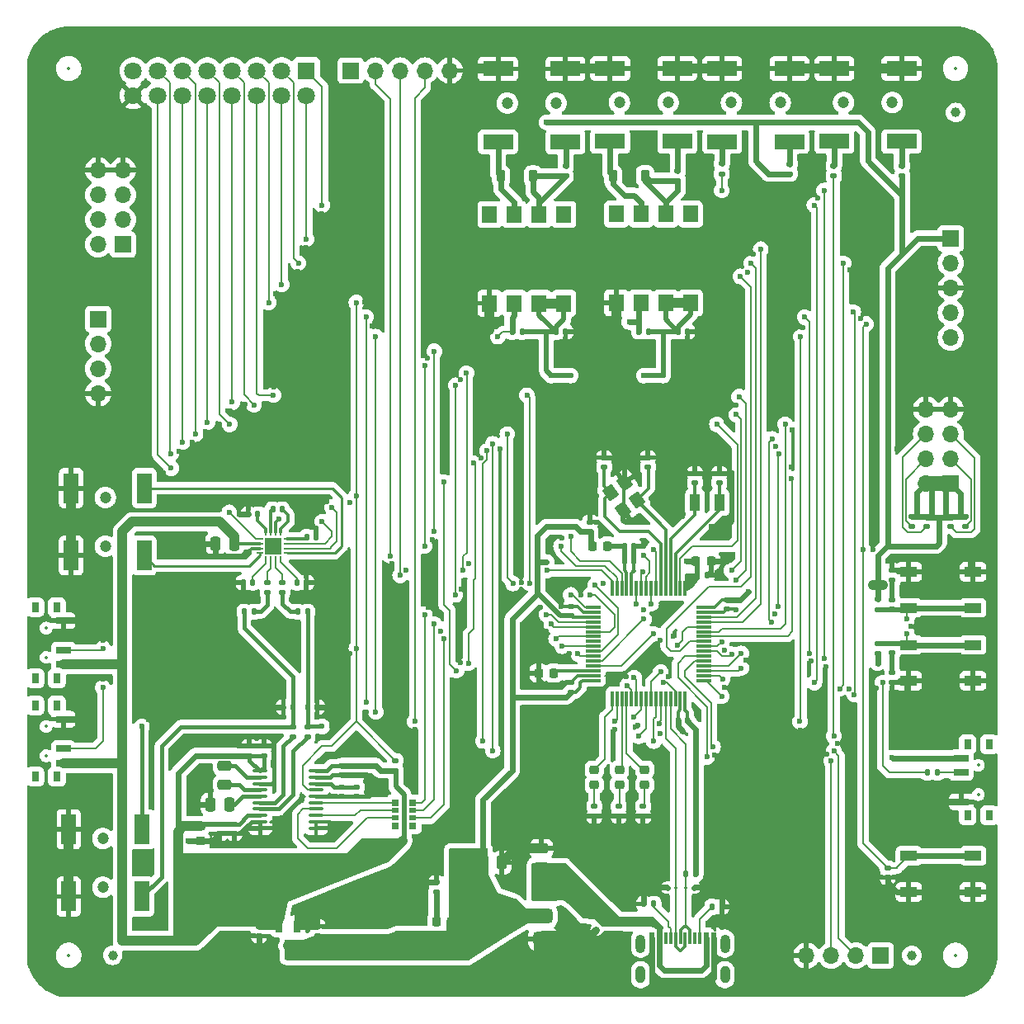
<source format=gtl>
%TF.GenerationSoftware,KiCad,Pcbnew,8.0.5*%
%TF.CreationDate,2024-10-26T23:33:34-04:00*%
%TF.ProjectId,stm-midi-poc1,73746d2d-6d69-4646-992d-706f63312e6b,1*%
%TF.SameCoordinates,Original*%
%TF.FileFunction,Copper,L1,Top*%
%TF.FilePolarity,Positive*%
%FSLAX46Y46*%
G04 Gerber Fmt 4.6, Leading zero omitted, Abs format (unit mm)*
G04 Created by KiCad (PCBNEW 8.0.5) date 2024-10-26 23:33:34*
%MOMM*%
%LPD*%
G01*
G04 APERTURE LIST*
G04 Aperture macros list*
%AMRoundRect*
0 Rectangle with rounded corners*
0 $1 Rounding radius*
0 $2 $3 $4 $5 $6 $7 $8 $9 X,Y pos of 4 corners*
0 Add a 4 corners polygon primitive as box body*
4,1,4,$2,$3,$4,$5,$6,$7,$8,$9,$2,$3,0*
0 Add four circle primitives for the rounded corners*
1,1,$1+$1,$2,$3*
1,1,$1+$1,$4,$5*
1,1,$1+$1,$6,$7*
1,1,$1+$1,$8,$9*
0 Add four rect primitives between the rounded corners*
20,1,$1+$1,$2,$3,$4,$5,0*
20,1,$1+$1,$4,$5,$6,$7,0*
20,1,$1+$1,$6,$7,$8,$9,0*
20,1,$1+$1,$8,$9,$2,$3,0*%
%AMRotRect*
0 Rectangle, with rotation*
0 The origin of the aperture is its center*
0 $1 length*
0 $2 width*
0 $3 Rotation angle, in degrees counterclockwise*
0 Add horizontal line*
21,1,$1,$2,0,0,$3*%
G04 Aperture macros list end*
%TA.AperFunction,ComponentPad*%
%ADD10R,1.700000X1.700000*%
%TD*%
%TA.AperFunction,ComponentPad*%
%ADD11O,1.700000X1.700000*%
%TD*%
%TA.AperFunction,SMDPad,CuDef*%
%ADD12RoundRect,0.075000X-0.075000X0.700000X-0.075000X-0.700000X0.075000X-0.700000X0.075000X0.700000X0*%
%TD*%
%TA.AperFunction,SMDPad,CuDef*%
%ADD13RoundRect,0.075000X-0.700000X0.075000X-0.700000X-0.075000X0.700000X-0.075000X0.700000X0.075000X0*%
%TD*%
%TA.AperFunction,SMDPad,CuDef*%
%ADD14RoundRect,0.140000X0.170000X-0.140000X0.170000X0.140000X-0.170000X0.140000X-0.170000X-0.140000X0*%
%TD*%
%TA.AperFunction,ComponentPad*%
%ADD15C,1.200000*%
%TD*%
%TA.AperFunction,SMDPad,CuDef*%
%ADD16R,3.100000X1.500000*%
%TD*%
%TA.AperFunction,SMDPad,CuDef*%
%ADD17RoundRect,0.225000X-0.250000X0.225000X-0.250000X-0.225000X0.250000X-0.225000X0.250000X0.225000X0*%
%TD*%
%TA.AperFunction,SMDPad,CuDef*%
%ADD18RoundRect,0.135000X-0.185000X0.135000X-0.185000X-0.135000X0.185000X-0.135000X0.185000X0.135000X0*%
%TD*%
%TA.AperFunction,SMDPad,CuDef*%
%ADD19RoundRect,0.140000X0.140000X0.170000X-0.140000X0.170000X-0.140000X-0.170000X0.140000X-0.170000X0*%
%TD*%
%TA.AperFunction,SMDPad,CuDef*%
%ADD20R,1.700000X1.000000*%
%TD*%
%TA.AperFunction,SMDPad,CuDef*%
%ADD21RoundRect,0.140000X-0.140000X-0.170000X0.140000X-0.170000X0.140000X0.170000X-0.140000X0.170000X0*%
%TD*%
%TA.AperFunction,SMDPad,CuDef*%
%ADD22RoundRect,0.100000X-0.637500X-0.100000X0.637500X-0.100000X0.637500X0.100000X-0.637500X0.100000X0*%
%TD*%
%TA.AperFunction,SMDPad,CuDef*%
%ADD23RoundRect,0.135000X0.185000X-0.135000X0.185000X0.135000X-0.185000X0.135000X-0.185000X-0.135000X0*%
%TD*%
%TA.AperFunction,SMDPad,CuDef*%
%ADD24R,0.700000X1.250000*%
%TD*%
%TA.AperFunction,SMDPad,CuDef*%
%ADD25RoundRect,0.140000X-0.170000X0.140000X-0.170000X-0.140000X0.170000X-0.140000X0.170000X0.140000X0*%
%TD*%
%TA.AperFunction,SMDPad,CuDef*%
%ADD26RoundRect,0.062500X0.117500X0.062500X-0.117500X0.062500X-0.117500X-0.062500X0.117500X-0.062500X0*%
%TD*%
%TA.AperFunction,SMDPad,CuDef*%
%ADD27RoundRect,0.250000X-0.250000X-0.475000X0.250000X-0.475000X0.250000X0.475000X-0.250000X0.475000X0*%
%TD*%
%TA.AperFunction,SMDPad,CuDef*%
%ADD28RoundRect,0.218750X0.256250X-0.218750X0.256250X0.218750X-0.256250X0.218750X-0.256250X-0.218750X0*%
%TD*%
%TA.AperFunction,SMDPad,CuDef*%
%ADD29RoundRect,0.218750X0.218750X0.256250X-0.218750X0.256250X-0.218750X-0.256250X0.218750X-0.256250X0*%
%TD*%
%TA.AperFunction,SMDPad,CuDef*%
%ADD30RotRect,1.400000X1.200000X125.000000*%
%TD*%
%TA.AperFunction,SMDPad,CuDef*%
%ADD31R,1.000000X1.800000*%
%TD*%
%TA.AperFunction,SMDPad,CuDef*%
%ADD32R,0.800000X1.000000*%
%TD*%
%TA.AperFunction,SMDPad,CuDef*%
%ADD33R,1.500000X0.700000*%
%TD*%
%TA.AperFunction,SMDPad,CuDef*%
%ADD34RoundRect,0.135000X-0.135000X-0.185000X0.135000X-0.185000X0.135000X0.185000X-0.135000X0.185000X0*%
%TD*%
%TA.AperFunction,SMDPad,CuDef*%
%ADD35R,1.500000X3.100000*%
%TD*%
%TA.AperFunction,SMDPad,CuDef*%
%ADD36RoundRect,0.225000X0.225000X0.250000X-0.225000X0.250000X-0.225000X-0.250000X0.225000X-0.250000X0*%
%TD*%
%TA.AperFunction,SMDPad,CuDef*%
%ADD37R,0.280000X0.660000*%
%TD*%
%TA.AperFunction,SMDPad,CuDef*%
%ADD38R,0.660000X0.280000*%
%TD*%
%TA.AperFunction,SMDPad,CuDef*%
%ADD39R,1.750000X1.750000*%
%TD*%
%TA.AperFunction,SMDPad,CuDef*%
%ADD40RoundRect,0.135000X0.135000X0.185000X-0.135000X0.185000X-0.135000X-0.185000X0.135000X-0.185000X0*%
%TD*%
%TA.AperFunction,SMDPad,CuDef*%
%ADD41RoundRect,0.375000X0.625000X0.375000X-0.625000X0.375000X-0.625000X-0.375000X0.625000X-0.375000X0*%
%TD*%
%TA.AperFunction,SMDPad,CuDef*%
%ADD42RoundRect,0.500000X0.500000X1.400000X-0.500000X1.400000X-0.500000X-1.400000X0.500000X-1.400000X0*%
%TD*%
%TA.AperFunction,ComponentPad*%
%ADD43O,1.000000X1.900000*%
%TD*%
%TA.AperFunction,ComponentPad*%
%ADD44O,1.000000X1.800000*%
%TD*%
%TA.AperFunction,SMDPad,CuDef*%
%ADD45R,0.600000X1.150000*%
%TD*%
%TA.AperFunction,SMDPad,CuDef*%
%ADD46R,0.300000X1.150000*%
%TD*%
%TA.AperFunction,SMDPad,CuDef*%
%ADD47RoundRect,0.250000X0.475000X-0.250000X0.475000X0.250000X-0.475000X0.250000X-0.475000X-0.250000X0*%
%TD*%
%TA.AperFunction,SMDPad,CuDef*%
%ADD48RoundRect,0.225000X0.225000X0.375000X-0.225000X0.375000X-0.225000X-0.375000X0.225000X-0.375000X0*%
%TD*%
%TA.AperFunction,SMDPad,CuDef*%
%ADD49C,1.000000*%
%TD*%
%TA.AperFunction,SMDPad,CuDef*%
%ADD50R,1.520000X1.780000*%
%TD*%
%TA.AperFunction,ComponentPad*%
%ADD51R,1.800000X1.800000*%
%TD*%
%TA.AperFunction,ComponentPad*%
%ADD52C,1.800000*%
%TD*%
%TA.AperFunction,SMDPad,CuDef*%
%ADD53RoundRect,0.250000X-0.475000X0.250000X-0.475000X-0.250000X0.475000X-0.250000X0.475000X0.250000X0*%
%TD*%
%TA.AperFunction,SMDPad,CuDef*%
%ADD54RoundRect,0.250000X0.250000X0.475000X-0.250000X0.475000X-0.250000X-0.475000X0.250000X-0.475000X0*%
%TD*%
%TA.AperFunction,SMDPad,CuDef*%
%ADD55RoundRect,0.225000X-0.225000X-0.250000X0.225000X-0.250000X0.225000X0.250000X-0.225000X0.250000X0*%
%TD*%
%TA.AperFunction,SMDPad,CuDef*%
%ADD56RoundRect,0.062500X-0.117500X-0.062500X0.117500X-0.062500X0.117500X0.062500X-0.117500X0.062500X0*%
%TD*%
%TA.AperFunction,SMDPad,CuDef*%
%ADD57R,0.800000X0.650000*%
%TD*%
%TA.AperFunction,SMDPad,CuDef*%
%ADD58R,0.800000X0.500000*%
%TD*%
%TA.AperFunction,SMDPad,CuDef*%
%ADD59RoundRect,0.218750X-0.218750X-0.256250X0.218750X-0.256250X0.218750X0.256250X-0.218750X0.256250X0*%
%TD*%
%TA.AperFunction,SMDPad,CuDef*%
%ADD60RoundRect,0.062500X0.038891X0.127279X-0.127279X-0.038891X-0.038891X-0.127279X0.127279X0.038891X0*%
%TD*%
%TA.AperFunction,ViaPad*%
%ADD61C,0.600000*%
%TD*%
%TA.AperFunction,ViaPad*%
%ADD62C,0.500000*%
%TD*%
%TA.AperFunction,Conductor*%
%ADD63C,0.500000*%
%TD*%
%TA.AperFunction,Conductor*%
%ADD64C,0.300000*%
%TD*%
%TA.AperFunction,Conductor*%
%ADD65C,1.000000*%
%TD*%
%TA.AperFunction,Conductor*%
%ADD66C,0.400000*%
%TD*%
%TA.AperFunction,Conductor*%
%ADD67C,0.600000*%
%TD*%
%TA.AperFunction,Conductor*%
%ADD68C,0.700000*%
%TD*%
%TA.AperFunction,Conductor*%
%ADD69C,0.800000*%
%TD*%
%TA.AperFunction,Conductor*%
%ADD70C,1.500000*%
%TD*%
%TA.AperFunction,Conductor*%
%ADD71C,0.200000*%
%TD*%
%TA.AperFunction,Conductor*%
%ADD72C,0.280000*%
%TD*%
%ADD73C,0.300000*%
%ADD74C,0.250000*%
%ADD75C,0.350000*%
%ADD76O,0.599999X1.500022*%
%ADD77O,0.599999X1.399997*%
G04 APERTURE END LIST*
D10*
%TO.P,J9,1*%
%TO.N,+3V3*%
X114500000Y-66700000D03*
D11*
%TO.P,J9,2*%
%TO.N,USART2_TX*%
X114500000Y-69240000D03*
%TO.P,J9,3*%
%TO.N,USART2_RX*%
X114500000Y-71780000D03*
%TO.P,J9,4*%
%TO.N,GND*%
X114500000Y-74320000D03*
%TD*%
D12*
%TO.P,U1,1,VBAT*%
%TO.N,+3V3*%
X174741181Y-94350976D03*
%TO.P,U1,2,PC13*%
%TO.N,SYS_WKUP4*%
X174241181Y-94350976D03*
%TO.P,U1,3,PC14*%
%TO.N,/MCU/RCC_OSC32_IN*%
X173741181Y-94350976D03*
%TO.P,U1,4,PC15*%
%TO.N,/MCU/RCC_OSC32_OUT*%
X173241181Y-94350976D03*
%TO.P,U1,5,PH0*%
%TO.N,/MCU/RCC_OSC_IN*%
X172741181Y-94350976D03*
%TO.P,U1,6,PH1*%
%TO.N,/MCU/RCC_OSC_OUT*%
X172241181Y-94350976D03*
%TO.P,U1,7,NRST*%
%TO.N,NRST*%
X171741181Y-94350976D03*
%TO.P,U1,8,PC0*%
%TO.N,GPIO_PC0*%
X171241181Y-94350976D03*
%TO.P,U1,9,PC1*%
%TO.N,SPI2_MOSI*%
X170741181Y-94350976D03*
%TO.P,U1,10,PC2*%
%TO.N,SPI2_MISO*%
X170241181Y-94350976D03*
%TO.P,U1,11,PC3*%
%TO.N,GPIO_PC3*%
X169741181Y-94350976D03*
%TO.P,U1,12,VSSA*%
%TO.N,GND*%
X169241181Y-94350976D03*
%TO.P,U1,13,VDDA*%
%TO.N,+3V3A*%
X168741181Y-94350976D03*
%TO.P,U1,14,PA0*%
%TO.N,UART4_TX*%
X168241181Y-94350976D03*
%TO.P,U1,15,PA1*%
%TO.N,UART4_RX*%
X167741181Y-94350976D03*
%TO.P,U1,16,PA2*%
%TO.N,USART2_TX*%
X167241181Y-94350976D03*
D13*
%TO.P,U1,17,PA3*%
%TO.N,USART2_RX*%
X165316181Y-96275976D03*
%TO.P,U1,18,VSS*%
%TO.N,GND*%
X165316181Y-96775976D03*
%TO.P,U1,19,VDD*%
%TO.N,+3V3*%
X165316181Y-97275976D03*
%TO.P,U1,20,PA4*%
%TO.N,I2S1_WS*%
X165316181Y-97775976D03*
%TO.P,U1,21,PA5*%
%TO.N,I2S1_CK*%
X165316181Y-98275976D03*
%TO.P,U1,22,PA6*%
%TO.N,GPIO_PA6*%
X165316181Y-98775976D03*
%TO.P,U1,23,PA7*%
%TO.N,I2S1_SD*%
X165316181Y-99275976D03*
%TO.P,U1,24,PC4*%
%TO.N,I2S1_MCK*%
X165316181Y-99775976D03*
%TO.P,U1,25,PB0*%
%TO.N,AUDIO_MUTE*%
X165316181Y-100275976D03*
%TO.P,U1,26,PB1*%
%TO.N,GPIO_PB1*%
X165316181Y-100775976D03*
%TO.P,U1,27,PB2*%
%TO.N,GPIO_PB2*%
X165316181Y-101275976D03*
%TO.P,U1,28,PB10*%
%TO.N,I2C2_SCL*%
X165316181Y-101775976D03*
%TO.P,U1,29,PB11*%
%TO.N,I2C2_SDA*%
X165316181Y-102275976D03*
%TO.P,U1,30,VCAP_1*%
%TO.N,/MCU/VCAP_1*%
X165316181Y-102775976D03*
%TO.P,U1,31,VSS*%
%TO.N,GND*%
X165316181Y-103275976D03*
%TO.P,U1,32,VDD*%
%TO.N,+3V3*%
X165316181Y-103775976D03*
D12*
%TO.P,U1,33,PB12*%
%TO.N,LED_BLUE*%
X167241181Y-105700976D03*
%TO.P,U1,34,PB13*%
%TO.N,SPI2_SCK*%
X167741181Y-105700976D03*
%TO.P,U1,35,PB14*%
%TO.N,LED_GREEN*%
X168241181Y-105700976D03*
%TO.P,U1,36,PB15*%
%TO.N,LED_RED*%
X168741181Y-105700976D03*
%TO.P,U1,37,PC6*%
%TO.N,USART6_TX*%
X169241181Y-105700976D03*
%TO.P,U1,38,PC7*%
%TO.N,USART6_RX*%
X169741181Y-105700976D03*
%TO.P,U1,39,PC8*%
%TO.N,GPIO_PC8*%
X170241181Y-105700976D03*
%TO.P,U1,40,PC9*%
%TO.N,GPIO_PC9*%
X170741181Y-105700976D03*
%TO.P,U1,41,PA8*%
%TO.N,RCC_MCO_1*%
X171241181Y-105700976D03*
%TO.P,U1,42,PA9*%
%TO.N,USART1_TX*%
X171741181Y-105700976D03*
%TO.P,U1,43,PA10*%
%TO.N,USART1_RX*%
X172241181Y-105700976D03*
%TO.P,U1,44,PA11*%
%TO.N,/MCU/USB_OTG_FS_D-*%
X172741181Y-105700976D03*
%TO.P,U1,45,PA12*%
%TO.N,/MCU/USB_OTG_FS_D+*%
X173241181Y-105700976D03*
%TO.P,U1,46,PA13*%
%TO.N,SYS_JTMS-SWDIO*%
X173741181Y-105700976D03*
%TO.P,U1,47,VSS*%
%TO.N,GND*%
X174241181Y-105700976D03*
%TO.P,U1,48,VDD*%
%TO.N,+3V3*%
X174741181Y-105700976D03*
D13*
%TO.P,U1,49,PA14*%
%TO.N,SYS_JTCK-SWCLK*%
X176666181Y-103775976D03*
%TO.P,U1,50,PA15*%
%TO.N,GPIO_PA15*%
X176666181Y-103275976D03*
%TO.P,U1,51,PC10*%
%TO.N,USART3_TX*%
X176666181Y-102775976D03*
%TO.P,U1,52,PC11*%
%TO.N,USART3_RX*%
X176666181Y-102275976D03*
%TO.P,U1,53,PC12*%
%TO.N,UART5_TX*%
X176666181Y-101775976D03*
%TO.P,U1,54,PD2*%
%TO.N,UART5_RX*%
X176666181Y-101275976D03*
%TO.P,U1,55,PB3*%
%TO.N,BTN2*%
X176666181Y-100775976D03*
%TO.P,U1,56,PB4*%
%TO.N,BTN1*%
X176666181Y-100275976D03*
%TO.P,U1,57,PB5*%
%TO.N,GPIO_PB5*%
X176666181Y-99775976D03*
%TO.P,U1,58,PB6*%
%TO.N,I2C1_SCL*%
X176666181Y-99275976D03*
%TO.P,U1,59,PB7*%
%TO.N,I2C1_SDA*%
X176666181Y-98775976D03*
%TO.P,U1,60,BOOT0*%
%TO.N,/MCU/BOOT0*%
X176666181Y-98275976D03*
%TO.P,U1,61,PB8*%
%TO.N,GPIO_PB8*%
X176666181Y-97775976D03*
%TO.P,U1,62,PB9*%
%TO.N,GPIO_PB9*%
X176666181Y-97275976D03*
%TO.P,U1,63,VSS*%
%TO.N,GND*%
X176666181Y-96775976D03*
%TO.P,U1,64,VDD*%
%TO.N,+3V3*%
X176666181Y-96275976D03*
%TD*%
D14*
%TO.P,C16,1*%
%TO.N,/MCU/RCC_OSC32_OUT*%
X175750000Y-83480000D03*
%TO.P,C16,2*%
%TO.N,GND*%
X175750000Y-82520000D03*
%TD*%
D15*
%TO.P,CN4,*%
%TO.N,*%
X167991181Y-44478476D03*
X172991181Y-44478476D03*
D16*
%TO.P,CN4,1,1*%
%TO.N,/MIDI/MI2-SNK*%
X167041181Y-48478476D03*
%TO.P,CN4,2,2*%
%TO.N,GND*%
X167041181Y-40978476D03*
X173941181Y-40978476D03*
%TO.P,CN4,3,3*%
%TO.N,/MIDI/MI2-SRC*%
X173941181Y-48478476D03*
%TD*%
D14*
%TO.P,C2,1*%
%TO.N,+3V3*%
X163036385Y-97149799D03*
%TO.P,C2,2*%
%TO.N,GND*%
X163036385Y-96189799D03*
%TD*%
D17*
%TO.P,C29,1*%
%TO.N,+3.3VDAC*%
X125000000Y-118725000D03*
%TO.P,C29,2*%
%TO.N,GND*%
X125000000Y-120275000D03*
%TD*%
D18*
%TO.P,R13,1*%
%TO.N,/MIDI/MO1-SRC*%
X196991181Y-50968472D03*
%TO.P,R13,2*%
%TO.N,+3V3*%
X196991181Y-51988472D03*
%TD*%
D19*
%TO.P,C35,1*%
%TO.N,LINE_L*%
X134480000Y-106500000D03*
%TO.P,C35,2*%
%TO.N,GND*%
X133520000Y-106500000D03*
%TD*%
D20*
%TO.P,SW5,1,A*%
%TO.N,GND*%
X204291181Y-103828476D03*
%TO.P,SW5,2,B*%
X197691181Y-103828476D03*
%TO.P,SW5,3,C*%
%TO.N,BTN2*%
X204291181Y-100128476D03*
%TO.P,SW5,4,D*%
X197691181Y-100128476D03*
%TD*%
D10*
%TO.P,J2,1*%
%TO.N,+3V3*%
X202000000Y-58420000D03*
D11*
%TO.P,J2,2*%
%TO.N,SYS_JTCK-SWCLK*%
X202000000Y-60960000D03*
%TO.P,J2,3*%
%TO.N,GND*%
X202000000Y-63500000D03*
%TO.P,J2,4*%
%TO.N,SYS_JTMS-SWDIO*%
X202000000Y-66040000D03*
%TO.P,J2,5*%
%TO.N,NRST*%
X202000000Y-68580000D03*
%TD*%
D21*
%TO.P,C44,1*%
%TO.N,+3V3*%
X174011181Y-67978476D03*
%TO.P,C44,2*%
%TO.N,GND*%
X174971181Y-67978476D03*
%TD*%
D22*
%TO.P,U4,1,CPVDD*%
%TO.N,+3.3VDAC*%
X131137500Y-113075000D03*
%TO.P,U4,2,CAPP*%
%TO.N,/Audio Output/DAC_CAPP*%
X131137500Y-113725000D03*
%TO.P,U4,3,CPGND*%
%TO.N,GND*%
X131137500Y-114375000D03*
%TO.P,U4,4,CAPM*%
%TO.N,/Audio Output/DAC_CAPM*%
X131137500Y-115025000D03*
%TO.P,U4,5,VNEG*%
%TO.N,/Audio Output/DAC_VNEG*%
X131137500Y-115675000D03*
%TO.P,U4,6,OUTL*%
%TO.N,/Audio Output/DAC_OUT_L*%
X131137500Y-116325000D03*
%TO.P,U4,7,OUTR*%
%TO.N,/Audio Output/DAC_OUT_R*%
X131137500Y-116975000D03*
%TO.P,U4,8,AVDD*%
%TO.N,+3.3VDAC*%
X131137500Y-117625000D03*
%TO.P,U4,9,AGND*%
%TO.N,GND*%
X131137500Y-118275000D03*
%TO.P,U4,10,DEMP*%
X131137500Y-118925000D03*
%TO.P,U4,11,FLT*%
X136862500Y-118925000D03*
%TO.P,U4,12,SCK*%
X136862500Y-118275000D03*
%TO.P,U4,13,BCK*%
%TO.N,/Audio Output/DAC_CK*%
X136862500Y-117625000D03*
%TO.P,U4,14,DIN*%
%TO.N,/Audio Output/DAC_SD*%
X136862500Y-116975000D03*
%TO.P,U4,15,LRCK*%
%TO.N,/Audio Output/DAC_WS*%
X136862500Y-116325000D03*
%TO.P,U4,16,FMT*%
%TO.N,GND*%
X136862500Y-115675000D03*
%TO.P,U4,17,XSMT*%
%TO.N,AUDIO_MUTE*%
X136862500Y-115025000D03*
%TO.P,U4,18,LDOO*%
%TO.N,/Audio Output/DAC_LDOO*%
X136862500Y-114375000D03*
%TO.P,U4,19,DGND*%
%TO.N,GND*%
X136862500Y-113725000D03*
%TO.P,U4,20,DVDD*%
%TO.N,+3.3VDAC*%
X136862500Y-113075000D03*
%TD*%
D23*
%TO.P,R20,1*%
%TO.N,I2C1_SCL*%
X203500000Y-88010000D03*
%TO.P,R20,2*%
%TO.N,+3V3*%
X203500000Y-86990000D03*
%TD*%
D24*
%TO.P,U8,1,GND*%
%TO.N,GND*%
X134950000Y-129000000D03*
%TO.P,U8,2,OUT*%
%TO.N,+3.3VDAC*%
X133050000Y-129000000D03*
%TO.P,U8,3,VIN*%
%TO.N,+3V3*%
X134000000Y-131000000D03*
%TD*%
D21*
%TO.P,C34,1*%
%TO.N,LINE_R*%
X136020000Y-106500000D03*
%TO.P,C34,2*%
%TO.N,GND*%
X136980000Y-106500000D03*
%TD*%
%TO.P,C6,1*%
%TO.N,+3V3A*%
X168520000Y-91500000D03*
%TO.P,C6,2*%
%TO.N,GND*%
X169480000Y-91500000D03*
%TD*%
%TO.P,C7,1*%
%TO.N,+3V3A*%
X168520000Y-90000000D03*
%TO.P,C7,2*%
%TO.N,GND*%
X169480000Y-90000000D03*
%TD*%
D25*
%TO.P,C26,1*%
%TO.N,/Audio Output/DAC_LDOO*%
X139526545Y-114705054D03*
%TO.P,C26,2*%
%TO.N,GND*%
X139526545Y-115665054D03*
%TD*%
D26*
%TO.P,D8,1,A1*%
%TO.N,GND*%
X172912313Y-125039289D03*
%TO.P,D8,2,A2*%
%TO.N,/MCU/USB_OTG_FS_D-*%
X173752313Y-125039289D03*
%TD*%
D27*
%TO.P,C15,1*%
%TO.N,+3V3*%
X154041181Y-122478476D03*
%TO.P,C15,2*%
%TO.N,GND*%
X155941181Y-122478476D03*
%TD*%
D25*
%TO.P,C9,1*%
%TO.N,NRST*%
X195500000Y-123020000D03*
%TO.P,C9,2*%
%TO.N,GND*%
X195500000Y-123980000D03*
%TD*%
D19*
%TO.P,C41,1*%
%TO.N,/Audio Output/HPA_HPVDD*%
X130881181Y-86728476D03*
%TO.P,C41,2*%
%TO.N,GND*%
X129921181Y-86728476D03*
%TD*%
D28*
%TO.P,D3,1,K*%
%TO.N,/User Interface/LED_RED_K*%
X170590006Y-114499994D03*
%TO.P,D3,2,A*%
%TO.N,LED_RED*%
X170590006Y-112924994D03*
%TD*%
D23*
%TO.P,R22,1*%
%TO.N,/Audio Output/DAC_OUT_L*%
X134500000Y-109530000D03*
%TO.P,R22,2*%
%TO.N,LINE_L*%
X134500000Y-108510000D03*
%TD*%
D29*
%TO.P,FB1,1*%
%TO.N,+3V3A*%
X166787500Y-90000000D03*
%TO.P,FB1,2*%
%TO.N,+3V3*%
X165212500Y-90000000D03*
%TD*%
D30*
%TO.P,Y1,1,1*%
%TO.N,/MCU/RCC_OSC_IN*%
X169761869Y-85302133D03*
%TO.P,Y1,2,2*%
%TO.N,GND*%
X168500000Y-83500000D03*
%TO.P,Y1,3,3*%
%TO.N,/MCU/RCC_OSC_OUT*%
X167107443Y-84475081D03*
%TO.P,Y1,4,4*%
%TO.N,GND*%
X168369312Y-86277214D03*
%TD*%
D31*
%TO.P,X1,1,1*%
%TO.N,/MCU/RCC_OSC32_IN*%
X178250000Y-85500000D03*
%TO.P,X1,2,2*%
%TO.N,/MCU/RCC_OSC32_OUT*%
X175750000Y-85500000D03*
%TD*%
D18*
%TO.P,R21,1*%
%TO.N,AUDIO_MUTE*%
X145000000Y-111990000D03*
%TO.P,R21,2*%
%TO.N,+3.3VDAC*%
X145000000Y-113010000D03*
%TD*%
D25*
%TO.P,C32,1*%
%TO.N,+3.3VDAC*%
X139500000Y-112520000D03*
%TO.P,C32,2*%
%TO.N,GND*%
X139500000Y-113480000D03*
%TD*%
D14*
%TO.P,C38,1*%
%TO.N,/Audio Output/INL+_CR*%
X131901181Y-94708476D03*
%TO.P,C38,2*%
%TO.N,/Audio Output/HPA_INL+*%
X131901181Y-93748476D03*
%TD*%
D32*
%TO.P,SW1,*%
%TO.N,*%
X203711181Y-117628476D03*
X205921181Y-117628476D03*
X203711181Y-110328476D03*
X205921181Y-110328476D03*
D33*
%TO.P,SW1,1,A*%
%TO.N,GND*%
X203061181Y-116228476D03*
%TO.P,SW1,2,B*%
%TO.N,/MCU/SW_BOOT0*%
X203061181Y-113228476D03*
%TO.P,SW1,3,C*%
%TO.N,+3V3*%
X203061181Y-111728476D03*
%TD*%
D25*
%TO.P,C28,1*%
%TO.N,+3.3VDAC*%
X128500000Y-118520000D03*
%TO.P,C28,2*%
%TO.N,GND*%
X128500000Y-119480000D03*
%TD*%
D14*
%TO.P,C10,1*%
%TO.N,/MCU/RCC_OSC_IN*%
X170934656Y-81868607D03*
%TO.P,C10,2*%
%TO.N,GND*%
X170934656Y-80908607D03*
%TD*%
%TO.P,C17,1*%
%TO.N,/MCU/RCC_OSC32_IN*%
X178250000Y-83480000D03*
%TO.P,C17,2*%
%TO.N,GND*%
X178250000Y-82520000D03*
%TD*%
D19*
%TO.P,C36,1*%
%TO.N,GND*%
X135881181Y-93728476D03*
%TO.P,C36,2*%
%TO.N,/Audio Output/HPA_INR-*%
X134921181Y-93728476D03*
%TD*%
D34*
%TO.P,R29,1*%
%TO.N,USART3_RX*%
X169990000Y-67978476D03*
%TO.P,R29,2*%
%TO.N,+3V3*%
X171010000Y-67978476D03*
%TD*%
D15*
%TO.P,CN5,*%
%TO.N,*%
X114991181Y-125000000D03*
X114991181Y-120000000D03*
D35*
%TO.P,CN5,1,1*%
%TO.N,LINE_L*%
X118991181Y-125950000D03*
%TO.P,CN5,2,2*%
%TO.N,GND*%
X111491181Y-125950000D03*
X111491181Y-119050000D03*
%TO.P,CN5,3,3*%
%TO.N,LINE_R*%
X118991181Y-119050000D03*
%TD*%
D36*
%TO.P,C12,1*%
%TO.N,/MCU/VCAP_1*%
X161266181Y-103025976D03*
%TO.P,C12,2*%
%TO.N,GND*%
X159716181Y-103025976D03*
%TD*%
D37*
%TO.P,U3,1,INL-*%
%TO.N,/Audio Output/HPA_INL-*%
X131741181Y-91388476D03*
%TO.P,U3,2,INL+*%
%TO.N,/Audio Output/HPA_INL+*%
X132241181Y-91388476D03*
%TO.P,U3,3,INR+*%
%TO.N,/Audio Output/HPA_INR+*%
X132741181Y-91388476D03*
%TO.P,U3,4,INR-*%
%TO.N,/Audio Output/HPA_INR-*%
X133241181Y-91388476D03*
D38*
%TO.P,U3,5,OUTR*%
%TO.N,HEADPHONE_R*%
X133901181Y-90728476D03*
%TO.P,U3,6,G0*%
%TO.N,/Audio Output/Gain0*%
X133901181Y-90228476D03*
%TO.P,U3,7,G1*%
%TO.N,/Audio Output/Gain1*%
X133901181Y-89728476D03*
%TO.P,U3,8,HPVSS*%
%TO.N,/Audio Output/HPA_HPVSS*%
X133901181Y-89228476D03*
D37*
%TO.P,U3,9,CAP-*%
%TO.N,/Audio Output/HPA_CAP-*%
X133241181Y-88568476D03*
%TO.P,U3,10,PGND*%
%TO.N,GND*%
X132741181Y-88568476D03*
%TO.P,U3,11,CAP+*%
%TO.N,/Audio Output/HPA_CAP+*%
X132241181Y-88568476D03*
%TO.P,U3,12,HPVDD*%
%TO.N,/Audio Output/HPA_HPVDD*%
X131741181Y-88568476D03*
D38*
%TO.P,U3,13,EN*%
%TO.N,AUDIO_MUTE*%
X131081181Y-89228476D03*
%TO.P,U3,14,PVDD*%
%TO.N,+3.3VDAC*%
X131081181Y-89728476D03*
%TO.P,U3,15,SGND*%
%TO.N,GND*%
X131081181Y-90228476D03*
%TO.P,U3,16,OUTL*%
%TO.N,HEADPHONE_L*%
X131081181Y-90728476D03*
D39*
%TO.P,U3,17,EPAD*%
%TO.N,unconnected-(U3-EPAD-Pad17)*%
X132491181Y-89978476D03*
%TD*%
D18*
%TO.P,R26,1*%
%TO.N,/MIDI/MO2-SRC*%
X185491181Y-50775976D03*
%TO.P,R26,2*%
%TO.N,+3V3*%
X185491181Y-51795976D03*
%TD*%
%TO.P,R6,1*%
%TO.N,/User Interface/LED_RED_K*%
X170430006Y-116702494D03*
%TO.P,R6,2*%
%TO.N,GND*%
X170430006Y-117722494D03*
%TD*%
D40*
%TO.P,R25,1*%
%TO.N,LINE_R*%
X136010000Y-96728476D03*
%TO.P,R25,2*%
%TO.N,/Audio Output/INR+_CR*%
X134990000Y-96728476D03*
%TD*%
D10*
%TO.P,J5,1*%
%TO.N,+3V3*%
X194800000Y-132000000D03*
D11*
%TO.P,J5,2*%
%TO.N,UART5_TX*%
X192260000Y-132000000D03*
%TO.P,J5,3*%
%TO.N,UART5_RX*%
X189720000Y-132000000D03*
%TO.P,J5,4*%
%TO.N,GND*%
X187180000Y-132000000D03*
%TD*%
D18*
%TO.P,R17,1*%
%TO.N,+3V3*%
X198000000Y-86990000D03*
%TO.P,R17,2*%
%TO.N,I2C2_SCL*%
X198000000Y-88010000D03*
%TD*%
D23*
%TO.P,R11,1*%
%TO.N,+3V3*%
X194500000Y-100988476D03*
%TO.P,R11,2*%
%TO.N,BTN2*%
X194500000Y-99968476D03*
%TD*%
D15*
%TO.P,CN6,*%
%TO.N,*%
X115241181Y-90000000D03*
X115241181Y-85000000D03*
D35*
%TO.P,CN6,1,1*%
%TO.N,HEADPHONE_L*%
X119241181Y-90950000D03*
%TO.P,CN6,2,2*%
%TO.N,GND*%
X111741181Y-90950000D03*
X111741181Y-84050000D03*
%TO.P,CN6,3,3*%
%TO.N,HEADPHONE_R*%
X119241181Y-84050000D03*
%TD*%
D23*
%TO.P,R23,1*%
%TO.N,/Audio Output/DAC_OUT_R*%
X136000000Y-109530000D03*
%TO.P,R23,2*%
%TO.N,LINE_R*%
X136000000Y-108510000D03*
%TD*%
D19*
%TO.P,C5,1*%
%TO.N,+3V3*%
X174960000Y-107911823D03*
%TO.P,C5,2*%
%TO.N,GND*%
X174000000Y-107911823D03*
%TD*%
D32*
%TO.P,SW2,*%
%TO.N,*%
X110280000Y-106350000D03*
X108070000Y-106350000D03*
X110280000Y-113650000D03*
X108070000Y-113650000D03*
D33*
%TO.P,SW2,1,A*%
%TO.N,GND*%
X110930000Y-107750000D03*
%TO.P,SW2,2,B*%
%TO.N,/Audio Output/Gain0*%
X110930000Y-110750000D03*
%TO.P,SW2,3,C*%
%TO.N,+3.3VDAC*%
X110930000Y-112250000D03*
%TD*%
D34*
%TO.P,R3,1*%
%TO.N,GND*%
X170510545Y-126708964D03*
%TO.P,R3,2*%
%TO.N,/MCU/CC1*%
X171530545Y-126708964D03*
%TD*%
D20*
%TO.P,SW4,1,A*%
%TO.N,GND*%
X197691181Y-92628476D03*
%TO.P,SW4,2,B*%
X204291181Y-92628476D03*
%TO.P,SW4,3,C*%
%TO.N,BTN1*%
X197691181Y-96328476D03*
%TO.P,SW4,4,D*%
X204291181Y-96328476D03*
%TD*%
D41*
%TO.P,U2,1,GND*%
%TO.N,GND*%
X160141181Y-130278476D03*
%TO.P,U2,2,VO*%
%TO.N,+3V3*%
X160141181Y-127978476D03*
D42*
X153841181Y-127978476D03*
D41*
%TO.P,U2,3,VI*%
%TO.N,VBUS*%
X160141181Y-125678476D03*
%TD*%
D25*
%TO.P,C19,1*%
%TO.N,BTN2*%
X196000000Y-99998476D03*
%TO.P,C19,2*%
%TO.N,/User Interface/BTN2_CR*%
X196000000Y-100958476D03*
%TD*%
D10*
%TO.P,J3,1*%
%TO.N,+3V3*%
X202000000Y-83580000D03*
D11*
%TO.P,J3,2*%
X199460000Y-83580000D03*
%TO.P,J3,3*%
%TO.N,I2C1_SCL*%
X202000000Y-81040000D03*
%TO.P,J3,4*%
%TO.N,I2C2_SCL*%
X199460000Y-81040000D03*
%TO.P,J3,5*%
%TO.N,I2C1_SDA*%
X202000000Y-78500000D03*
%TO.P,J3,6*%
%TO.N,I2C2_SDA*%
X199460000Y-78500000D03*
%TO.P,J3,7*%
%TO.N,GND*%
X202000000Y-75960000D03*
%TO.P,J3,8*%
X199460000Y-75960000D03*
%TD*%
D25*
%TO.P,C25,1*%
%TO.N,/Audio Output/DAC_LDOO*%
X141026545Y-114725054D03*
%TO.P,C25,2*%
%TO.N,GND*%
X141026545Y-115685054D03*
%TD*%
D32*
%TO.P,SW3,*%
%TO.N,*%
X110280000Y-96251199D03*
X108070000Y-96251199D03*
X110280000Y-103551199D03*
X108070000Y-103551199D03*
D33*
%TO.P,SW3,1,A*%
%TO.N,GND*%
X110930000Y-97651199D03*
%TO.P,SW3,2,B*%
%TO.N,/Audio Output/Gain1*%
X110930000Y-100651199D03*
%TO.P,SW3,3,C*%
%TO.N,+3.3VDAC*%
X110930000Y-102151199D03*
%TD*%
D43*
%TO.P,J1,1,EH*%
%TO.N,unconnected-(J1-EH-Pad1)*%
X170170000Y-130783476D03*
%TO.P,J1,2,EH*%
%TO.N,unconnected-(J1-EH-Pad2)*%
X178830000Y-130783476D03*
D44*
%TO.P,J1,3,EH*%
%TO.N,unconnected-(J1-EH-Pad3)*%
X178830000Y-133973476D03*
%TO.P,J1,4,EH*%
%TO.N,unconnected-(J1-EH-Pad4)*%
X170170000Y-133973476D03*
D45*
%TO.P,J1,A1B12,GND*%
%TO.N,GND*%
X171300000Y-130223476D03*
%TO.P,J1,A4B9,VBUS*%
%TO.N,VBUS*%
X172100000Y-130223476D03*
D46*
%TO.P,J1,A5,CC1*%
%TO.N,/MCU/CC1*%
X173250000Y-130223476D03*
%TO.P,J1,A6,D1+*%
%TO.N,/MCU/USB_OTG_FS_D+*%
X174250000Y-130223476D03*
%TO.P,J1,A7,D1-*%
%TO.N,/MCU/USB_OTG_FS_D-*%
X174750000Y-130223476D03*
%TO.P,J1,A8,SBU1*%
%TO.N,unconnected-(J1-SBU1-PadA8)*%
X175750000Y-130223476D03*
D45*
%TO.P,J1,B1A12,GND*%
%TO.N,GND*%
X177700000Y-130223476D03*
%TO.P,J1,B4A9,VBUS*%
%TO.N,VBUS*%
X176900000Y-130223476D03*
D46*
%TO.P,J1,B5,CC2*%
%TO.N,/MCU/CC2*%
X176250000Y-130223476D03*
%TO.P,J1,B6,D+*%
%TO.N,/MCU/USB_OTG_FS_D+*%
X175250000Y-130223476D03*
%TO.P,J1,B7,D-*%
%TO.N,/MCU/USB_OTG_FS_D-*%
X173750000Y-130223476D03*
%TO.P,J1,B8,SBU2*%
%TO.N,unconnected-(J1-SBU2-PadB8)*%
X172750000Y-130223476D03*
%TD*%
D21*
%TO.P,C4,1*%
%TO.N,+3V3*%
X176011181Y-93000000D03*
%TO.P,C4,2*%
%TO.N,GND*%
X176971181Y-93000000D03*
%TD*%
D47*
%TO.P,C14,1*%
%TO.N,VBUS*%
X159991181Y-122928476D03*
%TO.P,C14,2*%
%TO.N,GND*%
X159991181Y-121028476D03*
%TD*%
D21*
%TO.P,C20,1*%
%TO.N,+3V3*%
X161511181Y-68025976D03*
%TO.P,C20,2*%
%TO.N,GND*%
X162471181Y-68025976D03*
%TD*%
D14*
%TO.P,C30,1*%
%TO.N,+3.3VDAC*%
X130000000Y-111480000D03*
%TO.P,C30,2*%
%TO.N,GND*%
X130000000Y-110520000D03*
%TD*%
%TO.P,C33,1*%
%TO.N,+3.3VDAC*%
X131500000Y-111480000D03*
%TO.P,C33,2*%
%TO.N,GND*%
X131500000Y-110520000D03*
%TD*%
D18*
%TO.P,R12,1*%
%TO.N,/User Interface/BTN2_CR*%
X196000000Y-102988476D03*
%TO.P,R12,2*%
%TO.N,GND*%
X196000000Y-104008476D03*
%TD*%
D10*
%TO.P,J6,1*%
%TO.N,+3V3*%
X140425000Y-41198800D03*
D11*
%TO.P,J6,2*%
%TO.N,SPI2_MOSI*%
X142965000Y-41198800D03*
%TO.P,J6,3*%
%TO.N,SPI2_MISO*%
X145505000Y-41198800D03*
%TO.P,J6,4*%
%TO.N,SPI2_SCK*%
X148045000Y-41198800D03*
%TO.P,J6,5*%
%TO.N,GND*%
X150585000Y-41198800D03*
%TD*%
D23*
%TO.P,R19,1*%
%TO.N,I2C1_SDA*%
X202000000Y-88010000D03*
%TO.P,R19,2*%
%TO.N,+3V3*%
X202000000Y-86990000D03*
%TD*%
D15*
%TO.P,CN1,*%
%TO.N,*%
X190991181Y-44478472D03*
X195991181Y-44478472D03*
D16*
%TO.P,CN1,1,1*%
%TO.N,/MIDI/MO1-SNK*%
X190041181Y-48478472D03*
%TO.P,CN1,2,2*%
%TO.N,GND*%
X190041181Y-40978472D03*
X196941181Y-40978472D03*
%TO.P,CN1,3,3*%
%TO.N,/MIDI/MO1-SRC*%
X196941181Y-48478472D03*
%TD*%
D14*
%TO.P,C11,1*%
%TO.N,/MCU/RCC_OSC_OUT*%
X166434656Y-81868607D03*
%TO.P,C11,2*%
%TO.N,GND*%
X166434656Y-80908607D03*
%TD*%
D25*
%TO.P,C31,1*%
%TO.N,+3.3VDAC*%
X141000000Y-112520000D03*
%TO.P,C31,2*%
%TO.N,GND*%
X141000000Y-113480000D03*
%TD*%
D48*
%TO.P,D6,1,K*%
%TO.N,/MIDI/OI1-SRC*%
X159141181Y-52025976D03*
%TO.P,D6,2,A*%
%TO.N,/MIDI/MI1-SNK*%
X155841181Y-52025976D03*
%TD*%
D18*
%TO.P,R9,1*%
%TO.N,+3V3*%
X194500000Y-95468476D03*
%TO.P,R9,2*%
%TO.N,BTN1*%
X194500000Y-96488476D03*
%TD*%
D49*
%TO.P,FID3,*%
%TO.N,*%
X202491181Y-45500000D03*
%TD*%
D21*
%TO.P,C43,1*%
%TO.N,/Audio Output/HPA_HPVSS*%
X135904019Y-89072263D03*
%TO.P,C43,2*%
%TO.N,GND*%
X136864019Y-89072263D03*
%TD*%
D34*
%TO.P,R16,1*%
%TO.N,USART1_RX*%
X156981181Y-68025976D03*
%TO.P,R16,2*%
%TO.N,+3V3*%
X158001181Y-68025976D03*
%TD*%
D27*
%TO.P,C40,1*%
%TO.N,GND*%
X126550000Y-89728476D03*
%TO.P,C40,2*%
%TO.N,+3.3VDAC*%
X128450000Y-89728476D03*
%TD*%
D50*
%TO.P,U6,1,1*%
%TO.N,unconnected-(U6-Pad1)*%
X162301181Y-55975976D03*
%TO.P,U6,2,2*%
%TO.N,/MIDI/OI1-SRC*%
X159761181Y-55975976D03*
%TO.P,U6,3,3*%
%TO.N,/MIDI/MI1-SNK*%
X157221181Y-55975976D03*
%TO.P,U6,4,4*%
%TO.N,unconnected-(U6-Pad4)*%
X154681181Y-55975976D03*
%TO.P,U6,5,5*%
%TO.N,GND*%
X154681181Y-65075976D03*
%TO.P,U6,6,6*%
%TO.N,USART1_RX*%
X157221181Y-65075976D03*
%TO.P,U6,7,7*%
%TO.N,+3V3*%
X159761181Y-65075976D03*
%TO.P,U6,8,8*%
X162301181Y-65075976D03*
%TD*%
D34*
%TO.P,R24,1*%
%TO.N,LINE_L*%
X129490000Y-96728476D03*
%TO.P,R24,2*%
%TO.N,/Audio Output/INL+_CR*%
X130510000Y-96728476D03*
%TD*%
D25*
%TO.P,C3,1*%
%TO.N,+3V3*%
X178991181Y-95520000D03*
%TO.P,C3,2*%
%TO.N,GND*%
X178991181Y-96480000D03*
%TD*%
D19*
%TO.P,C42,1*%
%TO.N,/Audio Output/HPA_CAP-*%
X133381181Y-86228476D03*
%TO.P,C42,2*%
%TO.N,/Audio Output/HPA_CAP+*%
X132421181Y-86228476D03*
%TD*%
D34*
%TO.P,R4,1*%
%TO.N,/MCU/USB_OTG_FS_D+*%
X174812381Y-123602739D03*
%TO.P,R4,2*%
%TO.N,+3V3*%
X175832381Y-123602739D03*
%TD*%
D18*
%TO.P,R7,1*%
%TO.N,/User Interface/LED_GRN_K*%
X167920006Y-116702494D03*
%TO.P,R7,2*%
%TO.N,GND*%
X167920006Y-117722494D03*
%TD*%
D51*
%TO.P,P1,1,1*%
%TO.N,GPIO_PA15*%
X135890000Y-41230000D03*
D52*
%TO.P,P1,2,2*%
%TO.N,GPIO_PB8*%
X135890000Y-43770000D03*
%TO.P,P1,3,3*%
%TO.N,GPIO_PB9*%
X133350000Y-41230000D03*
%TO.P,P1,4,4*%
%TO.N,GPIO_PB5*%
X133350000Y-43770000D03*
%TO.P,P1,5,5*%
%TO.N,AUDIO_MUTE*%
X130810000Y-41230000D03*
%TO.P,P1,6,6*%
%TO.N,GPIO_PB1*%
X130810000Y-43770000D03*
%TO.P,P1,7,7*%
%TO.N,GPIO_PC0*%
X128270000Y-41230000D03*
%TO.P,P1,8,8*%
%TO.N,GPIO_PC3*%
X128270000Y-43770000D03*
%TO.P,P1,9,9*%
%TO.N,SYS_WKUP4*%
X125730000Y-41230000D03*
%TO.P,P1,10,10*%
%TO.N,GPIO_PA6*%
X125730000Y-43770000D03*
%TO.P,P1,11,11*%
%TO.N,GPIO_PC9*%
X123190000Y-41230000D03*
%TO.P,P1,12,12*%
%TO.N,GPIO_PC8*%
X123190000Y-43770000D03*
%TO.P,P1,13,13*%
%TO.N,GPIO_PB2*%
X120650000Y-41230000D03*
%TO.P,P1,14,14*%
%TO.N,RCC_MCO_1*%
X120650000Y-43770000D03*
%TO.P,P1,15,15*%
%TO.N,+3V3*%
X118110000Y-41230000D03*
%TO.P,P1,16,16*%
%TO.N,GND*%
X118110000Y-43770000D03*
%TD*%
D14*
%TO.P,C18,1*%
%TO.N,BTN1*%
X196000000Y-96458476D03*
%TO.P,C18,2*%
%TO.N,/User Interface/BTN1_CR*%
X196000000Y-95498476D03*
%TD*%
D40*
%TO.P,R2,1*%
%TO.N,GND*%
X178510000Y-127000000D03*
%TO.P,R2,2*%
%TO.N,/MCU/CC2*%
X177490000Y-127000000D03*
%TD*%
D18*
%TO.P,R15,1*%
%TO.N,/MIDI/MI1-SRC*%
X162491181Y-51015976D03*
%TO.P,R15,2*%
%TO.N,/MIDI/OI1-SRC*%
X162491181Y-52035976D03*
%TD*%
D10*
%TO.P,J4,1*%
%TO.N,+3V3*%
X117040000Y-59040000D03*
D11*
%TO.P,J4,2*%
X114500000Y-59040000D03*
%TO.P,J4,3*%
%TO.N,UART4_TX*%
X117040000Y-56500000D03*
%TO.P,J4,4*%
%TO.N,UART4_RX*%
X114500000Y-56500000D03*
%TO.P,J4,5*%
%TO.N,USART6_TX*%
X117040000Y-53960000D03*
%TO.P,J4,6*%
%TO.N,USART6_RX*%
X114500000Y-53960000D03*
%TO.P,J4,7*%
%TO.N,GND*%
X117040000Y-51420000D03*
%TO.P,J4,8*%
X114500000Y-51420000D03*
%TD*%
D50*
%TO.P,U7,1,1*%
%TO.N,unconnected-(U7-Pad1)*%
X175301181Y-55928476D03*
%TO.P,U7,2,2*%
%TO.N,/MIDI/OI2-SRC*%
X172761181Y-55928476D03*
%TO.P,U7,3,3*%
%TO.N,/MIDI/MI2-SNK*%
X170221181Y-55928476D03*
%TO.P,U7,4,4*%
%TO.N,unconnected-(U7-Pad4)*%
X167681181Y-55928476D03*
%TO.P,U7,5,5*%
%TO.N,GND*%
X167681181Y-65028476D03*
%TO.P,U7,6,6*%
%TO.N,USART3_RX*%
X170221181Y-65028476D03*
%TO.P,U7,7,7*%
%TO.N,+3V3*%
X172761181Y-65028476D03*
%TO.P,U7,8,8*%
X175301181Y-65028476D03*
%TD*%
D15*
%TO.P,CN2,*%
%TO.N,*%
X156491181Y-44525976D03*
X161491181Y-44525976D03*
D16*
%TO.P,CN2,1,1*%
%TO.N,/MIDI/MI1-SNK*%
X155541181Y-48525976D03*
%TO.P,CN2,2,2*%
%TO.N,GND*%
X155541181Y-41025976D03*
X162441181Y-41025976D03*
%TO.P,CN2,3,3*%
%TO.N,/MIDI/MI1-SRC*%
X162441181Y-48525976D03*
%TD*%
D14*
%TO.P,C21,1*%
%TO.N,+3V3*%
X137000000Y-129980000D03*
%TO.P,C21,2*%
%TO.N,GND*%
X137000000Y-129020000D03*
%TD*%
%TO.P,C39,1*%
%TO.N,/Audio Output/INR+_CR*%
X133401181Y-94708476D03*
%TO.P,C39,2*%
%TO.N,/Audio Output/HPA_INR+*%
X133401181Y-93748476D03*
%TD*%
D53*
%TO.P,C23,1*%
%TO.N,/Audio Output/DAC_CAPP*%
X127500000Y-112550000D03*
%TO.P,C23,2*%
%TO.N,/Audio Output/DAC_CAPM*%
X127500000Y-114450000D03*
%TD*%
D18*
%TO.P,R18,1*%
%TO.N,+3V3*%
X199500000Y-86990000D03*
%TO.P,R18,2*%
%TO.N,I2C2_SDA*%
X199500000Y-88010000D03*
%TD*%
D25*
%TO.P,C27,1*%
%TO.N,+3.3VDAC*%
X127000000Y-118520000D03*
%TO.P,C27,2*%
%TO.N,GND*%
X127000000Y-119480000D03*
%TD*%
D14*
%TO.P,C8,1*%
%TO.N,+3V3*%
X165000000Y-88480000D03*
%TO.P,C8,2*%
%TO.N,GND*%
X165000000Y-87520000D03*
%TD*%
D23*
%TO.P,R10,1*%
%TO.N,/User Interface/BTN1_CR*%
X196000000Y-93488476D03*
%TO.P,R10,2*%
%TO.N,GND*%
X196000000Y-92468476D03*
%TD*%
D54*
%TO.P,C24,1*%
%TO.N,/Audio Output/DAC_VNEG*%
X127950000Y-116500000D03*
%TO.P,C24,2*%
%TO.N,GND*%
X126050000Y-116500000D03*
%TD*%
D25*
%TO.P,C22,1*%
%TO.N,+3.3VDAC*%
X131000000Y-129020000D03*
%TO.P,C22,2*%
%TO.N,GND*%
X131000000Y-129980000D03*
%TD*%
D55*
%TO.P,C1,1*%
%TO.N,+3V3*%
X175834375Y-91503996D03*
%TO.P,C1,2*%
%TO.N,GND*%
X177384375Y-91503996D03*
%TD*%
D15*
%TO.P,CN3,*%
%TO.N,*%
X179491181Y-44493096D03*
X184491181Y-44493096D03*
D16*
%TO.P,CN3,1,1*%
%TO.N,/MIDI/MO2-SNK*%
X178541181Y-48493096D03*
%TO.P,CN3,2,2*%
%TO.N,GND*%
X178541181Y-40993096D03*
X185441181Y-40993096D03*
%TO.P,CN3,3,3*%
%TO.N,/MIDI/MO2-SRC*%
X185441181Y-48493096D03*
%TD*%
D18*
%TO.P,R8,1*%
%TO.N,/User Interface/LED_BLU_K*%
X165430006Y-116702494D03*
%TO.P,R8,2*%
%TO.N,GND*%
X165430006Y-117722494D03*
%TD*%
D28*
%TO.P,D4,1,K*%
%TO.N,/User Interface/LED_GRN_K*%
X168000006Y-114499994D03*
%TO.P,D4,2,A*%
%TO.N,LED_GREEN*%
X168000006Y-112924994D03*
%TD*%
D56*
%TO.P,D9,1,A1*%
%TO.N,GND*%
X175654331Y-125032299D03*
%TO.P,D9,2,A2*%
%TO.N,/MCU/USB_OTG_FS_D+*%
X174814331Y-125032299D03*
%TD*%
D57*
%TO.P,RN1,1,1*%
%TO.N,unconnected-(RN1-Pad1)*%
X146800000Y-118700000D03*
D58*
%TO.P,RN1,2,2*%
%TO.N,I2S1_SD*%
X146800000Y-117900000D03*
%TO.P,RN1,3,3*%
%TO.N,I2S1_CK*%
X146800000Y-117100000D03*
D57*
%TO.P,RN1,4,4*%
%TO.N,I2S1_WS*%
X146800000Y-116300000D03*
%TO.P,RN1,5,5*%
%TO.N,/Audio Output/DAC_WS*%
X145000000Y-116300000D03*
D58*
%TO.P,RN1,6,6*%
%TO.N,/Audio Output/DAC_CK*%
X145000000Y-117100000D03*
%TO.P,RN1,7,7*%
%TO.N,/Audio Output/DAC_SD*%
X145000000Y-117900000D03*
D57*
%TO.P,RN1,8,8*%
%TO.N,unconnected-(RN1-Pad8)*%
X145000000Y-118700000D03*
%TD*%
D48*
%TO.P,D7,1,K*%
%TO.N,/MIDI/OI2-SRC*%
X170641181Y-51978476D03*
%TO.P,D7,2,A*%
%TO.N,/MIDI/MI2-SNK*%
X167341181Y-51978476D03*
%TD*%
D28*
%TO.P,D5,1,K*%
%TO.N,/User Interface/LED_BLU_K*%
X165410006Y-114499994D03*
%TO.P,D5,2,A*%
%TO.N,LED_BLUE*%
X165410006Y-112924994D03*
%TD*%
D18*
%TO.P,R14,1*%
%TO.N,/MIDI/MO1-SNK*%
X189991181Y-50968472D03*
%TO.P,R14,2*%
%TO.N,USART1_TX*%
X189991181Y-51988472D03*
%TD*%
D20*
%TO.P,SW6,1,A*%
%TO.N,NRST*%
X197691181Y-121778476D03*
%TO.P,SW6,2,B*%
X204291181Y-121778476D03*
%TO.P,SW6,3,C*%
%TO.N,GND*%
X197691181Y-125478476D03*
%TO.P,SW6,4,D*%
X204291181Y-125478476D03*
%TD*%
D21*
%TO.P,C37,1*%
%TO.N,GND*%
X129421181Y-93728476D03*
%TO.P,C37,2*%
%TO.N,/Audio Output/HPA_INL-*%
X130381181Y-93728476D03*
%TD*%
D18*
%TO.P,R27,1*%
%TO.N,/MIDI/MO2-SNK*%
X178491181Y-50765976D03*
%TO.P,R27,2*%
%TO.N,USART3_TX*%
X178491181Y-51785976D03*
%TD*%
D14*
%TO.P,C13,1*%
%TO.N,+3V3*%
X163000000Y-104980000D03*
%TO.P,C13,2*%
%TO.N,GND*%
X163000000Y-104020000D03*
%TD*%
D49*
%TO.P,FID2,*%
%TO.N,*%
X198000000Y-132000000D03*
%TD*%
D34*
%TO.P,R1,1*%
%TO.N,/MCU/BOOT0*%
X199600834Y-113227220D03*
%TO.P,R1,2*%
%TO.N,/MCU/SW_BOOT0*%
X200620834Y-113227220D03*
%TD*%
D23*
%TO.P,R5,1*%
%TO.N,/MCU/PWR_LED_K*%
X149209778Y-125510000D03*
%TO.P,R5,2*%
%TO.N,GND*%
X149209778Y-124490000D03*
%TD*%
D59*
%TO.P,D2,1,K*%
%TO.N,/MCU/PWR_LED_K*%
X149212500Y-128500000D03*
%TO.P,D2,2,A*%
%TO.N,+3V3*%
X150787500Y-128500000D03*
%TD*%
D18*
%TO.P,R28,1*%
%TO.N,/MIDI/MI2-SRC*%
X173991181Y-51468476D03*
%TO.P,R28,2*%
%TO.N,/MIDI/OI2-SRC*%
X173991181Y-52488476D03*
%TD*%
D60*
%TO.P,D10,1,A1*%
%TO.N,GND*%
X165703015Y-129296985D03*
%TO.P,D10,2,A2*%
%TO.N,VBUS*%
X166296985Y-128703015D03*
%TD*%
D49*
%TO.P,FID1,*%
%TO.N,*%
X116000000Y-131978478D03*
%TD*%
D61*
%TO.N,GND*%
X167503315Y-108813535D03*
X170000000Y-87500000D03*
X114991375Y-99665677D03*
X153764933Y-80908945D03*
X135898223Y-94922877D03*
X164500000Y-130278476D03*
X138500000Y-106500000D03*
X132529210Y-114368551D03*
X140309183Y-85508091D03*
X177000000Y-82520000D03*
X121237038Y-82512410D03*
X179940635Y-75499274D03*
X180000000Y-96500000D03*
X194343638Y-104614022D03*
X125262889Y-91000000D03*
X129000000Y-86728476D03*
X162000000Y-133000000D03*
X170500000Y-125000000D03*
X125528914Y-78226024D03*
X163500000Y-133000000D03*
X199000000Y-67500000D03*
X177760262Y-111391796D03*
X131000000Y-131500000D03*
X174500000Y-109000000D03*
X132000000Y-99000000D03*
X148770521Y-89305542D03*
X186529924Y-108866268D03*
X161000000Y-132000000D03*
X194500000Y-41000000D03*
X158500000Y-73500000D03*
X162837126Y-101006513D03*
X137000000Y-127500000D03*
X174500000Y-82500000D03*
X142000000Y-107000000D03*
X181105165Y-61859653D03*
X179500000Y-84500000D03*
X111500000Y-122500000D03*
X149656475Y-98713412D03*
D62*
X169500000Y-92541528D03*
D61*
X123734303Y-120275000D03*
X166358610Y-93792316D03*
X164958709Y-86260416D03*
X197905583Y-98232313D03*
X176000000Y-40978476D03*
X118500000Y-122500000D03*
X178500000Y-54500000D03*
X188377695Y-54244384D03*
X148281806Y-70666642D03*
X144619144Y-91792044D03*
X148355585Y-96271066D03*
X122848914Y-80292530D03*
X147718721Y-124500000D03*
X153000000Y-41000000D03*
X166641047Y-117724943D03*
X183938565Y-96961086D03*
X186800539Y-67598380D03*
X157500000Y-78500000D03*
X204264245Y-105043074D03*
X172000000Y-135000000D03*
X171300000Y-134465441D03*
X142243804Y-115680684D03*
X172170306Y-99648865D03*
X121000000Y-127000000D03*
X169891225Y-108415006D03*
X174000000Y-135000000D03*
X187675869Y-101785653D03*
X112964707Y-107750000D03*
X132000000Y-106500000D03*
X129428461Y-95008569D03*
X135006044Y-61813941D03*
X146116663Y-92490361D03*
X179000000Y-88000000D03*
X132738811Y-64081174D03*
X146992776Y-108829036D03*
X170500000Y-48000000D03*
X181746060Y-60009523D03*
X151785840Y-94400000D03*
X180936498Y-101730466D03*
X179500000Y-82500000D03*
X113000000Y-97651199D03*
X176500000Y-135000000D03*
X196000000Y-125000000D03*
X111741181Y-86500000D03*
X155773647Y-80017411D03*
X190340524Y-110271027D03*
X179500000Y-87000000D03*
X154680950Y-67853159D03*
X125262889Y-89754915D03*
X170516997Y-96559343D03*
X170500000Y-90000000D03*
X201000000Y-125478476D03*
X111741181Y-87500000D03*
X133072230Y-87251416D03*
X196500000Y-80000000D03*
X132514029Y-73631502D03*
X162500000Y-131500000D03*
X197700070Y-91275176D03*
X173500000Y-96500000D03*
X151665108Y-101954496D03*
X135841340Y-59331918D03*
X162000000Y-104500000D03*
X177419240Y-88000000D03*
X169206230Y-117734237D03*
X185749155Y-78085664D03*
X118000000Y-63000000D03*
X164000000Y-131500000D03*
X191663208Y-61603595D03*
X204027723Y-91172812D03*
X177250000Y-66750000D03*
X201500000Y-116228476D03*
X162000000Y-96189799D03*
X134500000Y-99250000D03*
X136879103Y-88116031D03*
X142000000Y-113500000D03*
X159877071Y-96295441D03*
X111741181Y-88500000D03*
X176000000Y-107000000D03*
X138500000Y-118500000D03*
X111491181Y-123500000D03*
X134950000Y-127550000D03*
X127000000Y-77500000D03*
X129551498Y-75457228D03*
X179000000Y-91500000D03*
X177700000Y-132500000D03*
X138500000Y-108500000D03*
X172132368Y-109197016D03*
X192771846Y-66600000D03*
X178773913Y-104455677D03*
X168665246Y-103377380D03*
X160500000Y-98726456D03*
X184000000Y-79799266D03*
X173550574Y-99268477D03*
X174500000Y-87000000D03*
X174000000Y-83000000D03*
X168500000Y-80908607D03*
X189243731Y-111344970D03*
X151722539Y-72871550D03*
X111500000Y-121500000D03*
X178789521Y-100692755D03*
X152545240Y-91814118D03*
X137495339Y-55900574D03*
X187500000Y-40993096D03*
X197500000Y-105000000D03*
X142628266Y-67431009D03*
X124500000Y-116500000D03*
X132500000Y-110500000D03*
X163000000Y-130278476D03*
X178500000Y-125000000D03*
X157924203Y-93761973D03*
X141840493Y-64967394D03*
X140316650Y-101048506D03*
X173018330Y-103344863D03*
X154000000Y-111000000D03*
X119644821Y-107800000D03*
X185674239Y-81887626D03*
X160000000Y-133000000D03*
X162135158Y-89154605D03*
X129000000Y-110500000D03*
X178941704Y-77157364D03*
X137934313Y-85434313D03*
X191571846Y-104640767D03*
X157209829Y-121209829D03*
X164066291Y-94992530D03*
X118500000Y-70000000D03*
X158000000Y-121028476D03*
X193981972Y-90341396D03*
X128066197Y-76119156D03*
X177700000Y-134300000D03*
X124148552Y-79356144D03*
X189148899Y-102388325D03*
X160500000Y-104500000D03*
X114991375Y-103666051D03*
X150269128Y-82418525D03*
X171300000Y-132500000D03*
X167676174Y-67704783D03*
X174000000Y-86500000D03*
X164500000Y-41025976D03*
X141000000Y-109500000D03*
%TO.N,+3V3*%
X174844855Y-91503674D03*
X172500000Y-72500000D03*
X163000000Y-72500000D03*
X195576386Y-89998711D03*
X152500000Y-122500000D03*
X153500000Y-131000000D03*
X161000000Y-72500000D03*
X151500000Y-131500000D03*
X158000000Y-127978476D03*
X156000000Y-129500000D03*
X194500000Y-102000000D03*
X151500000Y-122000000D03*
X153841181Y-124500000D03*
X195000000Y-94000000D03*
X156000000Y-127978476D03*
X151500000Y-126500000D03*
X194000000Y-94000000D03*
X160500000Y-46500000D03*
X195500000Y-72000000D03*
X152500000Y-125000000D03*
X162500000Y-46500000D03*
X161500000Y-46500000D03*
X160521510Y-91618308D03*
X175832381Y-121500000D03*
X152000000Y-129500000D03*
X181257824Y-94657406D03*
X170500000Y-72500000D03*
X156000000Y-126500000D03*
X175860216Y-122506704D03*
X195500000Y-73000000D03*
X163500000Y-46500000D03*
X196000000Y-111716121D03*
X151500000Y-124000000D03*
X194500000Y-92500000D03*
%TO.N,/MCU/BOOT0*%
X195000000Y-104000000D03*
X173956554Y-100164967D03*
%TO.N,NRST*%
X193000000Y-90334065D03*
X193297379Y-67204125D03*
X171500000Y-90334065D03*
%TO.N,BTN1*%
X197500000Y-97500000D03*
X178496165Y-99834882D03*
%TO.N,BTN2*%
X197500000Y-99000000D03*
X179558793Y-101082140D03*
%TO.N,LINE_R*%
X119000000Y-108500000D03*
X137500000Y-108500000D03*
%TO.N,SYS_JTCK-SWCLK*%
X190591181Y-104640767D03*
X191000000Y-61000000D03*
X178500000Y-105400000D03*
%TO.N,SYS_JTMS-SWDIO*%
X192106518Y-105239666D03*
X192000000Y-66000000D03*
X172500000Y-104000000D03*
%TO.N,I2C1_SDA*%
X185000000Y-77500000D03*
%TO.N,I2C2_SCL*%
X184260368Y-96225536D03*
X184321803Y-80534816D03*
X170500000Y-97500000D03*
%TO.N,I2C2_SDA*%
X183587862Y-97760352D03*
X183649297Y-79000000D03*
X171500000Y-99000000D03*
%TO.N,I2C1_SCL*%
X185674168Y-83067185D03*
%TO.N,GPIO_PA15*%
X188000000Y-104000000D03*
X137500000Y-55000000D03*
X188000000Y-55000000D03*
X178598741Y-103642125D03*
%TO.N,GPIO_PC8*%
X154400000Y-80221855D03*
X154000000Y-110000000D03*
X169500000Y-107500000D03*
X123190000Y-79310000D03*
%TO.N,GPIO_PC0*%
X130500000Y-75500000D03*
X180280407Y-74656639D03*
X180000000Y-93500000D03*
X171246270Y-95909382D03*
%TO.N,GPIO_PB9*%
X135050000Y-60950000D03*
X181500000Y-61000000D03*
%TO.N,GPIO_PB1*%
X132500000Y-74500000D03*
X165500000Y-94000000D03*
X158500000Y-74500000D03*
X158761036Y-93777863D03*
%TO.N,GPIO_PA6*%
X156500000Y-78500000D03*
X165000000Y-95000000D03*
X157085465Y-93830622D03*
X125730000Y-77270000D03*
%TO.N,GPIO_PC3*%
X179500000Y-92500000D03*
X180000000Y-76500000D03*
X128270000Y-75230000D03*
X169741181Y-95966416D03*
%TO.N,AUDIO_MUTE*%
X141000000Y-84834313D03*
X141000000Y-65000000D03*
X127961497Y-86538503D03*
X141000000Y-100500000D03*
X162121616Y-100260673D03*
X132000000Y-65000000D03*
%TO.N,GPIO_PC9*%
X124500000Y-78500000D03*
X170000000Y-109500000D03*
X155000000Y-111000000D03*
X155000000Y-79500000D03*
%TO.N,GPIO_PB5*%
X133348898Y-63160125D03*
X180391716Y-62319162D03*
%TO.N,SYS_WKUP4*%
X128000000Y-77500000D03*
X178000000Y-77500000D03*
%TO.N,GPIO_PB2*%
X122000000Y-80500000D03*
X153000000Y-81500000D03*
X152500000Y-102000000D03*
X163711382Y-101036453D03*
%TO.N,GPIO_PB8*%
X182500000Y-59525829D03*
X135890000Y-58500000D03*
%TO.N,RCC_MCO_1*%
X172236454Y-102915862D03*
X122000000Y-82000000D03*
X151282801Y-102772529D03*
X150000000Y-83412229D03*
%TO.N,SPI2_MISO*%
X145500000Y-93000000D03*
X170361171Y-92607999D03*
%TO.N,SPI2_MOSI*%
X170495844Y-90912331D03*
X144500000Y-91000000D03*
%TO.N,SPI2_SCK*%
X147000000Y-108000000D03*
X167500000Y-108000000D03*
%TO.N,USART2_RX*%
X151185840Y-73500000D03*
X163000000Y-95000000D03*
X151160409Y-95000000D03*
%TO.N,USART2_TX*%
X152299697Y-72247001D03*
X151945240Y-92452969D03*
X160578872Y-92489492D03*
%TO.N,USART1_TX*%
X171500000Y-110000000D03*
X190000000Y-109500000D03*
%TO.N,USART1_RX*%
X172112619Y-108233025D03*
X186500000Y-108000000D03*
X155500000Y-68500000D03*
X186603944Y-68528383D03*
%TO.N,USART3_TX*%
X178500000Y-53500000D03*
X180500000Y-102500000D03*
X189000000Y-101500000D03*
X189000000Y-53500000D03*
%TO.N,USART3_RX*%
X187000000Y-66500000D03*
X169000000Y-67000000D03*
X187500000Y-101000000D03*
X180500000Y-101000000D03*
%TO.N,/Audio Output/Gain0*%
X115000000Y-104500000D03*
X138500000Y-86000000D03*
%TO.N,/Audio Output/Gain1*%
X115000000Y-100500000D03*
X137500000Y-87500000D03*
%TO.N,UART5_TX*%
X190000000Y-111000000D03*
X177600000Y-110600000D03*
%TO.N,USART6_RX*%
X169500000Y-103500000D03*
X143000000Y-107000000D03*
X143000000Y-68500000D03*
%TO.N,UART5_RX*%
X189720000Y-112000000D03*
X176996830Y-111633402D03*
%TO.N,USART6_TX*%
X168789836Y-104286887D03*
X142000000Y-66500000D03*
X142000000Y-106000000D03*
%TO.N,UART4_TX*%
X149000000Y-70000000D03*
X163000000Y-89000000D03*
X149000000Y-88500000D03*
%TO.N,I2S1_SD*%
X161500000Y-99500000D03*
X150000000Y-99500000D03*
%TO.N,UART4_RX*%
X148000000Y-90000000D03*
X162000000Y-90000000D03*
X148000000Y-71500000D03*
%TO.N,I2S1_WS*%
X148000000Y-97000000D03*
X160500000Y-97000000D03*
%TO.N,I2S1_CK*%
X161000000Y-98000000D03*
X149000000Y-98000000D03*
%TD*%
D63*
%TO.N,GND*%
X168369312Y-87369312D02*
X168500000Y-87500000D01*
X179480000Y-82520000D02*
X178250000Y-82520000D01*
X162480000Y-104020000D02*
X163000000Y-104020000D01*
D64*
X162000000Y-96189799D02*
X163036385Y-96189799D01*
D65*
X167681181Y-67699776D02*
X167676174Y-67704783D01*
D66*
X138275000Y-113725000D02*
X138520000Y-113480000D01*
D65*
X173941181Y-40978476D02*
X176000000Y-40978476D01*
D67*
X136980000Y-129000000D02*
X136980000Y-127520000D01*
D65*
X111491181Y-123500000D02*
X111491181Y-122508819D01*
X111491181Y-125950000D02*
X111491181Y-123500000D01*
D63*
X176021524Y-67978476D02*
X177250000Y-66750000D01*
D64*
X174000000Y-107000000D02*
X174000000Y-107911823D01*
D65*
X157209829Y-121209829D02*
X157209829Y-121209828D01*
D64*
X165316181Y-96775976D02*
X164275976Y-96775976D01*
X178991181Y-96480000D02*
X179980000Y-96480000D01*
D68*
X110930000Y-107750000D02*
X112964707Y-107750000D01*
D64*
X132741181Y-88568476D02*
X132741181Y-87582465D01*
D67*
X177384375Y-91503996D02*
X178996004Y-91503996D01*
D64*
X169500000Y-92541528D02*
X169241181Y-92800347D01*
D65*
X111741181Y-87500000D02*
X111741181Y-86500000D01*
X111500000Y-121500000D02*
X111491181Y-121491181D01*
D67*
X196000000Y-125000000D02*
X196478476Y-125478476D01*
D69*
X164721524Y-130278476D02*
X165594512Y-129405488D01*
D64*
X125289328Y-89728476D02*
X125262889Y-89754915D01*
D65*
X178526561Y-40978476D02*
X178541181Y-40993096D01*
D64*
X135881181Y-94905835D02*
X135898223Y-94922877D01*
D65*
X111491181Y-122508819D02*
X111500000Y-122500000D01*
X111741181Y-86500000D02*
X111741181Y-84050000D01*
D64*
X136862500Y-118925000D02*
X138075000Y-118925000D01*
D67*
X177700000Y-134300000D02*
X177700000Y-132500000D01*
D65*
X153000000Y-41000000D02*
X152974024Y-41025976D01*
D64*
X136862500Y-118275000D02*
X138275000Y-118275000D01*
D67*
X129921181Y-86728476D02*
X129000000Y-86728476D01*
D63*
X196000000Y-104008476D02*
X197511181Y-104008476D01*
D64*
X131081181Y-90228476D02*
X130282246Y-90228476D01*
D65*
X154681181Y-65075976D02*
X154681181Y-67852928D01*
D64*
X163689799Y-96189799D02*
X163036385Y-96189799D01*
D66*
X131137500Y-118925000D02*
X129575000Y-118925000D01*
D68*
X113059464Y-97651199D02*
X113060717Y-97652452D01*
D67*
X201000000Y-125478476D02*
X204291181Y-125478476D01*
D65*
X196941181Y-40978476D02*
X194500000Y-41000000D01*
X157209828Y-121209829D02*
X157209829Y-121209829D01*
D64*
X136980000Y-127520000D02*
X137000000Y-127500000D01*
D65*
X111491181Y-121508819D02*
X111500000Y-121500000D01*
D67*
X172873024Y-125000000D02*
X172912313Y-125039289D01*
X126500000Y-91000000D02*
X125262889Y-91000000D01*
D66*
X136862500Y-115675000D02*
X138536699Y-115675000D01*
D67*
X134950000Y-127550000D02*
X134950000Y-129000000D01*
D65*
X158000000Y-121028476D02*
X159991181Y-121028476D01*
D67*
X134980000Y-127520000D02*
X136980000Y-127520000D01*
D63*
X129421181Y-93728476D02*
X129421181Y-95001289D01*
X169480000Y-91500000D02*
X169480000Y-90000000D01*
D67*
X170500000Y-125000000D02*
X172873024Y-125000000D01*
D64*
X132741181Y-87582465D02*
X133072230Y-87251416D01*
D68*
X110930000Y-97651199D02*
X113000000Y-97651199D01*
D63*
X197531181Y-92468476D02*
X197691181Y-92628476D01*
D66*
X132522761Y-114375000D02*
X131137500Y-114375000D01*
D67*
X171300000Y-132500000D02*
X171300000Y-134465441D01*
D64*
X174241181Y-106758819D02*
X174000000Y-107000000D01*
D63*
X197691181Y-92628476D02*
X197691181Y-91284065D01*
X130000000Y-110520000D02*
X129020000Y-110520000D01*
X168369312Y-86277214D02*
X168369312Y-87369312D01*
D65*
X164500000Y-41025976D02*
X166993681Y-41025976D01*
D67*
X138500000Y-106500000D02*
X138500000Y-108500000D01*
D63*
X131500000Y-110520000D02*
X132480000Y-110520000D01*
X129500000Y-91000000D02*
X126500000Y-91000000D01*
D66*
X131137500Y-118275000D02*
X130225000Y-118275000D01*
D64*
X169480000Y-92521528D02*
X169480000Y-91500000D01*
D67*
X195500000Y-124500000D02*
X196000000Y-125000000D01*
D64*
X136980000Y-129000000D02*
X137000000Y-129020000D01*
D63*
X197691181Y-91284065D02*
X197700070Y-91275176D01*
D67*
X125262889Y-91000000D02*
X125262889Y-89754915D01*
X177000000Y-135000000D02*
X177700000Y-134300000D01*
D64*
X178695205Y-96775976D02*
X178991181Y-96480000D01*
X179980000Y-96480000D02*
X180000000Y-96500000D01*
D65*
X160141181Y-130278476D02*
X163000000Y-130278476D01*
D63*
X162000000Y-104500000D02*
X162480000Y-104020000D01*
X160500000Y-104500000D02*
X161000000Y-104500000D01*
D67*
X134950000Y-127550000D02*
X134980000Y-127520000D01*
D65*
X166993681Y-41025976D02*
X167041181Y-40978476D01*
X157209829Y-121209828D02*
X157391181Y-121028476D01*
D63*
X197500000Y-105000000D02*
X197511181Y-104988819D01*
D65*
X153025976Y-41025976D02*
X153000000Y-41000000D01*
D63*
X197511181Y-104008476D02*
X197691181Y-103828476D01*
D67*
X178500000Y-125000000D02*
X175686630Y-125000000D01*
D63*
X204027723Y-92365018D02*
X204291181Y-92628476D01*
X175750000Y-82520000D02*
X177000000Y-82520000D01*
X204027723Y-91172812D02*
X204027723Y-92365018D01*
D64*
X130014251Y-90496471D02*
X130003529Y-90496471D01*
D65*
X111500000Y-122500000D02*
X111491181Y-122491181D01*
D66*
X138536699Y-115675000D02*
X138546753Y-115685054D01*
D63*
X168500000Y-80908607D02*
X168500000Y-83500000D01*
D67*
X126500000Y-91000000D02*
X126500000Y-89778476D01*
D65*
X111741181Y-90950000D02*
X111741181Y-88500000D01*
D67*
X147718721Y-124500000D02*
X147728721Y-124490000D01*
X125000000Y-120275000D02*
X123734303Y-120275000D01*
D63*
X174000000Y-86500000D02*
X174500000Y-87000000D01*
X141980000Y-113480000D02*
X142000000Y-113500000D01*
X177000000Y-93000000D02*
X177384375Y-92615625D01*
D64*
X138275000Y-118275000D02*
X138500000Y-118500000D01*
D67*
X172000000Y-135000000D02*
X174000000Y-135000000D01*
X195500000Y-123980000D02*
X195500000Y-124500000D01*
D65*
X155541181Y-41025976D02*
X153025976Y-41025976D01*
D64*
X130282246Y-90228476D02*
X130014251Y-90496471D01*
D63*
X168500000Y-80908607D02*
X166434656Y-80908607D01*
D64*
X168469312Y-86277214D02*
X168469312Y-83630688D01*
D63*
X162471181Y-68025976D02*
X167354981Y-68025976D01*
D66*
X136862500Y-113725000D02*
X138275000Y-113725000D01*
D64*
X129421181Y-95001289D02*
X129428461Y-95008569D01*
D67*
X170510545Y-125010545D02*
X170500000Y-125000000D01*
D66*
X129575000Y-118925000D02*
X129500000Y-119000000D01*
X129500000Y-119000000D02*
X129020000Y-119480000D01*
D63*
X132480000Y-110520000D02*
X132500000Y-110500000D01*
X165000000Y-86301707D02*
X165000000Y-87520000D01*
D67*
X174000000Y-135000000D02*
X176500000Y-135000000D01*
D68*
X112964707Y-107750000D02*
X112972093Y-107757386D01*
D64*
X132529210Y-114368551D02*
X132522761Y-114375000D01*
D65*
X187500000Y-40993096D02*
X190026561Y-40993096D01*
D63*
X176971181Y-93000000D02*
X177000000Y-93000000D01*
D65*
X155941181Y-122478476D02*
X157209828Y-121209829D01*
D67*
X171300000Y-134465441D02*
X171834559Y-135000000D01*
D64*
X176666181Y-96775976D02*
X178695205Y-96775976D01*
D65*
X111491181Y-121491181D02*
X111491181Y-119050000D01*
D63*
X179500000Y-87500000D02*
X179500000Y-87000000D01*
D67*
X136980000Y-106500000D02*
X138500000Y-106500000D01*
X178510000Y-125010000D02*
X178510000Y-127000000D01*
X134950000Y-129000000D02*
X136980000Y-129000000D01*
D63*
X177384375Y-92615625D02*
X177384375Y-91503996D01*
X177419240Y-88000000D02*
X179000000Y-88000000D01*
X204291181Y-103828476D02*
X204291181Y-105016138D01*
D67*
X126050000Y-116500000D02*
X124500000Y-116500000D01*
D65*
X111491181Y-122491181D02*
X111491181Y-121508819D01*
D63*
X131500000Y-110520000D02*
X130000000Y-110520000D01*
D64*
X136864019Y-88131115D02*
X136879103Y-88116031D01*
D68*
X201462396Y-116228476D02*
X201454536Y-116220616D01*
D63*
X164958709Y-86260416D02*
X165000000Y-86301707D01*
D67*
X177700000Y-132500000D02*
X177700000Y-130223476D01*
D63*
X174000000Y-83000000D02*
X174000000Y-86500000D01*
X135881181Y-93728476D02*
X135881181Y-94905835D01*
D65*
X157391181Y-121028476D02*
X158000000Y-121028476D01*
X167681181Y-65028476D02*
X167681181Y-67699776D01*
D63*
X159716181Y-103025976D02*
X159716181Y-103716181D01*
D68*
X113000000Y-97651199D02*
X113059464Y-97651199D01*
D63*
X179500000Y-84500000D02*
X179500000Y-82500000D01*
X129020000Y-110520000D02*
X129000000Y-110500000D01*
D64*
X128950059Y-86728476D02*
X128947308Y-86731227D01*
D67*
X126225000Y-120275000D02*
X125000000Y-120275000D01*
D66*
X141026545Y-115685054D02*
X142239434Y-115685054D01*
D63*
X159716181Y-103716181D02*
X160500000Y-104500000D01*
D67*
X127020000Y-119480000D02*
X126225000Y-120275000D01*
D66*
X138520000Y-113480000D02*
X139500000Y-113480000D01*
D64*
X136862500Y-118275000D02*
X136862500Y-118925000D01*
X169500000Y-92541528D02*
X169480000Y-92521528D01*
X129000000Y-86728476D02*
X128950059Y-86728476D01*
D67*
X133520000Y-106500000D02*
X132000000Y-106500000D01*
D64*
X163744024Y-103275976D02*
X163000000Y-104020000D01*
D67*
X176500000Y-135000000D02*
X177000000Y-135000000D01*
D63*
X161000000Y-104500000D02*
X162000000Y-104500000D01*
X167354981Y-68025976D02*
X167676174Y-67704783D01*
X179000000Y-88000000D02*
X179500000Y-87500000D01*
D64*
X164275976Y-96775976D02*
X163689799Y-96189799D01*
D65*
X154681181Y-67852928D02*
X154680950Y-67853159D01*
D63*
X175000000Y-82500000D02*
X175020000Y-82520000D01*
X179500000Y-84500000D02*
X179500000Y-87000000D01*
D67*
X171834559Y-135000000D02*
X172000000Y-135000000D01*
D63*
X170934656Y-80908607D02*
X168500000Y-80908607D01*
X177000000Y-82520000D02*
X178250000Y-82520000D01*
D67*
X139500000Y-113480000D02*
X141000000Y-113480000D01*
D65*
X150757824Y-41025976D02*
X150585000Y-41198800D01*
X190026561Y-40993096D02*
X190041181Y-40978476D01*
D63*
X165430000Y-117722500D02*
X170430000Y-117722500D01*
D65*
X111741181Y-88500000D02*
X111741181Y-87500000D01*
X162441181Y-41025976D02*
X164500000Y-41025976D01*
D67*
X141000000Y-113480000D02*
X141980000Y-113480000D01*
D63*
X169480000Y-90000000D02*
X170500000Y-90000000D01*
D65*
X194500000Y-41000000D02*
X194521524Y-40978476D01*
X164500000Y-130278476D02*
X164721524Y-130278476D01*
D63*
X128500000Y-119480000D02*
X127020000Y-119480000D01*
D67*
X170510545Y-126708964D02*
X170510545Y-125010545D01*
X178500000Y-125000000D02*
X178510000Y-125010000D01*
D65*
X176000000Y-40978476D02*
X178526561Y-40978476D01*
D68*
X203061181Y-116228476D02*
X201500000Y-116228476D01*
D67*
X174500000Y-109000000D02*
X174000000Y-108500000D01*
D63*
X175020000Y-82520000D02*
X175750000Y-82520000D01*
D68*
X201500000Y-116228476D02*
X201462396Y-116228476D01*
D63*
X174500000Y-82500000D02*
X175000000Y-82500000D01*
D64*
X136864019Y-89072263D02*
X136864019Y-88131115D01*
D66*
X142239434Y-115685054D02*
X142243804Y-115680684D01*
D65*
X163000000Y-130278476D02*
X164500000Y-130278476D01*
D63*
X196000000Y-92468476D02*
X197531181Y-92468476D01*
X179500000Y-82500000D02*
X179480000Y-82520000D01*
D67*
X126550000Y-89728476D02*
X125289328Y-89728476D01*
D63*
X204291181Y-105016138D02*
X204264245Y-105043074D01*
D67*
X196478476Y-125478476D02*
X197691181Y-125478476D01*
D64*
X138075000Y-118925000D02*
X138500000Y-118500000D01*
D67*
X171300000Y-130223476D02*
X171300000Y-132500000D01*
X197691181Y-125478476D02*
X201000000Y-125478476D01*
D63*
X174500000Y-82500000D02*
X174000000Y-83000000D01*
X174971181Y-67978476D02*
X176021524Y-67978476D01*
D67*
X175686630Y-125000000D02*
X175654331Y-125032299D01*
D66*
X138546753Y-115685054D02*
X141026545Y-115685054D01*
D63*
X178996004Y-91503996D02*
X179000000Y-91500000D01*
X123734303Y-120275000D02*
X123715440Y-120293863D01*
X197511181Y-104008476D02*
X197500000Y-105000000D01*
X130003529Y-90496471D02*
X129500000Y-91000000D01*
D64*
X174241181Y-105700976D02*
X174241181Y-106758819D01*
X126500000Y-89778476D02*
X126550000Y-89728476D01*
X169241181Y-92800347D02*
X169241181Y-94350976D01*
X168369312Y-83630688D02*
X168500000Y-83500000D01*
D66*
X130225000Y-118275000D02*
X129500000Y-119000000D01*
D67*
X174000000Y-108500000D02*
X174000000Y-107911823D01*
D66*
X129020000Y-119480000D02*
X128500000Y-119480000D01*
D67*
X147728721Y-124490000D02*
X149209778Y-124490000D01*
D65*
X185441181Y-40993096D02*
X187500000Y-40993096D01*
D67*
X131000000Y-129980000D02*
X131000000Y-131500000D01*
D63*
X168500000Y-87500000D02*
X170000000Y-87500000D01*
D64*
X165316181Y-103275976D02*
X163744024Y-103275976D01*
%TO.N,+3V3*%
X178480000Y-95520000D02*
X178991181Y-95520000D01*
D67*
X196012355Y-111728476D02*
X203061181Y-111728476D01*
X165038313Y-88518313D02*
X165000000Y-88480000D01*
X196750000Y-60250000D02*
X198580000Y-58420000D01*
D64*
X163520000Y-104980000D02*
X163000000Y-104980000D01*
X174845177Y-91503996D02*
X174844855Y-91503674D01*
X174741181Y-105700976D02*
X174741181Y-106821181D01*
D65*
X194500000Y-94000000D02*
X195000000Y-94000000D01*
D67*
X161500000Y-46500000D02*
X160500000Y-46500000D01*
D65*
X153841181Y-124158819D02*
X154000000Y-124000000D01*
D63*
X159688504Y-94938964D02*
X161899339Y-97149799D01*
D67*
X194500000Y-90954739D02*
X195500000Y-89954739D01*
X195500000Y-61500000D02*
X196750000Y-60250000D01*
X193500000Y-50508819D02*
X193500000Y-47500000D01*
D64*
X174741181Y-94350976D02*
X174741181Y-94270000D01*
D67*
X194500000Y-100988476D02*
X194500000Y-102000000D01*
X160500000Y-88000000D02*
X159561036Y-88938964D01*
D64*
X176011181Y-91812157D02*
X175834375Y-91635351D01*
D67*
X200000000Y-84120000D02*
X199460000Y-83580000D01*
D65*
X153841181Y-127978476D02*
X152521524Y-127978476D01*
D63*
X160500000Y-68025976D02*
X158001181Y-68025976D01*
D67*
X182000000Y-50500000D02*
X183295976Y-51795976D01*
D65*
X149500000Y-131000000D02*
X150787500Y-129712500D01*
D67*
X165212500Y-90000000D02*
X165038313Y-89825813D01*
X200795649Y-88337155D02*
X200797340Y-88335464D01*
X196991181Y-54000000D02*
X193500000Y-50508819D01*
D63*
X161000000Y-72500000D02*
X163000000Y-72500000D01*
D64*
X164224024Y-103775976D02*
X164000000Y-104000000D01*
D67*
X196991181Y-54000000D02*
X196991181Y-60008819D01*
X183295976Y-51795976D02*
X185491181Y-51795976D01*
D64*
X164000000Y-104000000D02*
X164000000Y-104500000D01*
D67*
X194500000Y-95468476D02*
X194500000Y-94000000D01*
X196991181Y-60008819D02*
X196750000Y-60250000D01*
D65*
X152521524Y-127978476D02*
X152000000Y-128500000D01*
D67*
X157000000Y-97500000D02*
X157000000Y-105500000D01*
X198580000Y-58420000D02*
X202000000Y-58420000D01*
X159713947Y-91618308D02*
X159561036Y-91771219D01*
D63*
X160500000Y-72000000D02*
X161000000Y-72500000D01*
D67*
X134000000Y-131000000D02*
X136500000Y-131000000D01*
D64*
X176666181Y-96275976D02*
X177724024Y-96275976D01*
D67*
X196000000Y-111716121D02*
X196012355Y-111728476D01*
X198500000Y-84540000D02*
X199460000Y-83580000D01*
X200789906Y-88328030D02*
X200797340Y-88335464D01*
X198000000Y-86990000D02*
X200789906Y-87019734D01*
X163500000Y-88000000D02*
X160500000Y-88000000D01*
D63*
X172500000Y-67978476D02*
X171010000Y-67978476D01*
D64*
X174960000Y-107040000D02*
X174960000Y-107911823D01*
D67*
X200000000Y-87011315D02*
X200000000Y-84120000D01*
X157000000Y-113000000D02*
X154000000Y-116000000D01*
X174960000Y-107911823D02*
X175166298Y-108118121D01*
D63*
X176011181Y-93000000D02*
X176011181Y-91812157D01*
D70*
X158000000Y-127978476D02*
X156000000Y-127978476D01*
D63*
X174011181Y-67978476D02*
X174011181Y-67488819D01*
D65*
X172761181Y-65028476D02*
X175301181Y-65028476D01*
D70*
X160141181Y-127978476D02*
X158000000Y-127978476D01*
D65*
X162301181Y-65075976D02*
X159761181Y-65075976D01*
D63*
X172761181Y-66761181D02*
X172761181Y-65028476D01*
D65*
X154000000Y-124000000D02*
X154000000Y-122519657D01*
D63*
X174011181Y-67978476D02*
X172500000Y-67978476D01*
D67*
X194500000Y-94000000D02*
X194500000Y-92500000D01*
X175832381Y-108829195D02*
X175832381Y-121500000D01*
X175832381Y-122478869D02*
X175832381Y-121500000D01*
X164000000Y-88500000D02*
X163500000Y-88000000D01*
D65*
X150787500Y-129712500D02*
X150787500Y-128500000D01*
D67*
X163000000Y-104980000D02*
X162480000Y-105500000D01*
X200789906Y-87019734D02*
X200789906Y-88328030D01*
D63*
X173978476Y-67978476D02*
X172761181Y-66761181D01*
D67*
X202000000Y-86990000D02*
X201978057Y-87011943D01*
D63*
X160500000Y-68025976D02*
X160500000Y-72000000D01*
X161511181Y-68025976D02*
X160500000Y-68025976D01*
D67*
X195500000Y-73000000D02*
X195500000Y-72000000D01*
D63*
X174011181Y-67488819D02*
X175301181Y-66198819D01*
D64*
X154000000Y-122519657D02*
X154041181Y-122478476D01*
D67*
X195500000Y-72000000D02*
X195500000Y-61500000D01*
X160521510Y-91618308D02*
X159713947Y-91618308D01*
X201500000Y-84080000D02*
X202000000Y-83580000D01*
D64*
X174741181Y-94270000D02*
X176011181Y-93000000D01*
D70*
X156000000Y-127978476D02*
X153841181Y-127978476D01*
D67*
X163500000Y-46500000D02*
X162500000Y-46500000D01*
X165000000Y-88480000D02*
X164980000Y-88500000D01*
D64*
X175860216Y-122506704D02*
X175832381Y-122534539D01*
D65*
X153841181Y-124500000D02*
X153841181Y-124158819D01*
D67*
X162480000Y-105500000D02*
X157000000Y-105500000D01*
X165038313Y-89825813D02*
X165038313Y-88518313D01*
X203000000Y-86995486D02*
X203000000Y-84580000D01*
D64*
X175834375Y-91635351D02*
X175834375Y-91503996D01*
D67*
X162500000Y-46500000D02*
X161500000Y-46500000D01*
X175832381Y-122534539D02*
X175832381Y-123602739D01*
X193500000Y-47500000D02*
X192500000Y-46500000D01*
X157000000Y-105500000D02*
X157000000Y-113000000D01*
X201500000Y-87011943D02*
X201500000Y-84080000D01*
D63*
X159561036Y-94938964D02*
X159688504Y-94938964D01*
D67*
X159561036Y-94938964D02*
X159561036Y-91771219D01*
X175166298Y-108118121D02*
X175166298Y-108163112D01*
X164980000Y-88500000D02*
X164000000Y-88500000D01*
D65*
X194500000Y-94000000D02*
X194000000Y-94000000D01*
D67*
X175166298Y-108163112D02*
X175832381Y-108829195D01*
D63*
X175301181Y-66198819D02*
X175301181Y-65028476D01*
X162301181Y-66698819D02*
X162301181Y-65075976D01*
D67*
X200789906Y-87019734D02*
X203500000Y-86990000D01*
D63*
X159761181Y-66275976D02*
X161511181Y-68025976D01*
D67*
X192500000Y-46500000D02*
X183000000Y-46500000D01*
D64*
X165316181Y-103775976D02*
X164224024Y-103775976D01*
D70*
X202000000Y-83580000D02*
X199460000Y-83580000D01*
D65*
X152000000Y-128500000D02*
X150787500Y-128500000D01*
D64*
X175860216Y-122506704D02*
X175832381Y-122478869D01*
D63*
X161511181Y-67488819D02*
X162301181Y-66698819D01*
D67*
X195576386Y-89998711D02*
X200501289Y-89998711D01*
D63*
X172500000Y-67978476D02*
X172500000Y-72500000D01*
D67*
X159561036Y-88938964D02*
X159561036Y-91771219D01*
X183000000Y-46500000D02*
X182000000Y-46500000D01*
X136500000Y-131000000D02*
X137000000Y-130500000D01*
D64*
X164000000Y-104500000D02*
X163520000Y-104980000D01*
D67*
X137000000Y-130500000D02*
X137000000Y-129980000D01*
D65*
X134000000Y-131000000D02*
X149500000Y-131000000D01*
D67*
X195500000Y-89954739D02*
X195500000Y-73000000D01*
X201978057Y-87011943D02*
X201500000Y-87011943D01*
X196991181Y-51988476D02*
X196991181Y-54000000D01*
D63*
X174011181Y-67978476D02*
X173978476Y-67978476D01*
D67*
X154000000Y-122437295D02*
X154041181Y-122478476D01*
X199521315Y-87011315D02*
X200000000Y-87011315D01*
X175834375Y-91503996D02*
X174845177Y-91503996D01*
D64*
X177724024Y-96275976D02*
X178480000Y-95520000D01*
D67*
X194500000Y-92500000D02*
X194500000Y-90954739D01*
D63*
X159761181Y-65075976D02*
X159761181Y-66275976D01*
D67*
X198005329Y-86995329D02*
X198500000Y-86995329D01*
X198500000Y-86995329D02*
X198500000Y-84540000D01*
D65*
X153841181Y-127978476D02*
X153841181Y-124500000D01*
D67*
X180395230Y-95520000D02*
X181257824Y-94657406D01*
X183000000Y-46500000D02*
X163500000Y-46500000D01*
X178991181Y-95520000D02*
X180395230Y-95520000D01*
X159561036Y-94938964D02*
X157000000Y-97500000D01*
X198000000Y-86990000D02*
X198005329Y-86995329D01*
D64*
X174741181Y-106821181D02*
X174960000Y-107040000D01*
D63*
X161511181Y-68025976D02*
X161511181Y-67488819D01*
D67*
X203000000Y-84580000D02*
X202000000Y-83580000D01*
X200795649Y-89704351D02*
X200795649Y-88337155D01*
X154000000Y-116000000D02*
X154000000Y-122437295D01*
D64*
X163162562Y-97275976D02*
X163036385Y-97149799D01*
D63*
X161899339Y-97149799D02*
X163036385Y-97149799D01*
D67*
X199500000Y-86990000D02*
X199521315Y-87011315D01*
X182000000Y-46500000D02*
X182000000Y-50500000D01*
D64*
X165316181Y-97275976D02*
X163162562Y-97275976D01*
D67*
X200501289Y-89998711D02*
X200795649Y-89704351D01*
D63*
X172500000Y-72500000D02*
X170500000Y-72500000D01*
D64*
%TO.N,/MCU/RCC_OSC_IN*%
X169761869Y-85302133D02*
X171000000Y-84064002D01*
X172741181Y-94350976D02*
X172741181Y-88281445D01*
X172741181Y-88281445D02*
X169761869Y-85302133D01*
X171000000Y-84064002D02*
X171000000Y-82000000D01*
%TO.N,/MCU/RCC_OSC_OUT*%
X166500000Y-87000000D02*
X166500000Y-85082524D01*
X171000000Y-88500000D02*
X168000000Y-88500000D01*
X166434656Y-83802294D02*
X167107443Y-84475081D01*
X166434656Y-81868607D02*
X166434656Y-83802294D01*
X172241181Y-89741181D02*
X171000000Y-88500000D01*
X166500000Y-85082524D02*
X167107443Y-84475081D01*
X172241181Y-94350976D02*
X172241181Y-89741181D01*
X168000000Y-88500000D02*
X166500000Y-87000000D01*
%TO.N,/MCU/VCAP_1*%
X165316181Y-102775976D02*
X161516181Y-102775976D01*
X161516181Y-102775976D02*
X161266181Y-103025976D01*
D71*
%TO.N,/MCU/USB_OTG_FS_D+*%
X174789298Y-123579656D02*
X174812381Y-123602739D01*
D64*
X174250000Y-129398476D02*
X174648476Y-129000000D01*
D71*
X173241181Y-105700976D02*
X173241181Y-108741181D01*
D64*
X174648476Y-129000000D02*
X174851524Y-129000000D01*
D71*
X174789298Y-110289298D02*
X174789298Y-123579656D01*
D64*
X175250000Y-129398476D02*
X175250000Y-130223476D01*
X174250000Y-130223476D02*
X174250000Y-129398476D01*
D71*
X174814331Y-125032299D02*
X174814331Y-128962807D01*
X174812381Y-123602739D02*
X174812381Y-125030349D01*
D64*
X174851524Y-129000000D02*
X175250000Y-129398476D01*
D71*
X173241181Y-108741181D02*
X174789298Y-110289298D01*
X174812381Y-125030349D02*
X174814331Y-125032299D01*
X174814331Y-128962807D02*
X174851524Y-129000000D01*
D67*
%TO.N,VBUS*%
X172600000Y-133500000D02*
X176400000Y-133500000D01*
X166296985Y-128703015D02*
X166203015Y-128703015D01*
X176400000Y-133500000D02*
X176900000Y-133000000D01*
X172100000Y-130223476D02*
X172100000Y-129148476D01*
X171654539Y-128703015D02*
X166296985Y-128703015D01*
X166203015Y-128703015D02*
X163178476Y-125678476D01*
X163178476Y-125678476D02*
X160141181Y-125678476D01*
X172100000Y-133000000D02*
X172600000Y-133500000D01*
X172100000Y-129148476D02*
X171654539Y-128703015D01*
X172100000Y-130223476D02*
X172100000Y-133000000D01*
X176900000Y-133000000D02*
X176900000Y-130223476D01*
D70*
X160141181Y-125678476D02*
X160141181Y-123500000D01*
D71*
%TO.N,/MCU/USB_OTG_FS_D-*%
X173781334Y-125010268D02*
X173752313Y-125039289D01*
X172741181Y-105700976D02*
X172741181Y-109741181D01*
D64*
X174298476Y-131500000D02*
X174201524Y-131500000D01*
X174750000Y-131048476D02*
X174298476Y-131500000D01*
X173750000Y-131048476D02*
X173750000Y-130223476D01*
X174201524Y-131500000D02*
X173750000Y-131048476D01*
D71*
X173750000Y-127830000D02*
X173750000Y-130223476D01*
X173752313Y-127827687D02*
X173750000Y-127830000D01*
D64*
X174750000Y-130223476D02*
X174750000Y-131048476D01*
D71*
X173781334Y-110781334D02*
X173781334Y-125010268D01*
X173752313Y-125039289D02*
X173752313Y-127827687D01*
X172741181Y-109741181D02*
X173781334Y-110781334D01*
%TO.N,/MCU/SW_BOOT0*%
X203059925Y-113227220D02*
X203061181Y-113228476D01*
X200620834Y-113227220D02*
X203059925Y-113227220D01*
%TO.N,/MCU/BOOT0*%
X174500000Y-98775976D02*
X175000000Y-98275976D01*
X175000000Y-98275976D02*
X176666181Y-98275976D01*
X174500000Y-99621521D02*
X174500000Y-98775976D01*
X173956554Y-100164967D02*
X174500000Y-99621521D01*
X195000000Y-104000000D02*
X195000000Y-112500000D01*
X195727220Y-113227220D02*
X199600834Y-113227220D01*
X195000000Y-112500000D02*
X195727220Y-113227220D01*
D64*
%TO.N,+3V3A*%
X168741181Y-92741181D02*
X168500000Y-92500000D01*
X168520000Y-92480000D02*
X168520000Y-91500000D01*
D63*
X168520000Y-90000000D02*
X166787500Y-90000000D01*
D64*
X168741181Y-94350976D02*
X168741181Y-92741181D01*
X168500000Y-92500000D02*
X168520000Y-92480000D01*
D63*
X168520000Y-91500000D02*
X168520000Y-90000000D01*
D71*
%TO.N,NRST*%
X196480000Y-123020000D02*
X196500000Y-123000000D01*
X171500000Y-90334065D02*
X171741181Y-90575246D01*
X196500000Y-122969657D02*
X197691181Y-121778476D01*
D67*
X197691181Y-121778476D02*
X204291181Y-121778476D01*
D71*
X193000000Y-67501504D02*
X193297379Y-67204125D01*
X193000000Y-90334065D02*
X193000000Y-120520000D01*
X171741181Y-90575246D02*
X171741181Y-94350976D01*
X193000000Y-90334065D02*
X193000000Y-67501504D01*
X195500000Y-123020000D02*
X196480000Y-123020000D01*
X193000000Y-120520000D02*
X195500000Y-123020000D01*
X196500000Y-123000000D02*
X196500000Y-122969657D01*
%TO.N,BTN1*%
X197500000Y-97500000D02*
X197500000Y-96519657D01*
X178496165Y-99834882D02*
X178055071Y-100275976D01*
X178055071Y-100275976D02*
X176666181Y-100275976D01*
D63*
X194500000Y-96488476D02*
X197531181Y-96488476D01*
D67*
X197691181Y-96328476D02*
X204291181Y-96328476D01*
D63*
X197531181Y-96488476D02*
X197691181Y-96328476D01*
D71*
X197500000Y-96519657D02*
X197691181Y-96328476D01*
D67*
%TO.N,BTN2*%
X204291181Y-100128476D02*
X197691181Y-100128476D01*
D71*
X197500000Y-99000000D02*
X197500000Y-99937295D01*
X197500000Y-99937295D02*
X197691181Y-100128476D01*
X178024213Y-100775976D02*
X176666181Y-100775976D01*
X179558793Y-101082140D02*
X179348178Y-101292755D01*
D63*
X197531181Y-99968476D02*
X197691181Y-100128476D01*
D71*
X178540992Y-101292755D02*
X178024213Y-100775976D01*
D63*
X194500000Y-99968476D02*
X197531181Y-99968476D01*
D71*
X179348178Y-101292755D02*
X178540992Y-101292755D01*
D65*
%TO.N,+3.3VDAC*%
X128450000Y-89003476D02*
X126946524Y-87500000D01*
D63*
X145075710Y-114676117D02*
X145075710Y-113085710D01*
D66*
X131137500Y-113075000D02*
X130562500Y-112500000D01*
D65*
X124500000Y-130500000D02*
X126500000Y-128500000D01*
D67*
X122734303Y-113265697D02*
X122734303Y-119265697D01*
X124520000Y-111480000D02*
X122734303Y-113265697D01*
D65*
X122734303Y-121500000D02*
X122734303Y-119265697D01*
D66*
X131137500Y-113075000D02*
X131500000Y-112712500D01*
D65*
X122734303Y-122000000D02*
X122734303Y-121500000D01*
D64*
X131020000Y-129000000D02*
X131000000Y-129020000D01*
D67*
X145000000Y-113010000D02*
X143510000Y-113010000D01*
D65*
X122734303Y-119265697D02*
X123275000Y-118725000D01*
X122500000Y-130500000D02*
X124500000Y-130500000D01*
X118000000Y-87500000D02*
X117000000Y-88500000D01*
D66*
X130562500Y-112500000D02*
X130500000Y-112500000D01*
X138480000Y-112520000D02*
X139500000Y-112520000D01*
D65*
X144000000Y-122000000D02*
X122734303Y-122000000D01*
X110930000Y-112250000D02*
X117000000Y-112250000D01*
D66*
X130000000Y-112000000D02*
X130000000Y-111480000D01*
D63*
X145899593Y-115500000D02*
X145075710Y-114676117D01*
D65*
X117000000Y-112250000D02*
X117000000Y-110500000D01*
X117000000Y-130500000D02*
X122500000Y-130500000D01*
D66*
X137925000Y-113075000D02*
X138480000Y-112520000D01*
D63*
X145750048Y-120210310D02*
X145899593Y-120060765D01*
D66*
X136862500Y-113075000D02*
X137925000Y-113075000D01*
D67*
X133050000Y-129000000D02*
X131020000Y-129000000D01*
D65*
X126500000Y-128500000D02*
X133000000Y-128500000D01*
D63*
X128500000Y-118520000D02*
X125205000Y-118520000D01*
D67*
X130000000Y-111480000D02*
X124520000Y-111480000D01*
D64*
X131081181Y-89728476D02*
X128851181Y-89728476D01*
D65*
X117000000Y-102151199D02*
X110930000Y-102151199D01*
X122734303Y-130265697D02*
X122734303Y-121500000D01*
X145750048Y-120210310D02*
X145750048Y-120249952D01*
D66*
X128980000Y-118520000D02*
X128500000Y-118520000D01*
D67*
X143020000Y-112520000D02*
X141000000Y-112520000D01*
D66*
X131500000Y-112712500D02*
X131500000Y-111480000D01*
X130000000Y-111480000D02*
X131500000Y-111480000D01*
D65*
X126946524Y-87500000D02*
X118000000Y-87500000D01*
D63*
X145075710Y-113085710D02*
X145000000Y-113010000D01*
D66*
X130500000Y-112500000D02*
X130000000Y-112000000D01*
X129875000Y-117625000D02*
X128980000Y-118520000D01*
D65*
X117000000Y-110500000D02*
X117000000Y-130500000D01*
D63*
X145899593Y-120060765D02*
X145899593Y-115500000D01*
X125205000Y-118520000D02*
X125000000Y-118725000D01*
D65*
X128450000Y-89728476D02*
X128450000Y-89003476D01*
X145750048Y-120249952D02*
X144000000Y-122000000D01*
D67*
X143510000Y-113010000D02*
X143020000Y-112520000D01*
D65*
X123275000Y-118725000D02*
X125000000Y-118725000D01*
X122500000Y-130500000D02*
X122734303Y-130265697D01*
D67*
X139500000Y-112520000D02*
X141000000Y-112520000D01*
D65*
X117000000Y-110500000D02*
X117000000Y-101000000D01*
D66*
X131137500Y-117625000D02*
X129875000Y-117625000D01*
D65*
X117000000Y-88500000D02*
X117000000Y-101000000D01*
X117000000Y-101000000D02*
X117000000Y-102151199D01*
D66*
%TO.N,LINE_R*%
X137500000Y-108500000D02*
X136010000Y-108500000D01*
X136000000Y-108510000D02*
X136000000Y-106520000D01*
X136020000Y-106500000D02*
X136020000Y-96738476D01*
X136010000Y-108500000D02*
X136000000Y-108510000D01*
X136000000Y-106520000D02*
X136020000Y-106500000D01*
X118991181Y-119050000D02*
X118991181Y-108508819D01*
X118991181Y-108508819D02*
X119000000Y-108500000D01*
X136020000Y-96738476D02*
X136010000Y-96728476D01*
%TO.N,LINE_L*%
X129490000Y-98389411D02*
X129490000Y-96728476D01*
X134500000Y-108510000D02*
X122990000Y-108510000D01*
X134480000Y-106500000D02*
X134480000Y-103379411D01*
X134480000Y-103379411D02*
X129490000Y-98389411D01*
X121000000Y-123941181D02*
X118991181Y-125950000D01*
X134480000Y-106500000D02*
X134480000Y-108490000D01*
X134480000Y-108490000D02*
X134500000Y-108510000D01*
X121000000Y-110500000D02*
X121000000Y-123941181D01*
X122990000Y-108510000D02*
X121000000Y-110500000D01*
D67*
%TO.N,/MIDI/MO1-SNK*%
X190041181Y-48478476D02*
X190041181Y-50918476D01*
X190041181Y-50918476D02*
X189991181Y-50968476D01*
D71*
%TO.N,LED_RED*%
X168741181Y-105700976D02*
X168741181Y-111241181D01*
X170425000Y-112925000D02*
X170590000Y-112925000D01*
X168741181Y-111241181D02*
X170425000Y-112925000D01*
D67*
%TO.N,/MIDI/MO1-SRC*%
X196941181Y-48478476D02*
X196941181Y-50918476D01*
X196941181Y-50918476D02*
X196991181Y-50968476D01*
D71*
%TO.N,LED_GREEN*%
X168241181Y-112683819D02*
X168000000Y-112925000D01*
X168241181Y-105700976D02*
X168241181Y-112683819D01*
D64*
%TO.N,/MCU/RCC_OSC32_OUT*%
X173241181Y-94350976D02*
X173241181Y-89258819D01*
X173241181Y-89258819D02*
X175750000Y-86750000D01*
X175750000Y-85500000D02*
X175750000Y-83480000D01*
X175750000Y-86750000D02*
X175750000Y-85500000D01*
D67*
%TO.N,/MIDI/MI1-SRC*%
X162491181Y-48575976D02*
X162441181Y-48525976D01*
X162491181Y-51015976D02*
X162491181Y-48575976D01*
D71*
%TO.N,LED_BLUE*%
X167241181Y-106758819D02*
X166500000Y-107500000D01*
X167241181Y-105700976D02*
X167241181Y-106758819D01*
X166500000Y-107500000D02*
X166500000Y-111835000D01*
X166500000Y-111835000D02*
X165410000Y-112925000D01*
D67*
%TO.N,/MIDI/MI1-SNK*%
X157221181Y-54721181D02*
X155841181Y-53341181D01*
X155541181Y-51725976D02*
X155841181Y-52025976D01*
X157221181Y-55975976D02*
X157221181Y-54721181D01*
X155541181Y-48525976D02*
X155541181Y-51725976D01*
X155841181Y-53341181D02*
X155841181Y-52025976D01*
%TO.N,/MIDI/MO2-SRC*%
X185441181Y-50725976D02*
X185491181Y-50775976D01*
X185441181Y-48493096D02*
X185441181Y-50725976D01*
D64*
%TO.N,/MCU/RCC_OSC32_IN*%
X173741181Y-90758819D02*
X178250000Y-86250000D01*
X178250000Y-85500000D02*
X178250000Y-83480000D01*
X178250000Y-86250000D02*
X178250000Y-85500000D01*
X173741181Y-94350976D02*
X173741181Y-90758819D01*
D67*
%TO.N,/MIDI/MO2-SNK*%
X178541181Y-48493096D02*
X178541181Y-50715976D01*
X178541181Y-50715976D02*
X178491181Y-50765976D01*
%TO.N,/MIDI/MI2-SRC*%
X173991181Y-48528476D02*
X173941181Y-48478476D01*
X173991181Y-51468476D02*
X173991181Y-48528476D01*
D71*
%TO.N,SYS_JTCK-SWCLK*%
X191000000Y-104231948D02*
X191000000Y-61000000D01*
X176875976Y-103775976D02*
X176666181Y-103775976D01*
X178500000Y-105400000D02*
X176875976Y-103775976D01*
X190591181Y-104640767D02*
X191000000Y-104231948D01*
%TO.N,SYS_JTMS-SWDIO*%
X173741181Y-105700976D02*
X173741181Y-104893566D01*
X192106518Y-105239666D02*
X192171846Y-105174338D01*
X192171846Y-66171846D02*
X192000000Y-66000000D01*
X172847615Y-104000000D02*
X172500000Y-104000000D01*
X192171846Y-105174338D02*
X192171846Y-66171846D01*
X173741181Y-104893566D02*
X172847615Y-104000000D01*
%TO.N,I2C1_SDA*%
X204447000Y-80947000D02*
X202000000Y-78500000D01*
X176666181Y-98775976D02*
X178224024Y-98775976D01*
X204447000Y-88226000D02*
X204447000Y-80947000D01*
X178224024Y-98775976D02*
X178500000Y-98500000D01*
X185000000Y-98000000D02*
X185000000Y-77500000D01*
X202000000Y-88010000D02*
X202570000Y-88580000D01*
X184500000Y-98500000D02*
X185000000Y-98000000D01*
X204093000Y-88580000D02*
X204447000Y-88226000D01*
X202570000Y-88580000D02*
X204093000Y-88580000D01*
X178500000Y-98500000D02*
X184500000Y-98500000D01*
D67*
%TO.N,/MCU/PWR_LED_K*%
X149209778Y-128497278D02*
X149212500Y-128500000D01*
X149209778Y-125510000D02*
X149209778Y-128497278D01*
D71*
%TO.N,I2C2_SCL*%
X166224024Y-101775976D02*
X165316181Y-101775976D01*
X170500000Y-97500000D02*
X166224024Y-101775976D01*
X197380000Y-87390000D02*
X197380000Y-83120000D01*
X198000000Y-88010000D02*
X197380000Y-87390000D01*
X197380000Y-83120000D02*
X199460000Y-81040000D01*
X184260368Y-96225536D02*
X184260368Y-80596251D01*
X184260368Y-80596251D02*
X184321803Y-80534816D01*
%TO.N,I2C2_SDA*%
X183338565Y-97511055D02*
X183587862Y-97760352D01*
X168224024Y-102275976D02*
X165316181Y-102275976D01*
X197580000Y-88580000D02*
X197053000Y-88053000D01*
X198930000Y-88580000D02*
X197580000Y-88580000D01*
X197053000Y-80907000D02*
X199460000Y-78500000D01*
X183338565Y-79310732D02*
X183338565Y-97511055D01*
X197053000Y-88053000D02*
X197053000Y-80907000D01*
X183649297Y-79000000D02*
X183338565Y-79310732D01*
X171500000Y-99000000D02*
X168224024Y-102275976D01*
X199500000Y-88010000D02*
X198930000Y-88580000D01*
%TO.N,I2C1_SCL*%
X177514685Y-99234882D02*
X185265118Y-99234882D01*
X185729869Y-98770131D02*
X185729869Y-83122886D01*
X204120000Y-87390000D02*
X204120000Y-83160000D01*
X204120000Y-83160000D02*
X202000000Y-81040000D01*
X177473591Y-99275976D02*
X177514685Y-99234882D01*
X176666181Y-99275976D02*
X177473591Y-99275976D01*
X185729869Y-83122886D02*
X185674168Y-83067185D01*
X203500000Y-88010000D02*
X204120000Y-87390000D01*
X185265118Y-99234882D02*
X185729869Y-98770131D01*
%TO.N,GPIO_PA15*%
X137500000Y-42840000D02*
X137500000Y-55000000D01*
X188275869Y-103724131D02*
X188275869Y-56500000D01*
X176666181Y-103275976D02*
X178232592Y-103275976D01*
X135890000Y-41230000D02*
X137500000Y-42840000D01*
X188275869Y-55275869D02*
X188000000Y-55000000D01*
X178232592Y-103275976D02*
X178598741Y-103642125D01*
X188000000Y-104000000D02*
X188275869Y-103724131D01*
X188275869Y-56500000D02*
X188275869Y-55275869D01*
%TO.N,GPIO_PC8*%
X170241181Y-105700976D02*
X170241181Y-106758819D01*
X154400000Y-81122407D02*
X154000000Y-81522407D01*
X154400000Y-80221855D02*
X154400000Y-81122407D01*
X154000000Y-81522407D02*
X154000000Y-110000000D01*
X123190000Y-43770000D02*
X123190000Y-79310000D01*
X170241181Y-106758819D02*
X169500000Y-107500000D01*
%TO.N,GPIO_PC0*%
X129470378Y-74223206D02*
X129470000Y-74222828D01*
X181000000Y-75376232D02*
X181000000Y-92500000D01*
X171241181Y-94350976D02*
X171241181Y-95904293D01*
X171241181Y-95904293D02*
X171246270Y-95909382D01*
X129470378Y-74470378D02*
X129470378Y-74223206D01*
X180280407Y-74656639D02*
X181000000Y-75376232D01*
X129470000Y-42430000D02*
X128270000Y-41230000D01*
X181000000Y-92500000D02*
X180000000Y-93500000D01*
X130500000Y-75500000D02*
X129470378Y-74470378D01*
X129470000Y-74222828D02*
X129470000Y-42430000D01*
%TO.N,GPIO_PB9*%
X180072553Y-97275976D02*
X176666181Y-97275976D01*
X134550000Y-60450000D02*
X134550000Y-42430000D01*
X182000000Y-95348529D02*
X180072553Y-97275976D01*
X134550000Y-42430000D02*
X133350000Y-41230000D01*
X181500000Y-61000000D02*
X182000000Y-61500000D01*
X135050000Y-60950000D02*
X134550000Y-60450000D01*
X182000000Y-61500000D02*
X182000000Y-95348529D01*
%TO.N,GPIO_PB1*%
X167827000Y-96327000D02*
X167827000Y-99072567D01*
X131000000Y-74500000D02*
X130810000Y-74310000D01*
X158761036Y-93777863D02*
X158761036Y-74761036D01*
X167827000Y-99072567D02*
X166123591Y-100775976D01*
X165500000Y-94000000D02*
X167827000Y-96327000D01*
X158761036Y-74761036D02*
X158500000Y-74500000D01*
X132500000Y-74500000D02*
X131000000Y-74500000D01*
X166123591Y-100775976D02*
X165316181Y-100775976D01*
X130810000Y-43770000D02*
X130810000Y-74310000D01*
%TO.N,GPIO_PA6*%
X167500000Y-97000000D02*
X165500000Y-95000000D01*
X167500000Y-98289005D02*
X167500000Y-97000000D01*
X165500000Y-95000000D02*
X165000000Y-95000000D01*
X156500000Y-93245157D02*
X156500000Y-78500000D01*
X165316181Y-98775976D02*
X167013029Y-98775976D01*
X157085465Y-93830622D02*
X156500000Y-93245157D01*
X167013029Y-98775976D02*
X167500000Y-98289005D01*
X125730000Y-43770000D02*
X125730000Y-77270000D01*
%TO.N,GPIO_PC3*%
X128270000Y-43770000D02*
X128270000Y-75230000D01*
X180500000Y-79500000D02*
X180500000Y-77000000D01*
X180500000Y-91500000D02*
X180500000Y-79500000D01*
X180500000Y-77000000D02*
X180000000Y-76500000D01*
X169741181Y-94350976D02*
X169741181Y-95966416D01*
X179500000Y-92500000D02*
X180500000Y-91500000D01*
%TO.N,AUDIO_MUTE*%
X132000000Y-65000000D02*
X132000000Y-63500000D01*
X127961497Y-86538503D02*
X127961498Y-86538503D01*
X141000000Y-100500000D02*
X141000000Y-107990000D01*
X137500000Y-110500000D02*
X138500000Y-110500000D01*
X165316181Y-100275976D02*
X162136919Y-100275976D01*
X136025000Y-115025000D02*
X135500000Y-114500000D01*
X130810000Y-41230000D02*
X132010000Y-42430000D01*
X130651471Y-89228476D02*
X131081181Y-89228476D01*
X127961498Y-86538503D02*
X130651471Y-89228476D01*
X132000000Y-63500000D02*
X132010000Y-63490000D01*
X141000000Y-100500000D02*
X141000000Y-84834313D01*
X141000000Y-84834313D02*
X141000000Y-65000000D01*
X162136919Y-100275976D02*
X162121616Y-100260673D01*
X138500000Y-110500000D02*
X141005000Y-107995000D01*
X132010000Y-42430000D02*
X132010000Y-63490000D01*
X135500000Y-114500000D02*
X135500000Y-112500000D01*
X141000000Y-107990000D02*
X141005000Y-107995000D01*
X135500000Y-112500000D02*
X137500000Y-110500000D01*
X136862500Y-115025000D02*
X136025000Y-115025000D01*
X141005000Y-107995000D02*
X145000000Y-111990000D01*
%TO.N,GPIO_PC9*%
X170741181Y-108758819D02*
X170741181Y-105700976D01*
X155000000Y-81000000D02*
X155000000Y-79500000D01*
X155000000Y-111000000D02*
X155000000Y-89500000D01*
X124530000Y-42570000D02*
X124530000Y-78470000D01*
X124530000Y-78470000D02*
X124500000Y-78500000D01*
X123190000Y-41230000D02*
X124530000Y-42570000D01*
X155000000Y-89500000D02*
X155000000Y-81000000D01*
X170000000Y-109500000D02*
X170741181Y-108758819D01*
%TO.N,GPIO_PB5*%
X172811357Y-100299843D02*
X173276481Y-100764967D01*
X133348898Y-61851102D02*
X133350000Y-61850000D01*
X175194074Y-99775976D02*
X176666181Y-99775976D01*
X181500000Y-63427446D02*
X181500000Y-93112152D01*
X172811357Y-98506016D02*
X172811357Y-100299843D01*
X133350000Y-61850000D02*
X133350000Y-43770000D01*
X177143076Y-94174297D02*
X172811357Y-98506016D01*
X173276481Y-100764967D02*
X174205083Y-100764967D01*
X180391716Y-62319162D02*
X181500000Y-63427446D01*
X181500000Y-93112152D02*
X180437855Y-94174297D01*
X133348898Y-63160125D02*
X133348898Y-61851102D01*
X180437855Y-94174297D02*
X177143076Y-94174297D01*
X174205083Y-100764967D02*
X175194074Y-99775976D01*
%TO.N,SYS_WKUP4*%
X174241181Y-94350976D02*
X174241181Y-91258819D01*
X126930000Y-70000000D02*
X126930000Y-76430000D01*
X125730000Y-41230000D02*
X126930000Y-42430000D01*
X180100000Y-89400000D02*
X180100000Y-80000000D01*
X175500000Y-90000000D02*
X179500000Y-90000000D01*
X180100000Y-79600000D02*
X180100000Y-80000000D01*
X128000000Y-77500000D02*
X126930000Y-76430000D01*
X174241181Y-91258819D02*
X175500000Y-90000000D01*
X179500000Y-90000000D02*
X180100000Y-89400000D01*
X178000000Y-77500000D02*
X180100000Y-79600000D01*
X126930000Y-42430000D02*
X126930000Y-70000000D01*
%TO.N,GPIO_PB2*%
X165316181Y-101275976D02*
X163950905Y-101275976D01*
X120650000Y-41230000D02*
X121850000Y-42430000D01*
X163950905Y-101275976D02*
X163711382Y-101036453D01*
X153000000Y-98500000D02*
X153000000Y-93500000D01*
X153225414Y-93274586D02*
X153225414Y-81725414D01*
X152500000Y-102000000D02*
X152500000Y-99000000D01*
X121850000Y-42430000D02*
X121850000Y-80350000D01*
X153225414Y-81725414D02*
X153000000Y-81500000D01*
X152500000Y-99000000D02*
X153000000Y-98500000D01*
X153000000Y-93500000D02*
X153225414Y-93274586D01*
X121850000Y-80350000D02*
X122000000Y-80500000D01*
%TO.N,GPIO_PB8*%
X180629512Y-97775976D02*
X176666181Y-97775976D01*
X182500000Y-95905488D02*
X180629512Y-97775976D01*
X182500000Y-59525829D02*
X182500000Y-95905488D01*
X135890000Y-43770000D02*
X135890000Y-58500000D01*
%TO.N,RCC_MCO_1*%
X171241181Y-105700976D02*
X171241181Y-103911135D01*
X150000000Y-83412229D02*
X150000000Y-96000000D01*
X120650000Y-43770000D02*
X120650000Y-80350000D01*
X171241181Y-103911135D02*
X172236454Y-102915862D01*
X150000000Y-96000000D02*
X150600000Y-96600000D01*
X120650000Y-80650000D02*
X122000000Y-82000000D01*
X150600000Y-102089728D02*
X151282801Y-102772529D01*
X150600000Y-96600000D02*
X150600000Y-102089728D01*
X120650000Y-80350000D02*
X120650000Y-80650000D01*
%TO.N,SPI2_MISO*%
X170361171Y-92607999D02*
X170241181Y-92727989D01*
X170241181Y-92727989D02*
X170241181Y-94350976D01*
X145505000Y-92995000D02*
X145505000Y-41198800D01*
X145500000Y-93000000D02*
X145505000Y-92995000D01*
%TO.N,SPI2_MOSI*%
X142965000Y-42581900D02*
X142965000Y-41198800D01*
X171100000Y-92748529D02*
X170741181Y-93107348D01*
X170495844Y-90912331D02*
X171100000Y-91516487D01*
X170741181Y-93107348D02*
X170741181Y-94350976D01*
X171100000Y-91516487D02*
X171100000Y-92748529D01*
X144500000Y-91000000D02*
X144500000Y-44116900D01*
X144500000Y-44116900D02*
X142965000Y-42581900D01*
X170495844Y-90912331D02*
X170495844Y-90995844D01*
%TO.N,SPI2_SCK*%
X147000000Y-44000000D02*
X148045000Y-42955000D01*
X148045000Y-42955000D02*
X148045000Y-41198800D01*
X167741181Y-105700976D02*
X167741181Y-107758819D01*
X167741181Y-107758819D02*
X167500000Y-108000000D01*
X147000000Y-108000000D02*
X147000000Y-44000000D01*
%TO.N,USART2_RX*%
X163192339Y-95000000D02*
X163000000Y-95000000D01*
X164468315Y-96275976D02*
X163192339Y-95000000D01*
X151185840Y-73500000D02*
X151185840Y-94974569D01*
X151185840Y-94974569D02*
X151160409Y-95000000D01*
X165316181Y-96275976D02*
X164530389Y-96275976D01*
X164530389Y-96275976D02*
X164468315Y-96275976D01*
%TO.N,USART2_TX*%
X166201780Y-92500000D02*
X167241181Y-93539401D01*
X152322539Y-72269843D02*
X152299697Y-72247001D01*
X151945240Y-92452969D02*
X151945240Y-91054760D01*
X160578872Y-92489492D02*
X160589380Y-92500000D01*
X160589380Y-92500000D02*
X166201780Y-92500000D01*
X151945240Y-91054760D02*
X152322539Y-90677461D01*
X152322539Y-90677461D02*
X152322539Y-72269843D01*
X167241181Y-93539401D02*
X167241181Y-94350976D01*
%TO.N,USART1_TX*%
X171500000Y-107740562D02*
X171746605Y-107493957D01*
X171500000Y-110000000D02*
X171500000Y-107740562D01*
X171746605Y-107493957D02*
X171741181Y-107488533D01*
X171741181Y-107488533D02*
X171741181Y-105700976D01*
X189991181Y-109491181D02*
X190000000Y-109500000D01*
X189991181Y-51988476D02*
X189991181Y-109491181D01*
D67*
%TO.N,USART1_RX*%
X156981181Y-66518819D02*
X156981181Y-68025976D01*
D71*
X155974024Y-68025976D02*
X155500000Y-68500000D01*
D67*
X157221181Y-65075976D02*
X157221181Y-66278819D01*
D71*
X186500000Y-108000000D02*
X186603944Y-107896056D01*
X156981181Y-68025976D02*
X155974024Y-68025976D01*
X172241181Y-107914418D02*
X172183007Y-107972592D01*
X172241181Y-105700976D02*
X172241181Y-107914418D01*
D67*
X157221181Y-66278819D02*
X156981181Y-66518819D01*
D71*
X186603944Y-107896056D02*
X186603944Y-68528383D01*
%TO.N,USART3_TX*%
X180500000Y-102500000D02*
X180224024Y-102775976D01*
X180224024Y-102775976D02*
X176666181Y-102775976D01*
X189000000Y-53500000D02*
X189000000Y-101500000D01*
X178491181Y-53491181D02*
X178500000Y-53500000D01*
X178491181Y-51785976D02*
X178491181Y-53491181D01*
%TO.N,USART3_RX*%
X187500000Y-67000000D02*
X187000000Y-66500000D01*
D67*
X169990000Y-67010000D02*
X169010000Y-67010000D01*
X170000000Y-67000000D02*
X170000000Y-65249657D01*
X169010000Y-67010000D02*
X169000000Y-67000000D01*
X169990000Y-67978476D02*
X169990000Y-67010000D01*
D71*
X187500000Y-101000000D02*
X187500000Y-67000000D01*
D67*
X170000000Y-65249657D02*
X170221181Y-65028476D01*
D71*
X180500000Y-101000000D02*
X179224024Y-102275976D01*
X179224024Y-102275976D02*
X176666181Y-102275976D01*
D67*
X169990000Y-67010000D02*
X170000000Y-67000000D01*
D71*
%TO.N,/Audio Output/Gain0*%
X138500000Y-90000000D02*
X139000000Y-89500000D01*
X139000000Y-89500000D02*
X139000000Y-86500000D01*
X115000000Y-110000000D02*
X114250000Y-110750000D01*
X114250000Y-110750000D02*
X110930000Y-110750000D01*
X139000000Y-86500000D02*
X138500000Y-86000000D01*
X115000000Y-104500000D02*
X115000000Y-110000000D01*
X138500000Y-86000000D02*
X138750000Y-86250000D01*
X138271524Y-90228476D02*
X138500000Y-90000000D01*
X133901181Y-90228476D02*
X138271524Y-90228476D01*
%TO.N,/Audio Output/Gain1*%
X115000000Y-100500000D02*
X114848801Y-100651199D01*
X138500000Y-89000000D02*
X137771524Y-89728476D01*
X137771524Y-89728476D02*
X133901181Y-89728476D01*
X137500000Y-87500000D02*
X138500000Y-88500000D01*
X114848801Y-100651199D02*
X110930000Y-100651199D01*
X138500000Y-88500000D02*
X138500000Y-89000000D01*
%TO.N,UART5_TX*%
X177434979Y-106079637D02*
X177434979Y-110434979D01*
X174708095Y-103392823D02*
X177394909Y-106079637D01*
X177394909Y-106079637D02*
X177434979Y-106079637D01*
X190500000Y-130240000D02*
X192260000Y-132000000D01*
X190500000Y-111500000D02*
X190500000Y-130240000D01*
X190000000Y-111000000D02*
X190500000Y-111500000D01*
X176666181Y-101775976D02*
X175724024Y-101775976D01*
X177434979Y-110434979D02*
X177600000Y-110600000D01*
X174708095Y-102791905D02*
X174708095Y-103392823D01*
X175724024Y-101775976D02*
X174708095Y-102791905D01*
%TO.N,USART6_RX*%
X143000000Y-70500000D02*
X143000000Y-68500000D01*
X143000000Y-107000000D02*
X143000000Y-70500000D01*
X169741181Y-103741181D02*
X169500000Y-103500000D01*
X169741181Y-105700976D02*
X169741181Y-103741181D01*
%TO.N,UART5_RX*%
X189720000Y-132000000D02*
X189720000Y-112000000D01*
X174000000Y-103500000D02*
X177000000Y-106500000D01*
X177000000Y-111630232D02*
X176996830Y-111633402D01*
X174724024Y-101275976D02*
X174000000Y-102000000D01*
X177000000Y-106500000D02*
X177000000Y-111630232D01*
X176666181Y-101275976D02*
X174724024Y-101275976D01*
X174000000Y-102000000D02*
X174000000Y-103500000D01*
%TO.N,USART6_TX*%
X142000000Y-66500000D02*
X142000000Y-106000000D01*
X168789836Y-104289836D02*
X168789836Y-104286887D01*
X169241181Y-105700976D02*
X169241181Y-104741181D01*
X169241181Y-104741181D02*
X168789836Y-104289836D01*
%TO.N,UART4_TX*%
X168241181Y-94350976D02*
X168241181Y-92774339D01*
X149000000Y-88500000D02*
X149000000Y-70000000D01*
X166966842Y-91500000D02*
X164000000Y-91500000D01*
X163000000Y-90500000D02*
X163000000Y-89000000D01*
X168241181Y-92774339D02*
X166966842Y-91500000D01*
X164000000Y-91500000D02*
X163000000Y-90500000D01*
%TO.N,I2S1_SD*%
X148600000Y-117900000D02*
X150000000Y-116500000D01*
X150000000Y-116500000D02*
X150000000Y-99500000D01*
X165316181Y-99275976D02*
X161724024Y-99275976D01*
X161724024Y-99275976D02*
X161500000Y-99500000D01*
X146800000Y-117900000D02*
X148600000Y-117900000D01*
%TO.N,UART4_RX*%
X148000000Y-90000000D02*
X148000000Y-71500000D01*
X163500000Y-92000000D02*
X162000000Y-90500000D01*
X166500000Y-92000000D02*
X163500000Y-92000000D01*
X167741181Y-93241181D02*
X166500000Y-92000000D01*
X167741181Y-94350976D02*
X167741181Y-93241181D01*
X162000000Y-90500000D02*
X162000000Y-90000000D01*
%TO.N,I2S1_WS*%
X161000000Y-97000000D02*
X161775976Y-97775976D01*
X147700000Y-116300000D02*
X148000000Y-116000000D01*
X148000000Y-116000000D02*
X148000000Y-97000000D01*
X160500000Y-97000000D02*
X161000000Y-97000000D01*
X161775976Y-97775976D02*
X165316181Y-97775976D01*
X146800000Y-116300000D02*
X147700000Y-116300000D01*
%TO.N,I2S1_CK*%
X146800000Y-117100000D02*
X147900000Y-117100000D01*
X161275976Y-98275976D02*
X165316181Y-98275976D01*
X161000000Y-98000000D02*
X161275976Y-98275976D01*
X149000000Y-116000000D02*
X149000000Y-98000000D01*
X147900000Y-117100000D02*
X149000000Y-116000000D01*
D67*
%TO.N,/MIDI/MI2-SNK*%
X167041181Y-51678476D02*
X167341181Y-51978476D01*
X167041181Y-48478476D02*
X167041181Y-51678476D01*
X170221181Y-54721181D02*
X169500000Y-54000000D01*
X167341181Y-52841181D02*
X167341181Y-51978476D01*
X169500000Y-54000000D02*
X168500000Y-54000000D01*
X170221181Y-55928476D02*
X170221181Y-54721181D01*
X168500000Y-54000000D02*
X167341181Y-52841181D01*
D71*
%TO.N,/User Interface/LED_RED_K*%
X170590000Y-116542500D02*
X170430000Y-116702500D01*
X170590000Y-114500000D02*
X170590000Y-116542500D01*
%TO.N,/User Interface/LED_GRN_K*%
X168000000Y-114500000D02*
X168000000Y-116622500D01*
X168000000Y-116622500D02*
X167920000Y-116702500D01*
%TO.N,/User Interface/LED_BLU_K*%
X165410000Y-116682500D02*
X165430000Y-116702500D01*
X165410000Y-114500000D02*
X165410000Y-116682500D01*
D67*
%TO.N,/MIDI/OI1-SRC*%
X159761181Y-55975976D02*
X159761181Y-54765976D01*
X159761181Y-55975976D02*
X159761181Y-54261181D01*
X159761181Y-54765976D02*
X162491181Y-52035976D01*
X162481181Y-52025976D02*
X162491181Y-52035976D01*
X159761181Y-54261181D02*
X159141181Y-53641181D01*
X159141181Y-52025976D02*
X162481181Y-52025976D01*
X159141181Y-53641181D02*
X159141181Y-52025976D01*
D72*
%TO.N,HEADPHONE_R*%
X138771524Y-90728476D02*
X139500000Y-90000000D01*
X139500000Y-85000000D02*
X138550000Y-84050000D01*
X138550000Y-84050000D02*
X119241181Y-84050000D01*
X139500000Y-90000000D02*
X139500000Y-85000000D01*
X133901181Y-90728476D02*
X138771524Y-90728476D01*
%TO.N,HEADPHONE_L*%
X131081181Y-90918819D02*
X130000000Y-92000000D01*
X120291181Y-92000000D02*
X119241181Y-90950000D01*
X130000000Y-92000000D02*
X120291181Y-92000000D01*
X131081181Y-90728476D02*
X131081181Y-90918819D01*
D67*
%TO.N,/MIDI/OI2-SRC*%
X172761181Y-54738819D02*
X170641181Y-52618819D01*
X171151181Y-52488476D02*
X173991181Y-52488476D01*
X172761181Y-54738819D02*
X173991181Y-53508819D01*
X170641181Y-52618819D02*
X170641181Y-51978476D01*
X172761181Y-55928476D02*
X172761181Y-54738819D01*
X173991181Y-53508819D02*
X173991181Y-52488476D01*
X170641181Y-51978476D02*
X171151181Y-52488476D01*
D66*
%TO.N,/Audio Output/DAC_LDOO*%
X138725054Y-114725054D02*
X141026545Y-114725054D01*
X138375000Y-114375000D02*
X138725054Y-114725054D01*
X136862500Y-114375000D02*
X138375000Y-114375000D01*
%TO.N,/Audio Output/DAC_CAPP*%
X131137500Y-113725000D02*
X129725000Y-113725000D01*
X128550000Y-112550000D02*
X127500000Y-112550000D01*
X129725000Y-113725000D02*
X128550000Y-112550000D01*
%TO.N,/Audio Output/DAC_CAPM*%
X129525000Y-115025000D02*
X128950000Y-114450000D01*
X131137500Y-115025000D02*
X129525000Y-115025000D01*
X128950000Y-114450000D02*
X127500000Y-114450000D01*
%TO.N,/Audio Output/DAC_VNEG*%
X128500000Y-116500000D02*
X127950000Y-116500000D01*
X131137500Y-115675000D02*
X129325000Y-115675000D01*
X129325000Y-115675000D02*
X128500000Y-116500000D01*
D71*
%TO.N,/Audio Output/HPA_INR-*%
X134921181Y-93324828D02*
X134921181Y-93728476D01*
X133241181Y-91644828D02*
X134921181Y-93324828D01*
X133241181Y-91388476D02*
X133241181Y-91644828D01*
%TO.N,/Audio Output/HPA_INL-*%
X130381181Y-93118819D02*
X130381181Y-93728476D01*
X131741181Y-91388476D02*
X131741181Y-91758819D01*
X131741181Y-91758819D02*
X130381181Y-93118819D01*
%TO.N,/Audio Output/HPA_INL+*%
X131901181Y-92598819D02*
X131901181Y-93748476D01*
X132241181Y-91388476D02*
X132241181Y-92258819D01*
X132241181Y-92258819D02*
X131901181Y-92598819D01*
D66*
%TO.N,/Audio Output/INL+_CR*%
X131901181Y-95996291D02*
X131901181Y-94708476D01*
X130510000Y-96728476D02*
X131168996Y-96728476D01*
X131168996Y-96728476D02*
X131901181Y-95996291D01*
D71*
%TO.N,/Audio Output/HPA_INR+*%
X132741181Y-91388476D02*
X132741181Y-92241181D01*
X133401181Y-92901181D02*
X133401181Y-93748476D01*
X132741181Y-92241181D02*
X133401181Y-92901181D01*
D66*
%TO.N,/Audio Output/INR+_CR*%
X133401181Y-95901181D02*
X133401181Y-94708476D01*
X134228476Y-96728476D02*
X133401181Y-95901181D01*
X134990000Y-96728476D02*
X134228476Y-96728476D01*
D64*
%TO.N,/Audio Output/HPA_HPVDD*%
X131741181Y-88241181D02*
X130881181Y-87381181D01*
X130881181Y-87381181D02*
X130881181Y-86728476D01*
X131741181Y-88568476D02*
X131741181Y-88241181D01*
%TO.N,/Audio Output/HPA_CAP-*%
X134000000Y-87500000D02*
X134000000Y-86776113D01*
X133241181Y-88258819D02*
X134000000Y-87500000D01*
X134000000Y-86776113D02*
X133511140Y-86287253D01*
X133241181Y-88568476D02*
X133241181Y-88258819D01*
D71*
%TO.N,/Audio Output/HPA_CAP+*%
X132241181Y-86408476D02*
X132421181Y-86228476D01*
D64*
X132241181Y-88568476D02*
X132241181Y-86408476D01*
%TO.N,/Audio Output/HPA_HPVSS*%
X135747806Y-89228476D02*
X135904019Y-89072263D01*
X133901181Y-89228476D02*
X135747806Y-89228476D01*
D66*
%TO.N,/Audio Output/DAC_OUT_L*%
X134470000Y-109530000D02*
X134500000Y-109530000D01*
X131939693Y-116320185D02*
X132639791Y-116320185D01*
X133500000Y-110500000D02*
X134470000Y-109530000D01*
X132639791Y-116320185D02*
X133500000Y-115459976D01*
X131934878Y-116325000D02*
X131939693Y-116320185D01*
X131137500Y-116325000D02*
X131934878Y-116325000D01*
X133500000Y-115459976D02*
X133500000Y-110500000D01*
%TO.N,/Audio Output/DAC_OUT_R*%
X134500000Y-115500000D02*
X134500000Y-111030000D01*
X131137500Y-116975000D02*
X133025000Y-116975000D01*
X133025000Y-116975000D02*
X134500000Y-115500000D01*
X134500000Y-111030000D02*
X136000000Y-109530000D01*
D71*
%TO.N,/Audio Output/DAC_WS*%
X145000000Y-116300000D02*
X144975000Y-116325000D01*
X144975000Y-116325000D02*
X136862500Y-116325000D01*
%TO.N,/Audio Output/DAC_SD*%
X135000000Y-117500000D02*
X135525000Y-116975000D01*
X139000000Y-121000000D02*
X136000000Y-121000000D01*
X136000000Y-121000000D02*
X135000000Y-120000000D01*
X142100000Y-117900000D02*
X139000000Y-121000000D01*
X135525000Y-116975000D02*
X136862500Y-116975000D01*
X145000000Y-117900000D02*
X142100000Y-117900000D01*
X135000000Y-120000000D02*
X135000000Y-117500000D01*
%TO.N,/Audio Output/DAC_CK*%
X145000000Y-117100000D02*
X141400000Y-117100000D01*
X140875000Y-117625000D02*
X136862500Y-117625000D01*
X141400000Y-117100000D02*
X140875000Y-117625000D01*
%TO.N,/MCU/CC2*%
X177490000Y-127007500D02*
X177490000Y-127000000D01*
X176250000Y-130223476D02*
X176250000Y-128247500D01*
X176250000Y-128247500D02*
X177490000Y-127007500D01*
%TO.N,/MCU/CC1*%
X173000000Y-128500000D02*
X171530545Y-127030545D01*
X173250000Y-130223476D02*
X173250000Y-129250000D01*
X173000000Y-129000000D02*
X173000000Y-128500000D01*
X171530545Y-127030545D02*
X171530545Y-126708964D01*
X173250000Y-129250000D02*
X173000000Y-129000000D01*
D63*
%TO.N,/User Interface/BTN2_CR*%
X196000000Y-100958476D02*
X196000000Y-102988476D01*
%TO.N,/User Interface/BTN1_CR*%
X196000000Y-95498476D02*
X196000000Y-93488476D01*
%TD*%
%TA.AperFunction,Conductor*%
%TO.N,GND*%
G36*
X137000000Y-129000000D02*
G01*
X135000000Y-129000000D01*
X135000000Y-127500000D01*
X137000000Y-127500000D01*
X137000000Y-129000000D01*
G37*
%TD.AperFunction*%
%TD*%
%TA.AperFunction,Conductor*%
%TO.N,GND*%
G36*
X165000000Y-130000000D02*
G01*
X164500000Y-133500000D01*
X159190257Y-133528049D01*
X159190257Y-130528049D01*
X160000000Y-129500000D01*
X164000000Y-129500000D01*
X165000000Y-130000000D01*
G37*
%TD.AperFunction*%
%TD*%
%TA.AperFunction,Conductor*%
%TO.N,+3.3VDAC*%
G36*
X145809041Y-120019685D02*
G01*
X145854796Y-120072489D01*
X145864740Y-120141647D01*
X145838830Y-120201462D01*
X144020421Y-122474472D01*
X143969645Y-122512141D01*
X134000000Y-126500000D01*
X133523482Y-128406074D01*
X133488125Y-128466338D01*
X133425801Y-128497920D01*
X133403184Y-128500000D01*
X126499999Y-128500000D01*
X124536319Y-130463681D01*
X124474996Y-130497166D01*
X124448638Y-130500000D01*
X123124000Y-130500000D01*
X123056961Y-130480315D01*
X123011206Y-130427511D01*
X123000000Y-130376000D01*
X123000000Y-122089374D01*
X123019685Y-122022335D01*
X123072489Y-121976580D01*
X123084782Y-121971739D01*
X124480911Y-121506363D01*
X124520123Y-121500000D01*
X135922184Y-121500000D01*
X135929813Y-121500500D01*
X135934108Y-121500500D01*
X139070187Y-121500500D01*
X139077816Y-121500000D01*
X140000000Y-121500000D01*
X141463681Y-120036319D01*
X141525004Y-120002834D01*
X141551362Y-120000000D01*
X145742002Y-120000000D01*
X145809041Y-120019685D01*
G37*
%TD.AperFunction*%
%TD*%
%TA.AperFunction,Conductor*%
%TO.N,+3V3*%
G36*
X176058771Y-92772076D02*
G01*
X176125753Y-92791952D01*
X176149893Y-92819972D01*
X176174565Y-92840994D01*
X176192946Y-92887472D01*
X176247496Y-93198406D01*
X176239692Y-93267838D01*
X176224469Y-93294356D01*
X175452119Y-94321503D01*
X175407780Y-94358229D01*
X174970449Y-94573529D01*
X174901608Y-94585479D01*
X174837236Y-94558314D01*
X174797769Y-94500659D01*
X174791680Y-94462283D01*
X174791680Y-93605492D01*
X174785593Y-93548862D01*
X174749499Y-93452091D01*
X174741681Y-93408757D01*
X174741681Y-92892667D01*
X174761366Y-92825628D01*
X174814170Y-92779873D01*
X174866031Y-92768668D01*
X176058771Y-92772076D01*
G37*
%TD.AperFunction*%
%TD*%
%TA.AperFunction,Conductor*%
%TO.N,VBUS*%
G36*
X162515677Y-122519685D02*
G01*
X162536319Y-122536319D01*
X168000000Y-128000000D01*
X171448638Y-128000000D01*
X171515677Y-128019685D01*
X171536319Y-128036319D01*
X172456287Y-128956287D01*
X172489772Y-129017610D01*
X172491401Y-129061216D01*
X172471166Y-129205274D01*
X172442347Y-129268924D01*
X172404668Y-129298510D01*
X172361656Y-129320426D01*
X172271954Y-129410128D01*
X172271949Y-129410135D01*
X172210483Y-129530767D01*
X172162508Y-129581562D01*
X172094687Y-129598357D01*
X172028553Y-129575819D01*
X171989514Y-129530766D01*
X171985646Y-129523175D01*
X171985646Y-129523172D01*
X171928050Y-129410134D01*
X171928048Y-129410132D01*
X171928045Y-129410128D01*
X171838347Y-129320430D01*
X171838344Y-129320428D01*
X171838342Y-129320426D01*
X171725304Y-129262830D01*
X171716801Y-129261483D01*
X171689104Y-129257096D01*
X171643302Y-129240097D01*
X171275089Y-129012474D01*
X166424283Y-128993635D01*
X166357321Y-128973690D01*
X166352875Y-128970670D01*
X166149500Y-128825961D01*
X166133713Y-128812612D01*
X166104801Y-128783700D01*
X166104800Y-128783699D01*
X166104799Y-128783698D01*
X165973691Y-128696095D01*
X165970619Y-128694822D01*
X165946195Y-128681300D01*
X165397411Y-128290820D01*
X164290146Y-128218160D01*
X164224540Y-128194128D01*
X164206065Y-128177341D01*
X163052875Y-126894993D01*
X163052872Y-126894990D01*
X162383103Y-126420218D01*
X162302732Y-126363246D01*
X162302731Y-126363246D01*
X162302730Y-126363245D01*
X160947620Y-126420103D01*
X160942157Y-126420212D01*
X159124364Y-126416330D01*
X159057367Y-126396502D01*
X159011725Y-126343600D01*
X159000629Y-126292351D01*
X159000021Y-122624021D01*
X159019694Y-122556978D01*
X159072491Y-122511214D01*
X159124021Y-122500000D01*
X162448638Y-122500000D01*
X162515677Y-122519685D01*
G37*
%TD.AperFunction*%
%TD*%
%TA.AperFunction,Conductor*%
%TO.N,+3V3*%
G36*
X154445175Y-121019685D02*
G01*
X154490930Y-121072489D01*
X154502116Y-121121844D01*
X154546615Y-123683254D01*
X155509738Y-125570190D01*
X157294071Y-126171433D01*
X157336946Y-126196341D01*
X158552188Y-127278665D01*
X158586635Y-127329958D01*
X158966255Y-128404484D01*
X158970026Y-128474252D01*
X158935480Y-128534983D01*
X158913134Y-128552119D01*
X156500028Y-129999982D01*
X153324131Y-131984918D01*
X152770023Y-132331236D01*
X152530157Y-132481152D01*
X152464437Y-132500000D01*
X134015127Y-132500000D01*
X133985313Y-132496362D01*
X133712230Y-132428718D01*
X133651890Y-132393492D01*
X133620173Y-132331236D01*
X133618044Y-132308356D01*
X133618044Y-130512577D01*
X133637729Y-130445538D01*
X133690533Y-130399783D01*
X133742779Y-130388579D01*
X135566025Y-130399432D01*
X137143827Y-129770597D01*
X137190187Y-129761788D01*
X144206388Y-129787686D01*
X144277326Y-129787948D01*
X144277326Y-129787947D01*
X144277328Y-129787948D01*
X144977897Y-129508807D01*
X145023795Y-129500000D01*
X150500000Y-129500000D01*
X150500000Y-121124000D01*
X150519685Y-121056961D01*
X150572489Y-121011206D01*
X150624000Y-121000000D01*
X154378136Y-121000000D01*
X154445175Y-121019685D01*
G37*
%TD.AperFunction*%
%TD*%
%TA.AperFunction,Conductor*%
%TO.N,GND*%
G36*
X155843398Y-79973412D02*
G01*
X155889199Y-80035468D01*
X155899500Y-80089906D01*
X155899500Y-93156954D01*
X155899499Y-93156972D01*
X155899499Y-93324214D01*
X155940423Y-93476944D01*
X155958055Y-93507482D01*
X155958056Y-93507483D01*
X156019480Y-93613873D01*
X156131285Y-93725678D01*
X156131284Y-93725678D01*
X156248577Y-93842970D01*
X156287142Y-93909764D01*
X156291282Y-93931645D01*
X156300096Y-94009875D01*
X156354726Y-94165997D01*
X156359676Y-94180144D01*
X156455649Y-94332884D01*
X156583203Y-94460438D01*
X156735943Y-94556411D01*
X156906210Y-94615990D01*
X156995837Y-94626088D01*
X157085464Y-94636187D01*
X157085465Y-94636187D01*
X157085466Y-94636187D01*
X157130278Y-94631137D01*
X157264720Y-94615990D01*
X157434987Y-94556411D01*
X157587727Y-94460438D01*
X157715281Y-94332884D01*
X157811254Y-94180144D01*
X157811254Y-94180141D01*
X157813663Y-94176309D01*
X157870201Y-94123848D01*
X157945396Y-94106685D01*
X158019097Y-94129419D01*
X158065987Y-94176308D01*
X158131219Y-94280124D01*
X158131220Y-94280125D01*
X158258774Y-94407679D01*
X158411514Y-94503652D01*
X158523087Y-94542693D01*
X158586810Y-94586138D01*
X158620275Y-94655628D01*
X158614512Y-94732541D01*
X158579232Y-94788689D01*
X156489711Y-96878211D01*
X156378214Y-96989707D01*
X156378211Y-96989710D01*
X156378211Y-96989711D01*
X156362194Y-97013682D01*
X156290604Y-97120823D01*
X156230263Y-97266501D01*
X156230262Y-97266505D01*
X156199500Y-97421157D01*
X156199500Y-112606704D01*
X156179538Y-112681204D01*
X156155859Y-112712063D01*
X153378214Y-115489707D01*
X153378211Y-115489710D01*
X153378211Y-115489711D01*
X153357114Y-115521285D01*
X153290604Y-115620823D01*
X153230263Y-115766501D01*
X153230262Y-115766505D01*
X153199500Y-115921157D01*
X153199500Y-120345500D01*
X153179538Y-120420000D01*
X153125000Y-120474538D01*
X153050500Y-120494500D01*
X150624000Y-120494500D01*
X150623995Y-120494500D01*
X150623984Y-120494501D01*
X150516547Y-120506051D01*
X150516543Y-120506052D01*
X150465036Y-120517258D01*
X150362494Y-120551387D01*
X150241456Y-120629175D01*
X150188653Y-120674929D01*
X150188651Y-120674931D01*
X150094431Y-120783665D01*
X150034663Y-120914538D01*
X150034658Y-120914552D01*
X150014977Y-120981576D01*
X150014974Y-120981589D01*
X150014973Y-120981593D01*
X149994501Y-121123985D01*
X149994500Y-121124003D01*
X149994500Y-123710714D01*
X149974538Y-123785214D01*
X149920000Y-123839752D01*
X149845500Y-123859714D01*
X149771000Y-123839752D01*
X149769654Y-123838965D01*
X149648974Y-123767596D01*
X149648969Y-123767594D01*
X149494900Y-123722832D01*
X149459778Y-123720067D01*
X149459778Y-124561988D01*
X149439816Y-124636488D01*
X149385278Y-124691026D01*
X149310778Y-124710988D01*
X149295970Y-124709543D01*
X149295904Y-124710217D01*
X149288625Y-124709500D01*
X149288620Y-124709500D01*
X149130936Y-124709500D01*
X149130935Y-124709500D01*
X148994501Y-124736637D01*
X148965453Y-124739500D01*
X148960619Y-124739500D01*
X148960577Y-124739502D01*
X148960085Y-124739541D01*
X148948405Y-124740000D01*
X148396933Y-124740000D01*
X148437370Y-124879189D01*
X148437371Y-124879192D01*
X148463670Y-124923661D01*
X148484411Y-124997948D01*
X148465230Y-125072653D01*
X148463671Y-125075353D01*
X148436910Y-125120603D01*
X148392113Y-125274793D01*
X148392113Y-125274796D01*
X148389278Y-125310819D01*
X148389278Y-125310825D01*
X148389278Y-125310826D01*
X148389278Y-125709168D01*
X148389279Y-125709186D01*
X148392112Y-125745199D01*
X148392112Y-125745202D01*
X148392113Y-125745204D01*
X148396192Y-125759245D01*
X148403362Y-125783922D01*
X148409278Y-125825492D01*
X148409278Y-127779006D01*
X148389316Y-127853506D01*
X148387095Y-127857226D01*
X148337452Y-127937709D01*
X148337451Y-127937713D01*
X148284564Y-128097313D01*
X148284564Y-128097315D01*
X148277298Y-128168443D01*
X148274500Y-128195830D01*
X148274500Y-128804170D01*
X148277175Y-128830358D01*
X148264887Y-128906501D01*
X148216173Y-128966299D01*
X148144088Y-128993729D01*
X148128946Y-128994500D01*
X145023795Y-128994500D01*
X145009182Y-128995889D01*
X144928546Y-129003555D01*
X144928521Y-129003559D01*
X144882647Y-129012361D01*
X144882634Y-129012364D01*
X144790788Y-129039210D01*
X144208052Y-129271400D01*
X144152350Y-129281982D01*
X137479454Y-129257351D01*
X137435937Y-129248256D01*
X137435396Y-129250121D01*
X137271001Y-129202358D01*
X137270996Y-129202357D01*
X137261092Y-129201577D01*
X137234690Y-129199500D01*
X137234682Y-129199500D01*
X137194064Y-129199500D01*
X137164996Y-129196637D01*
X137078842Y-129179500D01*
X136921158Y-129179500D01*
X136835004Y-129196637D01*
X136805936Y-129199500D01*
X136765310Y-129199500D01*
X136742208Y-129201318D01*
X136729003Y-129202357D01*
X136728998Y-129202358D01*
X136573608Y-129247504D01*
X136573605Y-129247506D01*
X136570653Y-129249251D01*
X136567606Y-129250102D01*
X136565000Y-129251230D01*
X136564845Y-129250873D01*
X136496368Y-129269992D01*
X136494808Y-129270000D01*
X136195495Y-129270000D01*
X136237967Y-129416194D01*
X136240253Y-129421476D01*
X136251519Y-129497777D01*
X136223126Y-129569489D01*
X136162681Y-129617396D01*
X136158671Y-129619062D01*
X136004164Y-129680641D01*
X135927568Y-129689680D01*
X135856714Y-129659209D01*
X135810588Y-129597393D01*
X135800000Y-129542229D01*
X135800000Y-129250000D01*
X134849000Y-129250000D01*
X134774500Y-129230038D01*
X134719962Y-129175500D01*
X134700000Y-129101000D01*
X134700000Y-129000000D01*
X135000000Y-129000000D01*
X137000000Y-129000000D01*
X137000000Y-128770000D01*
X137250000Y-128770000D01*
X137804505Y-128770000D01*
X137804505Y-128769999D01*
X137762033Y-128623809D01*
X137679720Y-128484625D01*
X137679719Y-128484623D01*
X137565376Y-128370280D01*
X137565374Y-128370279D01*
X137426193Y-128287968D01*
X137270917Y-128242855D01*
X137250000Y-128241209D01*
X137250000Y-128770000D01*
X137000000Y-128770000D01*
X137000000Y-127500000D01*
X135000000Y-127500000D01*
X135000000Y-129000000D01*
X134700000Y-129000000D01*
X134700000Y-127875000D01*
X134552177Y-127875000D01*
X134552157Y-127875001D01*
X134492624Y-127881401D01*
X134408410Y-127912811D01*
X134331631Y-127920142D01*
X134261473Y-127888101D01*
X134216735Y-127825274D01*
X134209404Y-127748495D01*
X134211786Y-127737085D01*
X134409241Y-126947260D01*
X134446676Y-126879828D01*
X134498452Y-126845058D01*
X141011097Y-124239999D01*
X148396933Y-124239999D01*
X148396933Y-124240000D01*
X148959778Y-124240000D01*
X148959778Y-123720067D01*
X148924655Y-123722832D01*
X148924654Y-123722832D01*
X148770586Y-123767594D01*
X148770585Y-123767594D01*
X148632492Y-123849262D01*
X148632490Y-123849263D01*
X148519041Y-123962712D01*
X148519040Y-123962714D01*
X148437372Y-124100807D01*
X148437372Y-124100808D01*
X148396933Y-124239999D01*
X141011097Y-124239999D01*
X144108259Y-123001134D01*
X144134525Y-122993342D01*
X144205848Y-122979155D01*
X144291836Y-122962051D01*
X144358277Y-122934530D01*
X144473914Y-122886632D01*
X144637782Y-122777139D01*
X144777139Y-122637782D01*
X144777139Y-122637780D01*
X144789401Y-122625519D01*
X144789404Y-122625514D01*
X146527188Y-120887733D01*
X146622840Y-120744579D01*
X146636677Y-120723871D01*
X146636678Y-120723868D01*
X146636680Y-120723866D01*
X146712100Y-120541787D01*
X146750549Y-120348492D01*
X146750549Y-120151411D01*
X146750549Y-120145269D01*
X146750548Y-120145243D01*
X146750548Y-120111770D01*
X146748107Y-120099500D01*
X146712099Y-119918475D01*
X146661752Y-119796926D01*
X146661435Y-119796160D01*
X146650093Y-119739141D01*
X146650093Y-119674499D01*
X146670055Y-119599999D01*
X146724593Y-119545461D01*
X146799093Y-119525499D01*
X147247864Y-119525499D01*
X147247872Y-119525499D01*
X147307483Y-119519091D01*
X147403447Y-119483298D01*
X147442329Y-119468797D01*
X147442333Y-119468795D01*
X147507514Y-119420000D01*
X147557546Y-119382546D01*
X147618966Y-119300500D01*
X147643795Y-119267333D01*
X147643797Y-119267329D01*
X147673730Y-119187074D01*
X147694091Y-119132483D01*
X147699115Y-119085753D01*
X147700499Y-119072885D01*
X147700499Y-119072882D01*
X147700500Y-119072873D01*
X147700499Y-118649499D01*
X147720461Y-118575000D01*
X147774999Y-118520462D01*
X147849499Y-118500500D01*
X148511798Y-118500500D01*
X148511814Y-118500501D01*
X148520943Y-118500501D01*
X148679052Y-118500501D01*
X148679057Y-118500501D01*
X148831785Y-118459577D01*
X148850813Y-118448590D01*
X148881900Y-118430642D01*
X148881904Y-118430639D01*
X148934974Y-118400000D01*
X148968716Y-118380520D01*
X149080520Y-118268716D01*
X149080520Y-118268714D01*
X149092782Y-118256453D01*
X149092786Y-118256448D01*
X150356448Y-116992786D01*
X150356453Y-116992782D01*
X150368714Y-116980520D01*
X150368716Y-116980520D01*
X150480520Y-116868716D01*
X150552977Y-116743216D01*
X150559577Y-116731785D01*
X150600501Y-116579057D01*
X150600501Y-116420943D01*
X150600501Y-116411815D01*
X150600500Y-116411797D01*
X150600500Y-103558814D01*
X150620462Y-103484314D01*
X150675000Y-103429776D01*
X150749500Y-103409814D01*
X150824000Y-103429776D01*
X150828755Y-103432641D01*
X150933279Y-103498318D01*
X151103546Y-103557897D01*
X151131965Y-103561099D01*
X151282800Y-103578094D01*
X151282801Y-103578094D01*
X151282802Y-103578094D01*
X151327614Y-103573044D01*
X151462056Y-103557897D01*
X151632323Y-103498318D01*
X151785063Y-103402345D01*
X151912617Y-103274791D01*
X152008590Y-103122051D01*
X152068169Y-102951784D01*
X152074869Y-102892317D01*
X152103047Y-102820521D01*
X152163348Y-102772432D01*
X152239614Y-102760937D01*
X152272139Y-102768360D01*
X152320745Y-102785368D01*
X152387736Y-102792916D01*
X152499999Y-102805565D01*
X152500000Y-102805565D01*
X152500001Y-102805565D01*
X152544971Y-102800498D01*
X152679255Y-102785368D01*
X152849522Y-102725789D01*
X153002262Y-102629816D01*
X153129816Y-102502262D01*
X153129819Y-102502256D01*
X153134004Y-102497010D01*
X153196060Y-102451207D01*
X153272703Y-102442570D01*
X153343396Y-102473410D01*
X153389199Y-102535466D01*
X153399500Y-102589906D01*
X153399500Y-109408839D01*
X153379538Y-109483339D01*
X153374576Y-109490615D01*
X153374636Y-109490653D01*
X153274211Y-109650477D01*
X153214631Y-109820747D01*
X153194435Y-109999998D01*
X153194435Y-110000001D01*
X153214631Y-110179252D01*
X153214631Y-110179254D01*
X153214632Y-110179255D01*
X153274211Y-110349522D01*
X153370184Y-110502262D01*
X153497738Y-110629816D01*
X153650478Y-110725789D01*
X153820745Y-110785368D01*
X153863249Y-110790157D01*
X153999999Y-110805565D01*
X154000000Y-110805565D01*
X154033458Y-110801795D01*
X154109724Y-110813290D01*
X154170025Y-110861378D01*
X154198204Y-110933174D01*
X154198204Y-110966538D01*
X154194435Y-110999994D01*
X154194435Y-111000001D01*
X154214631Y-111179252D01*
X154214631Y-111179254D01*
X154214632Y-111179255D01*
X154274211Y-111349522D01*
X154370184Y-111502262D01*
X154497738Y-111629816D01*
X154650478Y-111725789D01*
X154820745Y-111785368D01*
X154869231Y-111790831D01*
X154999999Y-111805565D01*
X155000000Y-111805565D01*
X155000001Y-111805565D01*
X155060476Y-111798751D01*
X155179255Y-111785368D01*
X155349522Y-111725789D01*
X155502262Y-111629816D01*
X155629816Y-111502262D01*
X155725789Y-111349522D01*
X155785368Y-111179255D01*
X155802636Y-111026000D01*
X155805565Y-111000001D01*
X155805565Y-110999998D01*
X155792538Y-110884384D01*
X155785368Y-110820745D01*
X155725789Y-110650478D01*
X155629816Y-110497738D01*
X155629815Y-110497737D01*
X155625364Y-110490653D01*
X155627564Y-110489270D01*
X155602162Y-110431033D01*
X155600500Y-110408839D01*
X155600500Y-80091160D01*
X155620462Y-80016660D01*
X155633006Y-79998262D01*
X155634006Y-79997008D01*
X155696062Y-79951207D01*
X155772705Y-79942570D01*
X155843398Y-79973412D01*
G37*
%TD.AperFunction*%
%TA.AperFunction,Conductor*%
G36*
X121690162Y-124452393D02*
G01*
X121728726Y-124519188D01*
X121733803Y-124557752D01*
X121733803Y-129350500D01*
X121713841Y-129425000D01*
X121659303Y-129479538D01*
X121584803Y-129499500D01*
X118149500Y-129499500D01*
X118075000Y-129479538D01*
X118020462Y-129425000D01*
X118000500Y-129350500D01*
X118000500Y-128145648D01*
X118020462Y-128071148D01*
X118075000Y-128016610D01*
X118149500Y-127996648D01*
X118165415Y-127997501D01*
X118193308Y-128000500D01*
X119789053Y-128000499D01*
X119848664Y-127994091D01*
X119944628Y-127958298D01*
X119983510Y-127943797D01*
X119983514Y-127943795D01*
X120066861Y-127881401D01*
X120098727Y-127857546D01*
X120166525Y-127766980D01*
X120184976Y-127742333D01*
X120184978Y-127742329D01*
X120235272Y-127607482D01*
X120241680Y-127547885D01*
X120241680Y-127547882D01*
X120241681Y-127547873D01*
X120241680Y-125751874D01*
X120261642Y-125677375D01*
X120285321Y-125646516D01*
X120887818Y-125044019D01*
X121479446Y-124452391D01*
X121546239Y-124413829D01*
X121623367Y-124413829D01*
X121690162Y-124452393D01*
G37*
%TD.AperFunction*%
%TA.AperFunction,Conductor*%
G36*
X172131479Y-99636609D02*
G01*
X172188019Y-99689069D01*
X172210753Y-99762770D01*
X172210857Y-99768342D01*
X172210857Y-100211640D01*
X172210856Y-100211658D01*
X172210856Y-100378900D01*
X172251780Y-100531630D01*
X172262814Y-100550740D01*
X172268548Y-100560671D01*
X172330837Y-100668559D01*
X172442641Y-100780363D01*
X172442642Y-100780364D01*
X172907765Y-101245487D01*
X173044697Y-101324544D01*
X173197424Y-101365468D01*
X173197429Y-101365468D01*
X173364668Y-101365468D01*
X173364684Y-101365467D01*
X173425579Y-101365467D01*
X173500079Y-101385429D01*
X173554617Y-101439967D01*
X173574579Y-101514467D01*
X173554617Y-101588967D01*
X173530938Y-101619826D01*
X173519479Y-101631284D01*
X173474424Y-101709324D01*
X173474424Y-101709325D01*
X173440423Y-101768215D01*
X173440422Y-101768217D01*
X173399499Y-101920942D01*
X173399499Y-102091061D01*
X173399500Y-102091074D01*
X173399500Y-103367157D01*
X173379538Y-103441657D01*
X173325000Y-103496195D01*
X173250500Y-103516157D01*
X173176000Y-103496195D01*
X173114550Y-103460717D01*
X173114547Y-103460715D01*
X173080060Y-103440803D01*
X173049204Y-103417126D01*
X173011652Y-103379574D01*
X172973088Y-103312779D01*
X172973088Y-103235651D01*
X172976365Y-103225025D01*
X173021822Y-103095117D01*
X173037979Y-102951713D01*
X173042019Y-102915863D01*
X173042019Y-102915860D01*
X173029592Y-102805565D01*
X173021822Y-102736607D01*
X172962243Y-102566340D01*
X172866270Y-102413600D01*
X172738716Y-102286046D01*
X172585976Y-102190073D01*
X172415709Y-102130494D01*
X172415708Y-102130493D01*
X172415707Y-102130493D01*
X172236455Y-102110297D01*
X172236453Y-102110297D01*
X172057201Y-102130493D01*
X171886931Y-102190073D01*
X171734192Y-102286046D01*
X171606638Y-102413600D01*
X171510665Y-102566339D01*
X171451086Y-102736607D01*
X171442271Y-102814837D01*
X171414092Y-102886633D01*
X171399567Y-102903512D01*
X170872467Y-103430613D01*
X170760661Y-103542418D01*
X170760660Y-103542419D01*
X170749877Y-103561098D01*
X170736805Y-103583740D01*
X170698272Y-103650480D01*
X170681604Y-103679350D01*
X170681603Y-103679352D01*
X170640680Y-103832077D01*
X170640680Y-104002196D01*
X170640681Y-104002209D01*
X170640681Y-104293197D01*
X170620719Y-104367697D01*
X170566181Y-104422235D01*
X170511180Y-104440916D01*
X170510680Y-104440982D01*
X170471682Y-104440982D01*
X170471182Y-104440916D01*
X170399935Y-104411376D01*
X170353003Y-104350170D01*
X170341681Y-104293197D01*
X170341681Y-103662123D01*
X170340327Y-103657071D01*
X170338560Y-103650478D01*
X170317379Y-103571427D01*
X170313999Y-103558814D01*
X170310642Y-103546284D01*
X170305565Y-103507720D01*
X170305565Y-103500000D01*
X170285368Y-103320746D01*
X170285116Y-103320025D01*
X170225789Y-103150478D01*
X170129816Y-102997738D01*
X170002262Y-102870184D01*
X169849522Y-102774211D01*
X169679255Y-102714632D01*
X169679254Y-102714631D01*
X169679253Y-102714631D01*
X169500001Y-102694435D01*
X169499999Y-102694435D01*
X169320747Y-102714631D01*
X169150477Y-102774211D01*
X168997738Y-102870184D01*
X168870184Y-102997738D01*
X168774211Y-103150477D01*
X168714632Y-103320745D01*
X168708180Y-103378003D01*
X168680001Y-103449799D01*
X168619699Y-103497887D01*
X168609329Y-103501957D01*
X168569105Y-103516032D01*
X168440314Y-103561098D01*
X168440312Y-103561098D01*
X168440312Y-103561099D01*
X168287574Y-103657071D01*
X168160020Y-103784625D01*
X168064047Y-103937364D01*
X168004467Y-104107634D01*
X167983564Y-104293159D01*
X167955386Y-104364955D01*
X167895085Y-104413044D01*
X167835501Y-104425476D01*
X167628455Y-104425476D01*
X167510629Y-104440988D01*
X167471733Y-104440988D01*
X167353906Y-104425476D01*
X167353901Y-104425476D01*
X167128461Y-104425476D01*
X167128455Y-104425476D01*
X167015947Y-104440287D01*
X166875948Y-104498276D01*
X166875948Y-104498277D01*
X166755732Y-104590523D01*
X166755728Y-104590527D01*
X166663482Y-104710743D01*
X166663481Y-104710743D01*
X166605492Y-104850742D01*
X166590681Y-104963250D01*
X166590681Y-104963256D01*
X166590681Y-106438696D01*
X166595212Y-106473112D01*
X166585143Y-106549581D01*
X166552845Y-106597918D01*
X166131286Y-107019478D01*
X166019479Y-107131284D01*
X165978406Y-107202427D01*
X165978406Y-107202428D01*
X165940423Y-107268215D01*
X165940422Y-107268217D01*
X165899499Y-107420942D01*
X165899499Y-107591061D01*
X165899500Y-107591074D01*
X165899500Y-111524546D01*
X165879538Y-111599046D01*
X165855859Y-111629905D01*
X165542412Y-111943353D01*
X165475617Y-111981917D01*
X165437053Y-111986994D01*
X165105832Y-111986994D01*
X165050684Y-111992628D01*
X165007319Y-111997058D01*
X164847719Y-112049945D01*
X164847718Y-112049945D01*
X164704616Y-112138212D01*
X164585724Y-112257104D01*
X164497457Y-112400206D01*
X164497457Y-112400207D01*
X164444570Y-112559807D01*
X164443637Y-112568938D01*
X164434506Y-112658320D01*
X164434506Y-113191668D01*
X164440516Y-113250500D01*
X164444570Y-113290180D01*
X164458347Y-113331756D01*
X164480795Y-113399500D01*
X164497457Y-113449780D01*
X164497457Y-113449781D01*
X164585725Y-113592885D01*
X164585726Y-113592886D01*
X164599977Y-113607138D01*
X164638540Y-113673933D01*
X164638538Y-113751062D01*
X164599977Y-113817850D01*
X164585725Y-113832102D01*
X164497457Y-113975206D01*
X164497457Y-113975207D01*
X164444570Y-114134807D01*
X164441215Y-114167646D01*
X164434506Y-114233320D01*
X164434506Y-114766668D01*
X164440769Y-114827976D01*
X164444570Y-114865180D01*
X164456775Y-114902011D01*
X164497457Y-115024781D01*
X164585725Y-115167885D01*
X164704615Y-115286775D01*
X164704617Y-115286776D01*
X164704618Y-115286777D01*
X164707788Y-115288732D01*
X164738720Y-115307811D01*
X164791648Y-115363910D01*
X164809500Y-115434628D01*
X164809500Y-116042549D01*
X164789538Y-116117049D01*
X164765859Y-116147908D01*
X164738872Y-116174894D01*
X164738870Y-116174897D01*
X164657138Y-116313098D01*
X164657137Y-116313100D01*
X164657137Y-116313101D01*
X164651769Y-116331578D01*
X164612341Y-116467287D01*
X164611490Y-116478096D01*
X164609506Y-116503313D01*
X164609506Y-116503314D01*
X164609506Y-116503320D01*
X164609506Y-116901662D01*
X164609507Y-116901680D01*
X164612340Y-116937693D01*
X164612340Y-116937696D01*
X164612341Y-116937698D01*
X164653861Y-117080612D01*
X164657138Y-117091889D01*
X164683898Y-117137138D01*
X164704639Y-117211425D01*
X164685457Y-117286130D01*
X164683899Y-117288831D01*
X164657599Y-117333302D01*
X164617160Y-117472493D01*
X164617161Y-117472494D01*
X165168618Y-117472494D01*
X165180301Y-117472953D01*
X165180425Y-117472962D01*
X165180825Y-117472994D01*
X165679186Y-117472993D01*
X165679591Y-117472961D01*
X165679697Y-117472953D01*
X165691377Y-117472494D01*
X166242851Y-117472494D01*
X166242850Y-117472493D01*
X166202411Y-117333302D01*
X166202408Y-117333295D01*
X166176113Y-117288832D01*
X166155371Y-117214546D01*
X166174552Y-117139841D01*
X166176077Y-117137199D01*
X166202875Y-117091887D01*
X166247671Y-116937698D01*
X166250506Y-116901675D01*
X166250505Y-116503314D01*
X166247671Y-116467290D01*
X166202875Y-116313101D01*
X166121141Y-116174896D01*
X166054141Y-116107896D01*
X166015577Y-116041101D01*
X166010500Y-116002537D01*
X166010500Y-115434635D01*
X166030462Y-115360135D01*
X166081278Y-115307819D01*
X166115397Y-115286775D01*
X166234287Y-115167885D01*
X166322555Y-115024781D01*
X166375442Y-114865179D01*
X166385506Y-114766668D01*
X166385506Y-114233320D01*
X166375442Y-114134809D01*
X166322555Y-113975207D01*
X166234287Y-113832103D01*
X166220034Y-113817850D01*
X166181472Y-113751058D01*
X166181472Y-113673930D01*
X166220034Y-113607137D01*
X166234287Y-113592885D01*
X166322555Y-113449781D01*
X166375442Y-113290179D01*
X166385506Y-113191668D01*
X166385506Y-112860447D01*
X166405468Y-112785947D01*
X166429147Y-112755088D01*
X166682673Y-112501562D01*
X166793286Y-112390949D01*
X166860080Y-112352386D01*
X166937208Y-112352386D01*
X167004003Y-112390950D01*
X167042567Y-112457745D01*
X167042567Y-112534873D01*
X167040081Y-112543176D01*
X167034571Y-112559804D01*
X167034570Y-112559806D01*
X167032599Y-112579100D01*
X167024506Y-112658320D01*
X167024506Y-113191668D01*
X167030516Y-113250500D01*
X167034570Y-113290180D01*
X167048347Y-113331756D01*
X167070795Y-113399500D01*
X167087457Y-113449780D01*
X167087457Y-113449781D01*
X167175725Y-113592885D01*
X167175726Y-113592886D01*
X167189977Y-113607138D01*
X167228540Y-113673933D01*
X167228538Y-113751062D01*
X167189977Y-113817850D01*
X167175725Y-113832102D01*
X167087457Y-113975206D01*
X167087457Y-113975207D01*
X167034570Y-114134807D01*
X167031215Y-114167646D01*
X167024506Y-114233320D01*
X167024506Y-114766668D01*
X167030769Y-114827976D01*
X167034570Y-114865180D01*
X167046775Y-114902011D01*
X167087457Y-115024781D01*
X167175725Y-115167885D01*
X167294615Y-115286775D01*
X167294617Y-115286776D01*
X167294618Y-115286777D01*
X167297788Y-115288732D01*
X167328720Y-115307811D01*
X167381648Y-115363910D01*
X167399500Y-115434628D01*
X167399500Y-115944079D01*
X167379538Y-116018579D01*
X167348483Y-116054178D01*
X167349036Y-116054731D01*
X167228872Y-116174894D01*
X167228870Y-116174897D01*
X167147138Y-116313098D01*
X167147137Y-116313100D01*
X167147137Y-116313101D01*
X167141769Y-116331578D01*
X167102341Y-116467287D01*
X167101490Y-116478096D01*
X167099506Y-116503313D01*
X167099506Y-116503314D01*
X167099506Y-116503320D01*
X167099506Y-116901662D01*
X167099507Y-116901680D01*
X167102340Y-116937693D01*
X167102340Y-116937696D01*
X167102341Y-116937698D01*
X167143861Y-117080612D01*
X167147138Y-117091889D01*
X167173898Y-117137138D01*
X167194639Y-117211425D01*
X167175457Y-117286130D01*
X167173899Y-117288831D01*
X167147599Y-117333302D01*
X167107160Y-117472493D01*
X167107161Y-117472494D01*
X167658618Y-117472494D01*
X167670301Y-117472953D01*
X167670425Y-117472962D01*
X167670825Y-117472994D01*
X168169186Y-117472993D01*
X168169591Y-117472961D01*
X168169697Y-117472953D01*
X168181377Y-117472494D01*
X168732851Y-117472494D01*
X168732850Y-117472493D01*
X168692411Y-117333302D01*
X168692408Y-117333295D01*
X168666113Y-117288832D01*
X168645371Y-117214546D01*
X168664552Y-117139841D01*
X168666077Y-117137199D01*
X168692875Y-117091887D01*
X168737671Y-116937698D01*
X168740506Y-116901675D01*
X168740505Y-116503314D01*
X168737671Y-116467290D01*
X168692875Y-116313101D01*
X168621249Y-116191987D01*
X168600508Y-116117700D01*
X168600500Y-116116140D01*
X168600500Y-115434635D01*
X168620462Y-115360135D01*
X168671278Y-115307819D01*
X168705397Y-115286775D01*
X168824287Y-115167885D01*
X168912555Y-115024781D01*
X168965442Y-114865179D01*
X168975506Y-114766668D01*
X168975506Y-114233320D01*
X168965442Y-114134809D01*
X168912555Y-113975207D01*
X168824287Y-113832103D01*
X168810034Y-113817850D01*
X168771472Y-113751058D01*
X168771472Y-113673930D01*
X168810034Y-113607137D01*
X168824287Y-113592885D01*
X168912555Y-113449781D01*
X168965442Y-113290179D01*
X168975506Y-113191668D01*
X168975506Y-112684459D01*
X168995468Y-112609959D01*
X169050006Y-112555421D01*
X169124506Y-112535459D01*
X169199006Y-112555421D01*
X169229865Y-112579100D01*
X169570865Y-112920100D01*
X169609429Y-112986895D01*
X169614506Y-113025459D01*
X169614506Y-113191668D01*
X169620516Y-113250500D01*
X169624570Y-113290180D01*
X169638347Y-113331756D01*
X169660795Y-113399500D01*
X169677457Y-113449780D01*
X169677457Y-113449781D01*
X169765725Y-113592885D01*
X169765726Y-113592886D01*
X169779977Y-113607138D01*
X169818540Y-113673933D01*
X169818538Y-113751062D01*
X169779977Y-113817850D01*
X169765725Y-113832102D01*
X169677457Y-113975206D01*
X169677457Y-113975207D01*
X169624570Y-114134807D01*
X169621215Y-114167646D01*
X169614506Y-114233320D01*
X169614506Y-114766668D01*
X169620769Y-114827976D01*
X169624570Y-114865180D01*
X169636775Y-114902011D01*
X169677457Y-115024781D01*
X169765725Y-115167885D01*
X169884615Y-115286775D01*
X169884617Y-115286776D01*
X169884618Y-115286777D01*
X169887788Y-115288732D01*
X169918720Y-115307811D01*
X169971648Y-115363910D01*
X169989500Y-115434628D01*
X169989500Y-115895294D01*
X169969538Y-115969794D01*
X169916348Y-116023544D01*
X169852412Y-116061356D01*
X169852406Y-116061360D01*
X169738872Y-116174894D01*
X169738870Y-116174897D01*
X169657138Y-116313098D01*
X169657137Y-116313100D01*
X169657137Y-116313101D01*
X169651769Y-116331578D01*
X169612341Y-116467287D01*
X169611490Y-116478096D01*
X169609506Y-116503313D01*
X169609506Y-116503314D01*
X169609506Y-116503320D01*
X169609506Y-116901662D01*
X169609507Y-116901680D01*
X169612340Y-116937693D01*
X169612340Y-116937696D01*
X169612341Y-116937698D01*
X169653861Y-117080612D01*
X169657138Y-117091889D01*
X169683898Y-117137138D01*
X169704639Y-117211425D01*
X169685457Y-117286130D01*
X169683899Y-117288831D01*
X169657599Y-117333302D01*
X169617160Y-117472493D01*
X169617161Y-117472494D01*
X170168618Y-117472494D01*
X170180301Y-117472953D01*
X170180425Y-117472962D01*
X170180825Y-117472994D01*
X170679186Y-117472993D01*
X170679591Y-117472961D01*
X170679697Y-117472953D01*
X170691377Y-117472494D01*
X171242851Y-117472494D01*
X171242850Y-117472493D01*
X171202411Y-117333302D01*
X171202408Y-117333295D01*
X171176113Y-117288832D01*
X171155371Y-117214546D01*
X171174552Y-117139841D01*
X171176077Y-117137199D01*
X171202875Y-117091887D01*
X171247671Y-116937698D01*
X171250506Y-116901675D01*
X171250505Y-116503314D01*
X171247671Y-116467290D01*
X171202875Y-116313101D01*
X171202874Y-116313097D01*
X171202752Y-116312815D01*
X171202652Y-116312333D01*
X171200260Y-116304099D01*
X171200908Y-116303910D01*
X171190500Y-116253646D01*
X171190500Y-115434635D01*
X171210462Y-115360135D01*
X171261278Y-115307819D01*
X171295397Y-115286775D01*
X171414287Y-115167885D01*
X171502555Y-115024781D01*
X171555442Y-114865179D01*
X171565506Y-114766668D01*
X171565506Y-114233320D01*
X171555442Y-114134809D01*
X171502555Y-113975207D01*
X171414287Y-113832103D01*
X171400034Y-113817850D01*
X171361472Y-113751058D01*
X171361472Y-113673930D01*
X171400034Y-113607137D01*
X171414287Y-113592885D01*
X171502555Y-113449781D01*
X171555442Y-113290179D01*
X171565506Y-113191668D01*
X171565506Y-112658320D01*
X171555442Y-112559809D01*
X171502555Y-112400207D01*
X171414287Y-112257103D01*
X171295397Y-112138213D01*
X171152293Y-112049945D01*
X170992692Y-111997058D01*
X170992693Y-111997058D01*
X170949328Y-111992628D01*
X170894180Y-111986994D01*
X170894176Y-111986994D01*
X170397948Y-111986994D01*
X170323448Y-111967032D01*
X170292589Y-111943353D01*
X169385322Y-111036086D01*
X169346758Y-110969291D01*
X169341681Y-110930727D01*
X169341681Y-110301354D01*
X169361643Y-110226854D01*
X169416181Y-110172316D01*
X169490681Y-110152354D01*
X169565181Y-110172316D01*
X169569939Y-110175183D01*
X169650478Y-110225789D01*
X169820745Y-110285368D01*
X169884195Y-110292517D01*
X169999999Y-110305565D01*
X170000000Y-110305565D01*
X170000001Y-110305565D01*
X170044962Y-110300499D01*
X170179255Y-110285368D01*
X170349522Y-110225789D01*
X170502262Y-110129816D01*
X170502264Y-110129813D01*
X170503970Y-110128742D01*
X170577672Y-110106007D01*
X170652866Y-110123169D01*
X170709405Y-110175629D01*
X170723881Y-110205689D01*
X170774211Y-110349522D01*
X170870184Y-110502262D01*
X170997738Y-110629816D01*
X171150478Y-110725789D01*
X171320745Y-110785368D01*
X171363249Y-110790157D01*
X171499999Y-110805565D01*
X171500000Y-110805565D01*
X171500001Y-110805565D01*
X171544813Y-110800515D01*
X171679255Y-110785368D01*
X171849522Y-110725789D01*
X172002262Y-110629816D01*
X172129816Y-110502262D01*
X172225789Y-110349522D01*
X172225788Y-110349522D01*
X172230241Y-110342437D01*
X172232276Y-110343716D01*
X172274197Y-110294994D01*
X172346995Y-110269514D01*
X172422779Y-110283846D01*
X172463502Y-110312737D01*
X173137193Y-110986428D01*
X173175757Y-111053223D01*
X173180834Y-111091787D01*
X173180834Y-124265289D01*
X173160872Y-124339789D01*
X173106334Y-124394327D01*
X173031834Y-124414289D01*
X172757937Y-124414289D01*
X172647975Y-124428765D01*
X172511136Y-124485445D01*
X172393633Y-124575608D01*
X172393632Y-124575609D01*
X172303469Y-124693112D01*
X172246789Y-124829951D01*
X172232313Y-124939913D01*
X172232313Y-125138664D01*
X172246789Y-125248626D01*
X172303469Y-125385465D01*
X172393632Y-125502968D01*
X172393633Y-125502969D01*
X172511136Y-125593132D01*
X172647976Y-125649812D01*
X172647973Y-125649812D01*
X172757937Y-125664288D01*
X172757943Y-125664289D01*
X173002813Y-125664289D01*
X173077313Y-125684251D01*
X173131851Y-125738789D01*
X173151813Y-125813289D01*
X173151813Y-127442860D01*
X173131851Y-127517360D01*
X173077313Y-127571898D01*
X173002813Y-127591860D01*
X172928313Y-127571898D01*
X172897454Y-127548219D01*
X172344685Y-126995450D01*
X172306121Y-126928655D01*
X172301044Y-126890091D01*
X172301044Y-126459795D01*
X172301044Y-126459788D01*
X172301044Y-126459784D01*
X172298210Y-126423760D01*
X172253414Y-126269571D01*
X172171680Y-126131366D01*
X172058143Y-126017829D01*
X171965190Y-125962857D01*
X171919940Y-125936096D01*
X171919939Y-125936095D01*
X171919938Y-125936095D01*
X171834738Y-125911342D01*
X171765751Y-125891299D01*
X171765752Y-125891299D01*
X171755924Y-125890525D01*
X171729726Y-125888464D01*
X171729718Y-125888464D01*
X171331376Y-125888464D01*
X171331358Y-125888465D01*
X171295345Y-125891298D01*
X171295341Y-125891299D01*
X171141152Y-125936095D01*
X171141151Y-125936095D01*
X171141146Y-125936097D01*
X171095896Y-125962857D01*
X171021609Y-125983597D01*
X170946905Y-125964414D01*
X170944206Y-125962856D01*
X170899741Y-125936560D01*
X170899736Y-125936558D01*
X170760545Y-125896118D01*
X170760545Y-126447577D01*
X170760087Y-126459242D01*
X170760045Y-126459783D01*
X170760045Y-126665284D01*
X170760046Y-126809964D01*
X170740084Y-126884464D01*
X170685546Y-126939002D01*
X170611046Y-126958964D01*
X169740614Y-126958964D01*
X169743377Y-126994086D01*
X169788139Y-127148155D01*
X169788139Y-127148156D01*
X169859992Y-127269653D01*
X169880733Y-127343940D01*
X169861552Y-127418645D01*
X169807588Y-127473751D01*
X169733301Y-127494492D01*
X169731741Y-127494500D01*
X168271102Y-127494500D01*
X168196602Y-127474538D01*
X168165743Y-127450859D01*
X167173847Y-126458963D01*
X169740613Y-126458963D01*
X169740614Y-126458964D01*
X170260545Y-126458964D01*
X170260545Y-125896118D01*
X170121351Y-125936558D01*
X169983259Y-126018225D01*
X169869808Y-126131676D01*
X169869807Y-126131678D01*
X169788139Y-126269771D01*
X169788139Y-126269772D01*
X169743377Y-126423841D01*
X169740613Y-126458963D01*
X167173847Y-126458963D01*
X162893760Y-122178876D01*
X162853510Y-122142721D01*
X162853500Y-122142712D01*
X162832858Y-122126078D01*
X162832859Y-122126078D01*
X162810916Y-122110255D01*
X162788974Y-122094433D01*
X162658097Y-122034662D01*
X162658094Y-122034661D01*
X162658085Y-122034658D01*
X162591061Y-122014977D01*
X162591048Y-122014974D01*
X162591044Y-122014973D01*
X162448652Y-121994501D01*
X162448640Y-121994500D01*
X162448638Y-121994500D01*
X162448634Y-121994500D01*
X161170422Y-121994500D01*
X161095922Y-121974538D01*
X161041384Y-121920000D01*
X161021422Y-121845500D01*
X161041384Y-121771000D01*
X161053548Y-121753079D01*
X161058501Y-121746815D01*
X161150538Y-121597597D01*
X161205686Y-121431173D01*
X161205688Y-121431164D01*
X161216180Y-121328465D01*
X161216181Y-121328455D01*
X161216181Y-121278476D01*
X158766182Y-121278476D01*
X158766182Y-121328449D01*
X158776675Y-121431172D01*
X158831823Y-121597597D01*
X158923861Y-121746816D01*
X158966499Y-121789454D01*
X159005063Y-121856249D01*
X159005063Y-121933377D01*
X158966499Y-122000172D01*
X158908214Y-122036182D01*
X158862422Y-122051429D01*
X158741394Y-122129237D01*
X158688602Y-122174998D01*
X158688588Y-122175012D01*
X158594393Y-122283756D01*
X158594392Y-122283758D01*
X158534648Y-122414640D01*
X158514971Y-122481697D01*
X158494521Y-122624100D01*
X158494520Y-122624113D01*
X158494979Y-125385465D01*
X158495102Y-126131678D01*
X158495117Y-126218661D01*
X158475167Y-126293165D01*
X158420638Y-126347711D01*
X158346142Y-126367686D01*
X158271638Y-126347736D01*
X158247019Y-126329954D01*
X157673156Y-125818858D01*
X157673141Y-125818845D01*
X157590878Y-125759250D01*
X157590870Y-125759245D01*
X157548003Y-125734341D01*
X157547984Y-125734332D01*
X157455493Y-125692400D01*
X157455487Y-125692398D01*
X157455485Y-125692397D01*
X155923871Y-125176309D01*
X155859646Y-125133603D01*
X155838741Y-125102852D01*
X155198808Y-123849105D01*
X155182720Y-123773675D01*
X155206502Y-123700305D01*
X155263783Y-123648656D01*
X155339214Y-123632567D01*
X155378389Y-123639931D01*
X155538483Y-123692981D01*
X155538492Y-123692983D01*
X155641197Y-123703475D01*
X155691181Y-123703475D01*
X156191181Y-123703475D01*
X156241155Y-123703475D01*
X156343877Y-123692981D01*
X156510302Y-123637833D01*
X156659521Y-123545795D01*
X156783500Y-123421816D01*
X156875538Y-123272597D01*
X156930686Y-123106173D01*
X156930688Y-123106164D01*
X156941180Y-123003465D01*
X156941181Y-123003455D01*
X156941181Y-122728476D01*
X156191181Y-122728476D01*
X156191181Y-123703475D01*
X155691181Y-123703475D01*
X155691181Y-122228476D01*
X156191181Y-122228476D01*
X156941180Y-122228476D01*
X156941180Y-121953502D01*
X156930686Y-121850779D01*
X156875538Y-121684354D01*
X156783500Y-121535135D01*
X156659521Y-121411156D01*
X156510302Y-121319118D01*
X156343878Y-121263970D01*
X156343869Y-121263968D01*
X156241170Y-121253476D01*
X156191181Y-121253476D01*
X156191181Y-122228476D01*
X155691181Y-122228476D01*
X155691181Y-121253476D01*
X155641206Y-121253476D01*
X155538484Y-121263970D01*
X155372058Y-121319118D01*
X155372055Y-121319119D01*
X155237599Y-121402052D01*
X155163711Y-121424172D01*
X155088662Y-121406384D01*
X155032562Y-121353455D01*
X155010442Y-121279567D01*
X155010405Y-121278019D01*
X155007540Y-121113063D01*
X155006023Y-121100499D01*
X154995115Y-121010125D01*
X154995111Y-121010098D01*
X154983927Y-120960755D01*
X154983592Y-120959763D01*
X154950749Y-120862496D01*
X154950748Y-120862494D01*
X154872964Y-120741461D01*
X154872959Y-120741455D01*
X154861721Y-120728486D01*
X158766181Y-120728486D01*
X158766181Y-120778476D01*
X159741181Y-120778476D01*
X160241181Y-120778476D01*
X161216180Y-120778476D01*
X161216180Y-120728502D01*
X161205686Y-120625779D01*
X161150538Y-120459354D01*
X161058500Y-120310135D01*
X160934521Y-120186156D01*
X160785302Y-120094118D01*
X160618878Y-120038970D01*
X160618869Y-120038968D01*
X160516170Y-120028476D01*
X160241181Y-120028476D01*
X160241181Y-120778476D01*
X159741181Y-120778476D01*
X159741181Y-120028476D01*
X159466207Y-120028476D01*
X159363484Y-120038970D01*
X159197059Y-120094118D01*
X159047840Y-120186156D01*
X158923861Y-120310135D01*
X158831823Y-120459354D01*
X158776675Y-120625778D01*
X158776673Y-120625787D01*
X158766181Y-120728486D01*
X154861721Y-120728486D01*
X154836893Y-120699832D01*
X154803193Y-120630458D01*
X154800500Y-120602259D01*
X154800500Y-117972494D01*
X164617161Y-117972494D01*
X164657600Y-118111685D01*
X164657600Y-118111686D01*
X164739268Y-118249779D01*
X164739269Y-118249781D01*
X164852718Y-118363230D01*
X164852720Y-118363231D01*
X164990814Y-118444899D01*
X165144883Y-118489661D01*
X165180005Y-118492425D01*
X165680006Y-118492425D01*
X165715128Y-118489661D01*
X165869197Y-118444899D01*
X165869198Y-118444899D01*
X166007291Y-118363231D01*
X166007293Y-118363230D01*
X166120742Y-118249781D01*
X166120743Y-118249779D01*
X166202411Y-118111686D01*
X166202411Y-118111685D01*
X166242851Y-117972494D01*
X167107161Y-117972494D01*
X167147600Y-118111685D01*
X167147600Y-118111686D01*
X167229268Y-118249779D01*
X167229269Y-118249781D01*
X167342718Y-118363230D01*
X167342720Y-118363231D01*
X167480814Y-118444899D01*
X167634883Y-118489661D01*
X167670005Y-118492425D01*
X168170006Y-118492425D01*
X168205128Y-118489661D01*
X168359197Y-118444899D01*
X168359198Y-118444899D01*
X168497291Y-118363231D01*
X168497293Y-118363230D01*
X168610742Y-118249781D01*
X168610743Y-118249779D01*
X168692411Y-118111686D01*
X168692411Y-118111685D01*
X168732851Y-117972494D01*
X169617161Y-117972494D01*
X169657600Y-118111685D01*
X169657600Y-118111686D01*
X169739268Y-118249779D01*
X169739269Y-118249781D01*
X169852718Y-118363230D01*
X169852720Y-118363231D01*
X169990814Y-118444899D01*
X170144883Y-118489661D01*
X170180005Y-118492425D01*
X170680006Y-118492425D01*
X170715128Y-118489661D01*
X170869197Y-118444899D01*
X170869198Y-118444899D01*
X171007291Y-118363231D01*
X171007293Y-118363230D01*
X171120742Y-118249781D01*
X171120743Y-118249779D01*
X171202411Y-118111686D01*
X171202411Y-118111685D01*
X171242851Y-117972494D01*
X170680006Y-117972494D01*
X170680006Y-118492425D01*
X170180005Y-118492425D01*
X170180006Y-118492424D01*
X170180006Y-117972494D01*
X169617161Y-117972494D01*
X168732851Y-117972494D01*
X168170006Y-117972494D01*
X168170006Y-118492425D01*
X167670005Y-118492425D01*
X167670006Y-118492424D01*
X167670006Y-117972494D01*
X167107161Y-117972494D01*
X166242851Y-117972494D01*
X165680006Y-117972494D01*
X165680006Y-118492425D01*
X165180005Y-118492425D01*
X165180006Y-118492424D01*
X165180006Y-117972494D01*
X164617161Y-117972494D01*
X154800500Y-117972494D01*
X154800500Y-116393296D01*
X154820462Y-116318796D01*
X154844141Y-116287937D01*
X156230071Y-114902007D01*
X157621789Y-113510289D01*
X157709394Y-113379179D01*
X157769738Y-113233497D01*
X157800500Y-113078842D01*
X157800500Y-112921157D01*
X157800500Y-106449500D01*
X157820462Y-106375000D01*
X157875000Y-106320462D01*
X157949500Y-106300500D01*
X162558842Y-106300500D01*
X162713497Y-106269737D01*
X162859179Y-106209394D01*
X162990289Y-106121789D01*
X163361553Y-105750523D01*
X163418153Y-105717052D01*
X163417792Y-105716217D01*
X163424403Y-105713356D01*
X163425345Y-105712798D01*
X163426395Y-105712494D01*
X163533534Y-105649131D01*
X163580306Y-105631248D01*
X163584066Y-105630500D01*
X163584069Y-105630500D01*
X163709744Y-105605501D01*
X163828127Y-105556465D01*
X163934669Y-105485277D01*
X164505277Y-104914669D01*
X164576466Y-104808126D01*
X164610571Y-104725789D01*
X164625501Y-104689744D01*
X164650500Y-104564069D01*
X164650500Y-104564059D01*
X164650814Y-104560878D01*
X164651494Y-104559070D01*
X164651928Y-104556890D01*
X164652287Y-104556961D01*
X164677979Y-104488692D01*
X164737597Y-104439760D01*
X164799097Y-104426476D01*
X166053901Y-104426476D01*
X166094515Y-104421129D01*
X166166414Y-104411664D01*
X166166416Y-104411663D01*
X166166417Y-104411663D01*
X166207419Y-104394679D01*
X166306413Y-104353675D01*
X166306413Y-104353674D01*
X166306414Y-104353674D01*
X166426632Y-104261427D01*
X166518879Y-104141209D01*
X166518879Y-104141208D01*
X166518880Y-104141208D01*
X166564120Y-104031988D01*
X166576868Y-104001212D01*
X166576868Y-104001211D01*
X166576869Y-104001209D01*
X166586334Y-103929310D01*
X166591681Y-103888696D01*
X166591681Y-103663256D01*
X166576868Y-103550740D01*
X166576866Y-103550735D01*
X166575915Y-103543511D01*
X166575915Y-103504611D01*
X166586268Y-103425974D01*
X166580809Y-103419749D01*
X166529546Y-103406014D01*
X166485875Y-103367732D01*
X166485105Y-103366729D01*
X166455561Y-103295487D01*
X166465596Y-103219014D01*
X166485103Y-103185225D01*
X166485875Y-103184219D01*
X166547084Y-103137294D01*
X166582518Y-103130253D01*
X166586268Y-103125977D01*
X166575915Y-103047341D01*
X166575923Y-103008379D01*
X166576242Y-103005964D01*
X166605788Y-102934720D01*
X166666999Y-102887793D01*
X166723959Y-102876476D01*
X168135822Y-102876476D01*
X168135838Y-102876477D01*
X168144967Y-102876477D01*
X168303076Y-102876477D01*
X168303081Y-102876477D01*
X168455809Y-102835553D01*
X168468067Y-102828476D01*
X168525256Y-102795458D01*
X168525257Y-102795457D01*
X168532994Y-102790990D01*
X168592740Y-102756496D01*
X168704544Y-102644692D01*
X168704544Y-102644690D01*
X168716806Y-102632429D01*
X168716809Y-102632424D01*
X171512351Y-99836883D01*
X171579144Y-99798321D01*
X171601018Y-99794182D01*
X171679255Y-99785368D01*
X171849522Y-99725789D01*
X171982585Y-99642179D01*
X172056285Y-99619446D01*
X172131479Y-99636609D01*
G37*
%TD.AperFunction*%
%TA.AperFunction,Conductor*%
G36*
X120209152Y-120967942D02*
G01*
X120269779Y-121015619D01*
X120298446Y-121087222D01*
X120299500Y-121104913D01*
X120299500Y-123589305D01*
X120279538Y-123663805D01*
X120255859Y-123694664D01*
X120059093Y-123891429D01*
X119992298Y-123929993D01*
X119915170Y-123929993D01*
X119901666Y-123925676D01*
X119848663Y-123905908D01*
X119848666Y-123905908D01*
X119789057Y-123899500D01*
X118193317Y-123899500D01*
X118193292Y-123899502D01*
X118165426Y-123902498D01*
X118089219Y-123890613D01*
X118029164Y-123842217D01*
X118001354Y-123770278D01*
X118000500Y-123754352D01*
X118000500Y-121245648D01*
X118020462Y-121171148D01*
X118075000Y-121116610D01*
X118149500Y-121096648D01*
X118165415Y-121097501D01*
X118193308Y-121100500D01*
X119789053Y-121100499D01*
X119848664Y-121094091D01*
X119944628Y-121058298D01*
X119983510Y-121043797D01*
X119983510Y-121043796D01*
X119983512Y-121043796D01*
X120061206Y-120985633D01*
X120132809Y-120956967D01*
X120209152Y-120967942D01*
G37*
%TD.AperFunction*%
%TA.AperFunction,Conductor*%
G36*
X135424000Y-115280415D02*
G01*
X135454859Y-115304094D01*
X135544478Y-115393713D01*
X135544478Y-115393714D01*
X135656279Y-115505516D01*
X135656281Y-115505517D01*
X135656284Y-115505520D01*
X135720414Y-115542545D01*
X135720416Y-115542546D01*
X135720417Y-115542547D01*
X135761761Y-115566417D01*
X135816299Y-115620954D01*
X135836262Y-115695454D01*
X135816300Y-115769954D01*
X135802064Y-115788512D01*
X135802663Y-115788971D01*
X135781381Y-115816706D01*
X135720191Y-115863658D01*
X135663172Y-115875000D01*
X135632988Y-115875000D01*
X135640442Y-115931627D01*
X135640444Y-115931633D01*
X135644873Y-115942325D01*
X135654940Y-116018794D01*
X135644874Y-116056363D01*
X135639955Y-116068238D01*
X135624500Y-116185634D01*
X135624500Y-116225500D01*
X135604538Y-116300000D01*
X135550000Y-116354538D01*
X135475500Y-116374500D01*
X135445939Y-116374500D01*
X135293215Y-116415423D01*
X135293210Y-116415425D01*
X135266434Y-116430885D01*
X135266433Y-116430886D01*
X135156283Y-116494480D01*
X134519479Y-117131284D01*
X134506956Y-117152976D01*
X134475890Y-117206785D01*
X134463944Y-117227476D01*
X134440423Y-117268215D01*
X134440422Y-117268217D01*
X134399499Y-117420942D01*
X134399499Y-117591061D01*
X134399500Y-117591074D01*
X134399500Y-119911797D01*
X134399499Y-119911815D01*
X134399499Y-119920943D01*
X134399499Y-120079057D01*
X134440423Y-120231785D01*
X134455064Y-120257144D01*
X134455384Y-120257697D01*
X134455385Y-120257701D01*
X134455386Y-120257701D01*
X134519480Y-120368716D01*
X134639774Y-120489010D01*
X134639780Y-120489015D01*
X134890905Y-120740141D01*
X134929469Y-120806936D01*
X134929469Y-120884064D01*
X134890905Y-120950859D01*
X134824110Y-120989423D01*
X134785546Y-120994500D01*
X126056248Y-120994500D01*
X125981748Y-120974538D01*
X125927210Y-120920000D01*
X125907248Y-120845500D01*
X125914811Y-120798633D01*
X125964856Y-120647603D01*
X125964857Y-120647603D01*
X125974999Y-120548325D01*
X125975000Y-120548315D01*
X125975000Y-120525000D01*
X124899000Y-120525000D01*
X124824500Y-120505038D01*
X124769962Y-120450500D01*
X124750000Y-120376000D01*
X124750000Y-120174000D01*
X124769962Y-120099500D01*
X124824500Y-120044962D01*
X124899000Y-120025000D01*
X125974999Y-120025000D01*
X125974999Y-120001689D01*
X125973559Y-119987592D01*
X125985847Y-119911450D01*
X126034561Y-119851652D01*
X126106647Y-119824222D01*
X126182789Y-119836510D01*
X126242587Y-119885224D01*
X126250039Y-119896604D01*
X126320279Y-120015374D01*
X126320280Y-120015376D01*
X126434623Y-120129719D01*
X126434625Y-120129720D01*
X126573805Y-120212031D01*
X126573808Y-120212032D01*
X126729085Y-120257144D01*
X126729090Y-120257145D01*
X126750000Y-120258790D01*
X127250000Y-120258790D01*
X127270909Y-120257145D01*
X127270914Y-120257144D01*
X127426191Y-120212032D01*
X127426194Y-120212031D01*
X127565374Y-120129720D01*
X127565376Y-120129719D01*
X127644641Y-120050455D01*
X127711436Y-120011891D01*
X127788564Y-120011891D01*
X127855359Y-120050455D01*
X127934623Y-120129719D01*
X127934625Y-120129720D01*
X128073805Y-120212031D01*
X128073808Y-120212032D01*
X128229085Y-120257144D01*
X128229090Y-120257145D01*
X128250000Y-120258790D01*
X128750000Y-120258790D01*
X128770909Y-120257145D01*
X128770914Y-120257144D01*
X128926191Y-120212032D01*
X128926194Y-120212031D01*
X129065374Y-120129720D01*
X129065376Y-120129719D01*
X129179719Y-120015376D01*
X129179720Y-120015374D01*
X129262033Y-119876190D01*
X129304505Y-119730000D01*
X128750000Y-119730000D01*
X128750000Y-120258790D01*
X128250000Y-120258790D01*
X128250000Y-119730000D01*
X127250000Y-119730000D01*
X127250000Y-120258790D01*
X126750000Y-120258790D01*
X126750000Y-119730000D01*
X126195494Y-119730000D01*
X126166204Y-119769009D01*
X126105508Y-119816599D01*
X126029149Y-119827466D01*
X125957588Y-119798697D01*
X125916831Y-119748452D01*
X125916103Y-119748902D01*
X125912634Y-119743277D01*
X125912007Y-119742505D01*
X125911541Y-119741507D01*
X125822570Y-119597264D01*
X125819055Y-119592818D01*
X125788507Y-119521997D01*
X125797462Y-119445391D01*
X125819061Y-119407984D01*
X125822961Y-119403050D01*
X125822968Y-119403044D01*
X125861066Y-119341277D01*
X125917167Y-119288350D01*
X125987882Y-119270500D01*
X126614374Y-119270500D01*
X126655943Y-119276415D01*
X126729000Y-119297641D01*
X126729004Y-119297642D01*
X126729003Y-119297642D01*
X126729007Y-119297643D01*
X126765310Y-119300500D01*
X126765317Y-119300500D01*
X127234683Y-119300500D01*
X127234690Y-119300500D01*
X127270993Y-119297643D01*
X127344056Y-119276415D01*
X127385626Y-119270500D01*
X128114374Y-119270500D01*
X128155943Y-119276415D01*
X128229000Y-119297641D01*
X128229004Y-119297642D01*
X128229003Y-119297642D01*
X128229007Y-119297643D01*
X128265310Y-119300500D01*
X128265317Y-119300500D01*
X128734683Y-119300500D01*
X128734690Y-119300500D01*
X128770993Y-119297643D01*
X128770997Y-119297641D01*
X128771001Y-119297641D01*
X128875333Y-119267329D01*
X128926395Y-119252494D01*
X128929346Y-119250748D01*
X128932393Y-119249897D01*
X128935000Y-119248770D01*
X128935154Y-119249126D01*
X129003632Y-119230008D01*
X129005192Y-119230000D01*
X129304505Y-119230000D01*
X129313469Y-119218059D01*
X129312821Y-119187074D01*
X129346946Y-119125000D01*
X129907988Y-119125000D01*
X129915442Y-119181626D01*
X129915445Y-119181635D01*
X129975900Y-119327589D01*
X130072073Y-119452922D01*
X130072077Y-119452926D01*
X130197410Y-119549099D01*
X130343371Y-119609557D01*
X130460674Y-119624999D01*
X130937500Y-119624999D01*
X131337500Y-119624999D01*
X131814321Y-119624999D01*
X131814328Y-119624998D01*
X131931629Y-119609556D01*
X131931631Y-119609556D01*
X132077589Y-119549099D01*
X132202922Y-119452926D01*
X132202926Y-119452922D01*
X132299099Y-119327589D01*
X132359555Y-119181632D01*
X132359555Y-119181631D01*
X132367012Y-119125000D01*
X131337500Y-119125000D01*
X131337500Y-119624999D01*
X130937500Y-119624999D01*
X130937500Y-119125000D01*
X129907988Y-119125000D01*
X129346946Y-119125000D01*
X129349977Y-119119486D01*
X129374735Y-119098730D01*
X129426543Y-119064114D01*
X129728998Y-118761658D01*
X129795791Y-118723096D01*
X129872919Y-118723096D01*
X129876217Y-118725000D01*
X130937500Y-118725000D01*
X130937500Y-118474500D01*
X130957462Y-118400000D01*
X131012000Y-118345462D01*
X131086500Y-118325500D01*
X131188500Y-118325500D01*
X131263000Y-118345462D01*
X131317538Y-118400000D01*
X131337500Y-118474500D01*
X131337500Y-118725000D01*
X132367011Y-118725000D01*
X132367011Y-118724999D01*
X132359557Y-118668371D01*
X132354855Y-118657020D01*
X132344788Y-118580552D01*
X132354855Y-118542980D01*
X132359555Y-118531631D01*
X132367012Y-118475000D01*
X132222951Y-118475000D01*
X132148451Y-118455038D01*
X132093913Y-118400500D01*
X132073951Y-118326000D01*
X132093913Y-118251500D01*
X132132246Y-118207790D01*
X132148209Y-118195540D01*
X132203282Y-118153282D01*
X132218619Y-118133293D01*
X132279809Y-118086342D01*
X132336828Y-118075000D01*
X132367011Y-118075000D01*
X132367011Y-118074999D01*
X132359557Y-118018371D01*
X132355126Y-118007674D01*
X132345059Y-117931205D01*
X132355127Y-117893632D01*
X132360044Y-117881762D01*
X132370143Y-117805053D01*
X132399657Y-117733796D01*
X132460847Y-117686843D01*
X132517868Y-117675500D01*
X133093990Y-117675500D01*
X133093994Y-117675500D01*
X133229328Y-117648580D01*
X133316371Y-117612525D01*
X133356802Y-117595779D01*
X133356803Y-117595778D01*
X133356811Y-117595775D01*
X133471543Y-117519114D01*
X135044114Y-115946543D01*
X135120775Y-115831811D01*
X135173580Y-115704328D01*
X135200500Y-115568994D01*
X135200500Y-115431006D01*
X135200500Y-115409453D01*
X135220462Y-115334953D01*
X135275000Y-115280415D01*
X135349500Y-115260453D01*
X135424000Y-115280415D01*
G37*
%TD.AperFunction*%
%TA.AperFunction,Conductor*%
G36*
X140640047Y-118245462D02*
G01*
X140694585Y-118300000D01*
X140714547Y-118374500D01*
X140694585Y-118449000D01*
X140670906Y-118479859D01*
X138794906Y-120355859D01*
X138728111Y-120394423D01*
X138689547Y-120399500D01*
X136310454Y-120399500D01*
X136235954Y-120379538D01*
X136205095Y-120355859D01*
X135644141Y-119794905D01*
X135605577Y-119728110D01*
X135600500Y-119689546D01*
X135600500Y-119604229D01*
X135620462Y-119529729D01*
X135675000Y-119475191D01*
X135749500Y-119455229D01*
X135824000Y-119475191D01*
X135840207Y-119486020D01*
X135922412Y-119549100D01*
X136068371Y-119609557D01*
X136185674Y-119624999D01*
X136662500Y-119624999D01*
X137062500Y-119624999D01*
X137539321Y-119624999D01*
X137539328Y-119624998D01*
X137656629Y-119609556D01*
X137656631Y-119609556D01*
X137802589Y-119549099D01*
X137927922Y-119452926D01*
X137927926Y-119452922D01*
X138024099Y-119327589D01*
X138084555Y-119181632D01*
X138084555Y-119181631D01*
X138092012Y-119125000D01*
X137062500Y-119125000D01*
X137062500Y-119624999D01*
X136662500Y-119624999D01*
X136662500Y-118474499D01*
X136682462Y-118399999D01*
X136737000Y-118345461D01*
X136811497Y-118325499D01*
X136913501Y-118325499D01*
X136988000Y-118345461D01*
X137042538Y-118399999D01*
X137062500Y-118474499D01*
X137062500Y-118725000D01*
X138092011Y-118725000D01*
X138092011Y-118724999D01*
X138084557Y-118668371D01*
X138079855Y-118657020D01*
X138069788Y-118580552D01*
X138079855Y-118542980D01*
X138084555Y-118531631D01*
X138092012Y-118475000D01*
X138090032Y-118472743D01*
X138055919Y-118403569D01*
X138060963Y-118326606D01*
X138103813Y-118262476D01*
X138172987Y-118228363D01*
X138202056Y-118225500D01*
X140565547Y-118225500D01*
X140640047Y-118245462D01*
G37*
%TD.AperFunction*%
%TA.AperFunction,Conductor*%
G36*
X126200000Y-112300462D02*
G01*
X126254538Y-112355000D01*
X126274500Y-112429500D01*
X126274500Y-112850003D01*
X126280391Y-112907666D01*
X126285001Y-112952797D01*
X126340186Y-113119334D01*
X126410600Y-113233494D01*
X126432288Y-113268656D01*
X126558273Y-113394641D01*
X126596837Y-113461436D01*
X126596837Y-113538564D01*
X126558273Y-113605359D01*
X126432288Y-113731343D01*
X126340186Y-113880666D01*
X126285001Y-114047201D01*
X126285001Y-114047203D01*
X126276052Y-114134807D01*
X126274500Y-114149995D01*
X126274500Y-114750003D01*
X126285001Y-114852797D01*
X126340186Y-115019334D01*
X126340188Y-115019339D01*
X126360541Y-115052335D01*
X126382662Y-115126223D01*
X126364875Y-115201272D01*
X126339085Y-115235914D01*
X126300000Y-115274999D01*
X126300000Y-116601000D01*
X126280038Y-116675500D01*
X126225500Y-116730038D01*
X126151000Y-116750000D01*
X125050001Y-116750000D01*
X125050001Y-117024973D01*
X125060494Y-117127696D01*
X125115642Y-117294121D01*
X125207680Y-117443340D01*
X125238430Y-117474090D01*
X125276994Y-117540885D01*
X125276994Y-117618013D01*
X125238430Y-117684808D01*
X125171635Y-117723372D01*
X125104008Y-117725587D01*
X125098542Y-117724500D01*
X125098541Y-117724500D01*
X123683803Y-117724500D01*
X123609303Y-117704538D01*
X123554765Y-117650000D01*
X123534803Y-117575500D01*
X123534803Y-115975010D01*
X125050000Y-115975010D01*
X125050000Y-116250000D01*
X125800000Y-116250000D01*
X125800000Y-115275000D01*
X125750025Y-115275000D01*
X125647303Y-115285494D01*
X125480878Y-115340642D01*
X125331659Y-115432680D01*
X125207680Y-115556659D01*
X125115642Y-115705878D01*
X125060494Y-115872302D01*
X125060492Y-115872311D01*
X125050000Y-115975010D01*
X123534803Y-115975010D01*
X123534803Y-113658993D01*
X123554765Y-113584493D01*
X123578444Y-113553634D01*
X124807937Y-112324141D01*
X124874732Y-112285577D01*
X124913296Y-112280500D01*
X126125500Y-112280500D01*
X126200000Y-112300462D01*
G37*
%TD.AperFunction*%
%TA.AperFunction,Conductor*%
G36*
X129174466Y-92660462D02*
G01*
X129229004Y-92715000D01*
X129248966Y-92789500D01*
X129229004Y-92864000D01*
X129174466Y-92918538D01*
X129141535Y-92932584D01*
X129024989Y-92966443D01*
X129024986Y-92966444D01*
X128885806Y-93048755D01*
X128885804Y-93048756D01*
X128771461Y-93163099D01*
X128771460Y-93163101D01*
X128689149Y-93302281D01*
X128689149Y-93302282D01*
X128644036Y-93457558D01*
X128642390Y-93478475D01*
X128642391Y-93478476D01*
X129451681Y-93478476D01*
X129526181Y-93498438D01*
X129580719Y-93552976D01*
X129600681Y-93627476D01*
X129600681Y-93963166D01*
X129601886Y-93978476D01*
X129603538Y-93999472D01*
X129603539Y-93999477D01*
X129648685Y-94154867D01*
X129648686Y-94154868D01*
X129648687Y-94154871D01*
X129650429Y-94157817D01*
X129651279Y-94160862D01*
X129652411Y-94163476D01*
X129652053Y-94163630D01*
X129671173Y-94232101D01*
X129671181Y-94233667D01*
X129671181Y-94532980D01*
X129817376Y-94490507D01*
X129817377Y-94490506D01*
X129824839Y-94486094D01*
X129899125Y-94465350D01*
X129973831Y-94484529D01*
X129976527Y-94486085D01*
X129984786Y-94490970D01*
X129984788Y-94490970D01*
X129984789Y-94490971D01*
X130140179Y-94536117D01*
X130140184Y-94536118D01*
X130140188Y-94536119D01*
X130176491Y-94538976D01*
X130176498Y-94538976D01*
X130585864Y-94538976D01*
X130585871Y-94538976D01*
X130622174Y-94536119D01*
X130622178Y-94536117D01*
X130622182Y-94536117D01*
X130777569Y-94490972D01*
X130777568Y-94490972D01*
X130777576Y-94490970D01*
X130865835Y-94438773D01*
X130940121Y-94418033D01*
X131014826Y-94437214D01*
X131069932Y-94491178D01*
X131090673Y-94565465D01*
X131090681Y-94567025D01*
X131090681Y-94913166D01*
X131091019Y-94917455D01*
X131093538Y-94949472D01*
X131093539Y-94949477D01*
X131138684Y-95104864D01*
X131138686Y-95104868D01*
X131138687Y-95104871D01*
X131179932Y-95174613D01*
X131200673Y-95248898D01*
X131200681Y-95250458D01*
X131200681Y-95644415D01*
X131180719Y-95718915D01*
X131157040Y-95749774D01*
X131001851Y-95904962D01*
X130935056Y-95943526D01*
X130857927Y-95943526D01*
X130854922Y-95942687D01*
X130745206Y-95910811D01*
X130745207Y-95910811D01*
X130735379Y-95910037D01*
X130709181Y-95907976D01*
X130709173Y-95907976D01*
X130310831Y-95907976D01*
X130310813Y-95907977D01*
X130274800Y-95910810D01*
X130274796Y-95910811D01*
X130120603Y-95955608D01*
X130075845Y-95982078D01*
X130001558Y-96002818D01*
X129926854Y-95983636D01*
X129924155Y-95982078D01*
X129879396Y-95955608D01*
X129725206Y-95910811D01*
X129725207Y-95910811D01*
X129715379Y-95910037D01*
X129689181Y-95907976D01*
X129689173Y-95907976D01*
X129290831Y-95907976D01*
X129290813Y-95907977D01*
X129254800Y-95910810D01*
X129254796Y-95910811D01*
X129100604Y-95955608D01*
X128962403Y-96037340D01*
X128962400Y-96037342D01*
X128848866Y-96150876D01*
X128848864Y-96150879D01*
X128767132Y-96289080D01*
X128767131Y-96289082D01*
X128767131Y-96289083D01*
X128764644Y-96297643D01*
X128722335Y-96443269D01*
X128721484Y-96454078D01*
X128719500Y-96479295D01*
X128719500Y-96479296D01*
X128719500Y-96479302D01*
X128719500Y-96977644D01*
X128719501Y-96977662D01*
X128722334Y-97013675D01*
X128722334Y-97013678D01*
X128722335Y-97013680D01*
X128767131Y-97167869D01*
X128767288Y-97168134D01*
X128768750Y-97170606D01*
X128769542Y-97173442D01*
X128770855Y-97176477D01*
X128770439Y-97176656D01*
X128789492Y-97244893D01*
X128789500Y-97246455D01*
X128789500Y-98458408D01*
X128816419Y-98593738D01*
X128816420Y-98593740D01*
X128869220Y-98721213D01*
X128869223Y-98721219D01*
X128869225Y-98721222D01*
X128945886Y-98835954D01*
X128945889Y-98835957D01*
X133735859Y-103625927D01*
X133774423Y-103692722D01*
X133779500Y-103731286D01*
X133779500Y-105613910D01*
X133770000Y-105649364D01*
X133770000Y-105994807D01*
X133751196Y-106064982D01*
X133751230Y-106064997D01*
X133751132Y-106065222D01*
X133750038Y-106069307D01*
X133749252Y-106070652D01*
X133747506Y-106073604D01*
X133702358Y-106228998D01*
X133702357Y-106229003D01*
X133702357Y-106229007D01*
X133699500Y-106265310D01*
X133699500Y-106734690D01*
X133700705Y-106750000D01*
X133702357Y-106770995D01*
X133747506Y-106926395D01*
X133749248Y-106929340D01*
X133750098Y-106932387D01*
X133751230Y-106935001D01*
X133750872Y-106935155D01*
X133769992Y-107003626D01*
X133770000Y-107005192D01*
X133770000Y-107339608D01*
X133779500Y-107386088D01*
X133779500Y-107660500D01*
X133759538Y-107735000D01*
X133705000Y-107789538D01*
X133630500Y-107809500D01*
X122921002Y-107809500D01*
X122785672Y-107836419D01*
X122785670Y-107836420D01*
X122658197Y-107889220D01*
X122658184Y-107889228D01*
X122543458Y-107965885D01*
X122543453Y-107965889D01*
X120455889Y-110053453D01*
X120455885Y-110053458D01*
X120379228Y-110168184D01*
X120379220Y-110168197D01*
X120326421Y-110295668D01*
X120326419Y-110295674D01*
X120315709Y-110349522D01*
X120305378Y-110401459D01*
X120303910Y-110408839D01*
X120299500Y-110431004D01*
X120299500Y-116995086D01*
X120279538Y-117069586D01*
X120225000Y-117124124D01*
X120150500Y-117144086D01*
X120076000Y-117124124D01*
X120061207Y-117114366D01*
X119983514Y-117056204D01*
X119983510Y-117056202D01*
X119848664Y-117005908D01*
X119824749Y-117003337D01*
X119752811Y-116975523D01*
X119704417Y-116915467D01*
X119691681Y-116855191D01*
X119691681Y-108946731D01*
X119711643Y-108872231D01*
X119714520Y-108867457D01*
X119725788Y-108849523D01*
X119725789Y-108849522D01*
X119785368Y-108679255D01*
X119805565Y-108500000D01*
X119785368Y-108320745D01*
X119725789Y-108150478D01*
X119629816Y-107997738D01*
X119502262Y-107870184D01*
X119349522Y-107774211D01*
X119179255Y-107714632D01*
X119179254Y-107714631D01*
X119179253Y-107714631D01*
X119000001Y-107694435D01*
X118999999Y-107694435D01*
X118820747Y-107714631D01*
X118650477Y-107774211D01*
X118497738Y-107870184D01*
X118370184Y-107997738D01*
X118275662Y-108148168D01*
X118219123Y-108200628D01*
X118143928Y-108217791D01*
X118070227Y-108195057D01*
X118017767Y-108138518D01*
X118000500Y-108068895D01*
X118000500Y-106750000D01*
X132741210Y-106750000D01*
X132742854Y-106770909D01*
X132742855Y-106770914D01*
X132787967Y-106926191D01*
X132787968Y-106926194D01*
X132870279Y-107065374D01*
X132870280Y-107065376D01*
X132984623Y-107179719D01*
X132984625Y-107179720D01*
X133123809Y-107262033D01*
X133269999Y-107304505D01*
X133270000Y-107304505D01*
X133270000Y-106750000D01*
X132741210Y-106750000D01*
X118000500Y-106750000D01*
X118000500Y-106249999D01*
X132741209Y-106249999D01*
X132741210Y-106250000D01*
X133270000Y-106250000D01*
X133270000Y-105695494D01*
X133123804Y-105737968D01*
X132984625Y-105820278D01*
X132870280Y-105934623D01*
X132870279Y-105934625D01*
X132787968Y-106073805D01*
X132787968Y-106073806D01*
X132742855Y-106229082D01*
X132741209Y-106249999D01*
X118000500Y-106249999D01*
X118000500Y-93978476D01*
X128642391Y-93978476D01*
X128644035Y-93999385D01*
X128644036Y-93999390D01*
X128689148Y-94154667D01*
X128689149Y-94154670D01*
X128771460Y-94293850D01*
X128771461Y-94293852D01*
X128885804Y-94408195D01*
X128885806Y-94408196D01*
X129024990Y-94490509D01*
X129171180Y-94532981D01*
X129171181Y-94532981D01*
X129171181Y-93978476D01*
X128642391Y-93978476D01*
X118000500Y-93978476D01*
X118000500Y-93055547D01*
X118020462Y-92981047D01*
X118075000Y-92926509D01*
X118149500Y-92906547D01*
X118224000Y-92926509D01*
X118238797Y-92936270D01*
X118248849Y-92943796D01*
X118248851Y-92943797D01*
X118383698Y-92994091D01*
X118443295Y-93000499D01*
X118443299Y-93000499D01*
X118443308Y-93000500D01*
X120039053Y-93000499D01*
X120098664Y-92994091D01*
X120208358Y-92953178D01*
X120233510Y-92943797D01*
X120233514Y-92943795D01*
X120324233Y-92875882D01*
X120348727Y-92857546D01*
X120434977Y-92742331D01*
X120436182Y-92739097D01*
X120436806Y-92737428D01*
X120481545Y-92674602D01*
X120551704Y-92642563D01*
X120576411Y-92640500D01*
X129099966Y-92640500D01*
X129174466Y-92660462D01*
G37*
%TD.AperFunction*%
%TA.AperFunction,Conductor*%
G36*
X138291981Y-115281610D02*
G01*
X138317735Y-115295376D01*
X138384796Y-115340185D01*
X138384800Y-115340189D01*
X138384801Y-115340188D01*
X138393243Y-115345829D01*
X138393246Y-115345830D01*
X138393249Y-115345832D01*
X138487361Y-115384814D01*
X138520726Y-115398634D01*
X138656061Y-115425554D01*
X139041577Y-115425554D01*
X139100754Y-115437809D01*
X139102940Y-115438755D01*
X139163384Y-115486664D01*
X139191776Y-115558376D01*
X139180508Y-115634677D01*
X139132599Y-115695121D01*
X139060887Y-115723513D01*
X139043763Y-115724500D01*
X138202056Y-115724500D01*
X138127556Y-115704538D01*
X138073018Y-115650000D01*
X138053056Y-115575500D01*
X138073018Y-115501000D01*
X138090032Y-115477258D01*
X138092011Y-115475000D01*
X138087235Y-115438715D01*
X138097302Y-115362247D01*
X138144256Y-115301058D01*
X138215513Y-115271543D01*
X138291981Y-115281610D01*
G37*
%TD.AperFunction*%
%TA.AperFunction,Conductor*%
G36*
X139413805Y-113320482D02*
G01*
X139413874Y-113319783D01*
X139421153Y-113320500D01*
X139421158Y-113320500D01*
X140921158Y-113320500D01*
X142626704Y-113320500D01*
X142701204Y-113340462D01*
X142732063Y-113364141D01*
X142999711Y-113631789D01*
X143130821Y-113719394D01*
X143130823Y-113719395D01*
X143130825Y-113719396D01*
X143168041Y-113734811D01*
X143276503Y-113779738D01*
X143431158Y-113810500D01*
X143588843Y-113810500D01*
X144176210Y-113810500D01*
X144250710Y-113830462D01*
X144305248Y-113885000D01*
X144325210Y-113959500D01*
X144325210Y-114750038D01*
X144354051Y-114895029D01*
X144354052Y-114895031D01*
X144410622Y-115031605D01*
X144410624Y-115031609D01*
X144410625Y-115031611D01*
X144410626Y-115031612D01*
X144429310Y-115059574D01*
X144429311Y-115059577D01*
X144429312Y-115059577D01*
X144492758Y-115154533D01*
X144567783Y-115229557D01*
X144606347Y-115296351D01*
X144606347Y-115373479D01*
X144567784Y-115440274D01*
X144500989Y-115478839D01*
X144496696Y-115479921D01*
X144492520Y-115480907D01*
X144357670Y-115531202D01*
X144357666Y-115531204D01*
X144242455Y-115617452D01*
X144242452Y-115617455D01*
X144207016Y-115664793D01*
X144146390Y-115712470D01*
X144087736Y-115724500D01*
X141985544Y-115724500D01*
X141911044Y-115704538D01*
X141856506Y-115650000D01*
X141836544Y-115575500D01*
X141836544Y-115480429D01*
X141836543Y-115480411D01*
X141833690Y-115444142D01*
X141788576Y-115288858D01*
X141788574Y-115288853D01*
X141784161Y-115281391D01*
X141763419Y-115207105D01*
X141782600Y-115132400D01*
X141784128Y-115129751D01*
X141789039Y-115121449D01*
X141834188Y-114966047D01*
X141837045Y-114929744D01*
X141837045Y-114520364D01*
X141834188Y-114484061D01*
X141834187Y-114484057D01*
X141834186Y-114484052D01*
X141789041Y-114328665D01*
X141789040Y-114328663D01*
X141789039Y-114328659D01*
X141706662Y-114189367D01*
X141706658Y-114189363D01*
X141700917Y-114181961D01*
X141701971Y-114181143D01*
X141668234Y-114122708D01*
X141668234Y-114045580D01*
X141683906Y-114008297D01*
X141762033Y-113876190D01*
X141804505Y-113730000D01*
X139399000Y-113730000D01*
X139324500Y-113710038D01*
X139269962Y-113655500D01*
X139250000Y-113581000D01*
X139250000Y-113468011D01*
X139269962Y-113393511D01*
X139324500Y-113338973D01*
X139399000Y-113319011D01*
X139413805Y-113320482D01*
G37*
%TD.AperFunction*%
%TA.AperFunction,Conductor*%
G36*
X143824000Y-91460868D02*
G01*
X143865996Y-91497010D01*
X143870184Y-91502262D01*
X143997738Y-91629816D01*
X144150478Y-91725789D01*
X144320745Y-91785368D01*
X144410372Y-91795466D01*
X144499999Y-91805565D01*
X144500000Y-91805565D01*
X144500001Y-91805565D01*
X144535851Y-91801525D01*
X144679255Y-91785368D01*
X144706291Y-91775907D01*
X144783198Y-91770143D01*
X144852689Y-91803606D01*
X144896138Y-91867332D01*
X144904500Y-91916546D01*
X144904500Y-92402569D01*
X144884538Y-92477069D01*
X144871996Y-92495465D01*
X144870186Y-92497733D01*
X144774211Y-92650477D01*
X144714631Y-92820747D01*
X144694435Y-92999998D01*
X144694435Y-93000000D01*
X144714631Y-93179252D01*
X144714631Y-93179254D01*
X144714632Y-93179255D01*
X144774211Y-93349522D01*
X144870184Y-93502262D01*
X144997738Y-93629816D01*
X145150478Y-93725789D01*
X145320745Y-93785368D01*
X145410372Y-93795466D01*
X145499999Y-93805565D01*
X145500000Y-93805565D01*
X145500001Y-93805565D01*
X145544813Y-93800515D01*
X145679255Y-93785368D01*
X145849522Y-93725789D01*
X146002262Y-93629816D01*
X146129816Y-93502262D01*
X146129819Y-93502256D01*
X146134004Y-93497010D01*
X146196060Y-93451207D01*
X146272703Y-93442570D01*
X146343396Y-93473410D01*
X146389199Y-93535466D01*
X146399500Y-93589906D01*
X146399500Y-107408839D01*
X146379538Y-107483339D01*
X146374576Y-107490615D01*
X146374636Y-107490653D01*
X146370184Y-107497737D01*
X146370184Y-107497738D01*
X146367341Y-107502263D01*
X146274211Y-107650477D01*
X146214631Y-107820747D01*
X146194435Y-107999998D01*
X146194435Y-108000000D01*
X146214631Y-108179252D01*
X146214631Y-108179254D01*
X146214632Y-108179255D01*
X146274211Y-108349522D01*
X146370184Y-108502262D01*
X146497738Y-108629816D01*
X146650478Y-108725789D01*
X146820745Y-108785368D01*
X146910372Y-108795466D01*
X146999999Y-108805565D01*
X147000000Y-108805565D01*
X147000001Y-108805565D01*
X147059751Y-108798832D01*
X147179255Y-108785368D01*
X147201289Y-108777657D01*
X147278199Y-108771893D01*
X147347690Y-108805357D01*
X147391138Y-108869083D01*
X147399500Y-108918296D01*
X147399500Y-115325500D01*
X147379538Y-115400000D01*
X147325000Y-115454538D01*
X147250500Y-115474500D01*
X146782005Y-115474500D01*
X146707505Y-115454538D01*
X146652967Y-115400000D01*
X146635868Y-115354568D01*
X146630086Y-115325500D01*
X146621252Y-115281088D01*
X146575382Y-115170349D01*
X146575162Y-115169819D01*
X146564680Y-115144512D01*
X146564674Y-115144499D01*
X146500582Y-115048580D01*
X146500581Y-115048579D01*
X146482545Y-115021585D01*
X146210963Y-114750003D01*
X145869851Y-114408890D01*
X145831287Y-114342095D01*
X145826210Y-114303531D01*
X145826210Y-113011794D01*
X145826209Y-113011785D01*
X145823362Y-112997472D01*
X145820499Y-112968404D01*
X145820499Y-112810831D01*
X145820499Y-112810820D01*
X145817665Y-112774796D01*
X145772869Y-112620607D01*
X145746397Y-112575845D01*
X145725655Y-112501562D01*
X145744835Y-112426857D01*
X145746351Y-112424231D01*
X145772869Y-112379393D01*
X145817665Y-112225204D01*
X145820500Y-112189181D01*
X145820499Y-111790820D01*
X145817665Y-111754796D01*
X145772869Y-111600607D01*
X145691135Y-111462402D01*
X145577598Y-111348865D01*
X145448086Y-111272272D01*
X145439395Y-111267132D01*
X145439394Y-111267131D01*
X145439393Y-111267131D01*
X145374798Y-111248364D01*
X145285206Y-111222335D01*
X145285207Y-111222335D01*
X145275379Y-111221561D01*
X145249181Y-111219500D01*
X145249173Y-111219500D01*
X145140453Y-111219500D01*
X145065953Y-111199538D01*
X145035094Y-111175859D01*
X141644141Y-107784906D01*
X141605577Y-107718111D01*
X141600500Y-107679547D01*
X141600500Y-106918296D01*
X141620462Y-106843796D01*
X141675000Y-106789258D01*
X141749500Y-106769296D01*
X141798709Y-106777657D01*
X141820745Y-106785368D01*
X141910372Y-106795466D01*
X141999999Y-106805565D01*
X142000000Y-106805565D01*
X142033458Y-106801795D01*
X142109724Y-106813290D01*
X142170025Y-106861378D01*
X142198204Y-106933174D01*
X142198204Y-106966538D01*
X142194435Y-106999994D01*
X142194435Y-107000001D01*
X142214631Y-107179252D01*
X142214631Y-107179254D01*
X142214632Y-107179255D01*
X142274211Y-107349522D01*
X142370184Y-107502262D01*
X142497738Y-107629816D01*
X142650478Y-107725789D01*
X142820745Y-107785368D01*
X142905398Y-107794906D01*
X142999999Y-107805565D01*
X143000000Y-107805565D01*
X143000001Y-107805565D01*
X143054752Y-107799396D01*
X143179255Y-107785368D01*
X143349522Y-107725789D01*
X143502262Y-107629816D01*
X143629816Y-107502262D01*
X143725789Y-107349522D01*
X143785368Y-107179255D01*
X143803370Y-107019478D01*
X143805565Y-107000001D01*
X143805565Y-106999998D01*
X143794060Y-106897888D01*
X143785368Y-106820745D01*
X143725789Y-106650478D01*
X143629816Y-106497738D01*
X143629815Y-106497737D01*
X143625364Y-106490653D01*
X143627564Y-106489270D01*
X143602162Y-106431033D01*
X143600500Y-106408839D01*
X143600500Y-91589906D01*
X143620462Y-91515406D01*
X143675000Y-91460868D01*
X143749500Y-91440906D01*
X143824000Y-91460868D01*
G37*
%TD.AperFunction*%
%TA.AperFunction,Conductor*%
G36*
X133513624Y-109230462D02*
G01*
X133568162Y-109285000D01*
X133588124Y-109359500D01*
X133568162Y-109434000D01*
X133544483Y-109464859D01*
X132955889Y-110053453D01*
X132955885Y-110053458D01*
X132879228Y-110168184D01*
X132879220Y-110168197D01*
X132826421Y-110295668D01*
X132826419Y-110295674D01*
X132815709Y-110349522D01*
X132805378Y-110401459D01*
X132803910Y-110408839D01*
X132799500Y-110431004D01*
X132799500Y-115108100D01*
X132779538Y-115182600D01*
X132755859Y-115213459D01*
X132620766Y-115348552D01*
X132553971Y-115387116D01*
X132476843Y-115387116D01*
X132410048Y-115348552D01*
X132371484Y-115281757D01*
X132367682Y-115223744D01*
X132369036Y-115213459D01*
X132375500Y-115164361D01*
X132375499Y-114885640D01*
X132360044Y-114768238D01*
X132355125Y-114756364D01*
X132345059Y-114679897D01*
X132355128Y-114642321D01*
X132359554Y-114631635D01*
X132359555Y-114631630D01*
X132367012Y-114575000D01*
X132336828Y-114575000D01*
X132262328Y-114555038D01*
X132218619Y-114516706D01*
X132211591Y-114507547D01*
X132203282Y-114496718D01*
X132198710Y-114493210D01*
X132151758Y-114432023D01*
X132141689Y-114355555D01*
X132171203Y-114284297D01*
X132198709Y-114256790D01*
X132203282Y-114253282D01*
X132218619Y-114233293D01*
X132279809Y-114186342D01*
X132336828Y-114175000D01*
X132367011Y-114175000D01*
X132367011Y-114174999D01*
X132359557Y-114118371D01*
X132355126Y-114107674D01*
X132345059Y-114031205D01*
X132355127Y-113993632D01*
X132360044Y-113981762D01*
X132360044Y-113981761D01*
X132360045Y-113981759D01*
X132373353Y-113880666D01*
X132375500Y-113864361D01*
X132375499Y-113585640D01*
X132360044Y-113468238D01*
X132355398Y-113457023D01*
X132345328Y-113380560D01*
X132355396Y-113342980D01*
X132360044Y-113331762D01*
X132375500Y-113214361D01*
X132375499Y-112935640D01*
X132360044Y-112818238D01*
X132299536Y-112672159D01*
X132231289Y-112583218D01*
X132201775Y-112511962D01*
X132200500Y-112492514D01*
X132200500Y-112021982D01*
X132220462Y-111947482D01*
X132221181Y-111946251D01*
X132262494Y-111876395D01*
X132276561Y-111827976D01*
X132307641Y-111721001D01*
X132307642Y-111720996D01*
X132307641Y-111720996D01*
X132307643Y-111720993D01*
X132310500Y-111684690D01*
X132310500Y-111275310D01*
X132307643Y-111239007D01*
X132307642Y-111239003D01*
X132307641Y-111238998D01*
X132262495Y-111083608D01*
X132262494Y-111083607D01*
X132262494Y-111083605D01*
X132257615Y-111075356D01*
X132236874Y-111001070D01*
X132256055Y-110926365D01*
X132257618Y-110923658D01*
X132262030Y-110916196D01*
X132262031Y-110916195D01*
X132304505Y-110770000D01*
X132005192Y-110770000D01*
X131935014Y-110751196D01*
X131935000Y-110751230D01*
X131934771Y-110751131D01*
X131930692Y-110750038D01*
X131929397Y-110749281D01*
X131926395Y-110747506D01*
X131926393Y-110747505D01*
X131926391Y-110747504D01*
X131771001Y-110702358D01*
X131770996Y-110702357D01*
X131761092Y-110701577D01*
X131734690Y-110699500D01*
X131265310Y-110699500D01*
X131242208Y-110701318D01*
X131229003Y-110702357D01*
X131228998Y-110702358D01*
X131073608Y-110747504D01*
X131073605Y-110747506D01*
X131070653Y-110749251D01*
X131067606Y-110750102D01*
X131065000Y-110751230D01*
X131064845Y-110750873D01*
X130996368Y-110769992D01*
X130994808Y-110770000D01*
X130505192Y-110770000D01*
X130435014Y-110751196D01*
X130435000Y-110751230D01*
X130434771Y-110751131D01*
X130430692Y-110750038D01*
X130429397Y-110749281D01*
X130426395Y-110747506D01*
X130426393Y-110747505D01*
X130426391Y-110747504D01*
X130271001Y-110702358D01*
X130270996Y-110702357D01*
X130261092Y-110701577D01*
X130234690Y-110699500D01*
X130234682Y-110699500D01*
X130194064Y-110699500D01*
X130164996Y-110696637D01*
X130078842Y-110679500D01*
X124598842Y-110679500D01*
X124441158Y-110679500D01*
X124286505Y-110710262D01*
X124286501Y-110710263D01*
X124140823Y-110770604D01*
X124088501Y-110805565D01*
X124019194Y-110851875D01*
X124009707Y-110858214D01*
X122112517Y-112755404D01*
X122112514Y-112755407D01*
X122112514Y-112755408D01*
X122091671Y-112786602D01*
X122024907Y-112886520D01*
X121987158Y-112977657D01*
X121940206Y-113038847D01*
X121868949Y-113068363D01*
X121792481Y-113058296D01*
X121731291Y-113011344D01*
X121701775Y-112940087D01*
X121700500Y-112920638D01*
X121700500Y-110851875D01*
X121720462Y-110777375D01*
X121744141Y-110746516D01*
X122220658Y-110269999D01*
X129195494Y-110269999D01*
X129195495Y-110270000D01*
X129750000Y-110270000D01*
X129750000Y-109741210D01*
X129749999Y-109741209D01*
X130250000Y-109741209D01*
X130250000Y-110270000D01*
X131250000Y-110270000D01*
X131750000Y-110270000D01*
X132304505Y-110270000D01*
X132304505Y-110269999D01*
X132262033Y-110123809D01*
X132179720Y-109984625D01*
X132179719Y-109984623D01*
X132065376Y-109870280D01*
X132065374Y-109870279D01*
X131926193Y-109787968D01*
X131770917Y-109742855D01*
X131750000Y-109741209D01*
X131750000Y-110270000D01*
X131250000Y-110270000D01*
X131250000Y-109741210D01*
X131249999Y-109741209D01*
X131229082Y-109742855D01*
X131073806Y-109787968D01*
X131073805Y-109787968D01*
X130934625Y-109870279D01*
X130934623Y-109870280D01*
X130855359Y-109949545D01*
X130788564Y-109988109D01*
X130711436Y-109988109D01*
X130644641Y-109949545D01*
X130565376Y-109870280D01*
X130565374Y-109870279D01*
X130426193Y-109787968D01*
X130270917Y-109742855D01*
X130250000Y-109741209D01*
X129749999Y-109741209D01*
X129729082Y-109742855D01*
X129573806Y-109787968D01*
X129573805Y-109787968D01*
X129434625Y-109870279D01*
X129434623Y-109870280D01*
X129320280Y-109984623D01*
X129320279Y-109984625D01*
X129237966Y-110123809D01*
X129195494Y-110269999D01*
X122220658Y-110269999D01*
X123236516Y-109254141D01*
X123303311Y-109215577D01*
X123341875Y-109210500D01*
X133439124Y-109210500D01*
X133513624Y-109230462D01*
G37*
%TD.AperFunction*%
%TA.AperFunction,Conductor*%
G36*
X141110358Y-108949593D02*
G01*
X144115906Y-111955141D01*
X144154470Y-112021936D01*
X144154470Y-112099064D01*
X144115906Y-112165859D01*
X144049111Y-112204423D01*
X144010547Y-112209500D01*
X143903296Y-112209500D01*
X143828796Y-112189538D01*
X143797937Y-112165859D01*
X143530292Y-111898214D01*
X143530289Y-111898211D01*
X143399179Y-111810606D01*
X143399178Y-111810605D01*
X143399176Y-111810604D01*
X143253498Y-111750263D01*
X143253494Y-111750262D01*
X143098842Y-111719500D01*
X141078842Y-111719500D01*
X139421158Y-111719500D01*
X139335004Y-111736637D01*
X139305936Y-111739500D01*
X139265310Y-111739500D01*
X139242208Y-111741318D01*
X139229003Y-111742357D01*
X139228998Y-111742358D01*
X139073611Y-111787503D01*
X139073601Y-111787508D01*
X139054591Y-111798751D01*
X138980304Y-111819492D01*
X138978745Y-111819500D01*
X138411007Y-111819500D01*
X138275674Y-111846419D01*
X138275670Y-111846420D01*
X138148197Y-111899220D01*
X138148184Y-111899228D01*
X138033458Y-111975885D01*
X138033453Y-111975889D01*
X137678484Y-112330859D01*
X137611689Y-112369423D01*
X137573125Y-112374500D01*
X136834452Y-112374500D01*
X136759952Y-112354538D01*
X136705414Y-112300000D01*
X136685452Y-112225500D01*
X136705414Y-112151000D01*
X136729093Y-112120141D01*
X137112598Y-111736637D01*
X137705094Y-111144141D01*
X137771889Y-111105577D01*
X137810453Y-111100500D01*
X138411798Y-111100500D01*
X138411814Y-111100501D01*
X138420943Y-111100501D01*
X138579052Y-111100501D01*
X138579057Y-111100501D01*
X138731785Y-111059577D01*
X138742791Y-111053223D01*
X138782894Y-111030069D01*
X138799111Y-111020706D01*
X138868716Y-110980520D01*
X138980520Y-110868716D01*
X138980520Y-110868714D01*
X138992782Y-110856453D01*
X138992785Y-110856448D01*
X140899644Y-108949590D01*
X140966435Y-108911029D01*
X141043563Y-108911029D01*
X141110358Y-108949593D01*
G37*
%TD.AperFunction*%
%TA.AperFunction,Conductor*%
G36*
X167298709Y-108777657D02*
G01*
X167320745Y-108785368D01*
X167406694Y-108795052D01*
X167508315Y-108806502D01*
X167507930Y-108809918D01*
X167566181Y-108825527D01*
X167620719Y-108880065D01*
X167640681Y-108954565D01*
X167640681Y-111875096D01*
X167620719Y-111949596D01*
X167566181Y-112004134D01*
X167538549Y-112016533D01*
X167437719Y-112049945D01*
X167309326Y-112129139D01*
X167235438Y-112151259D01*
X167160389Y-112133472D01*
X167104288Y-112080543D01*
X167082168Y-112006655D01*
X167087182Y-111963762D01*
X167100501Y-111914057D01*
X167100501Y-111755942D01*
X167100501Y-111746814D01*
X167100500Y-111746796D01*
X167100500Y-108918296D01*
X167120462Y-108843796D01*
X167175000Y-108789258D01*
X167249500Y-108769296D01*
X167298709Y-108777657D01*
G37*
%TD.AperFunction*%
%TA.AperFunction,Conductor*%
G36*
X140307520Y-90113537D02*
G01*
X140368709Y-90160489D01*
X140398225Y-90231746D01*
X140399500Y-90251195D01*
X140399500Y-99908839D01*
X140379538Y-99983339D01*
X140374576Y-99990615D01*
X140374636Y-99990653D01*
X140370184Y-99997737D01*
X140370184Y-99997738D01*
X140367341Y-100002263D01*
X140274211Y-100150477D01*
X140214631Y-100320747D01*
X140194435Y-100499998D01*
X140194435Y-100500001D01*
X140214631Y-100679252D01*
X140214631Y-100679254D01*
X140214632Y-100679255D01*
X140274211Y-100849522D01*
X140368763Y-101000001D01*
X140374636Y-101009347D01*
X140372432Y-101010731D01*
X140397834Y-101068938D01*
X140399500Y-101091160D01*
X140399500Y-107689547D01*
X140379538Y-107764047D01*
X140355859Y-107794906D01*
X138294906Y-109855859D01*
X138228111Y-109894423D01*
X138189547Y-109899500D01*
X137420939Y-109899500D01*
X137268215Y-109940423D01*
X137268210Y-109940425D01*
X137241434Y-109955885D01*
X137241433Y-109955886D01*
X137131283Y-110019480D01*
X137019478Y-110131286D01*
X137019477Y-110131287D01*
X136943248Y-110207515D01*
X136876453Y-110246078D01*
X136799325Y-110246078D01*
X136732530Y-110207513D01*
X136693967Y-110140718D01*
X136693967Y-110063590D01*
X136709640Y-110026307D01*
X136713678Y-110019480D01*
X136772869Y-109919393D01*
X136817665Y-109765204D01*
X136820500Y-109729181D01*
X136820499Y-109349499D01*
X136840461Y-109275000D01*
X136894999Y-109220462D01*
X136969499Y-109200500D01*
X137067304Y-109200500D01*
X137141804Y-109220462D01*
X137146577Y-109223338D01*
X137150478Y-109225789D01*
X137320745Y-109285368D01*
X137404422Y-109294796D01*
X137499999Y-109305565D01*
X137500000Y-109305565D01*
X137500001Y-109305565D01*
X137544813Y-109300515D01*
X137679255Y-109285368D01*
X137849522Y-109225789D01*
X138002262Y-109129816D01*
X138129816Y-109002262D01*
X138225789Y-108849522D01*
X138285368Y-108679255D01*
X138305565Y-108500000D01*
X138285368Y-108320745D01*
X138225789Y-108150478D01*
X138129816Y-107997738D01*
X138002262Y-107870184D01*
X137849522Y-107774211D01*
X137679255Y-107714632D01*
X137679254Y-107714631D01*
X137679253Y-107714631D01*
X137500001Y-107694435D01*
X137499999Y-107694435D01*
X137320747Y-107714631D01*
X137150477Y-107774211D01*
X137146577Y-107776662D01*
X137143267Y-107777682D01*
X137142937Y-107777842D01*
X137142913Y-107777792D01*
X137072876Y-107799396D01*
X137067304Y-107799500D01*
X136849500Y-107799500D01*
X136775000Y-107779538D01*
X136720462Y-107725000D01*
X136700500Y-107650500D01*
X136700500Y-107401106D01*
X136720462Y-107326606D01*
X136730000Y-107315844D01*
X136730000Y-107304505D01*
X137230000Y-107304505D01*
X137376190Y-107262033D01*
X137515374Y-107179720D01*
X137515376Y-107179719D01*
X137629719Y-107065376D01*
X137629720Y-107065374D01*
X137712031Y-106926194D01*
X137712031Y-106926193D01*
X137757144Y-106770917D01*
X137758790Y-106750000D01*
X137230000Y-106750000D01*
X137230000Y-107304505D01*
X136730000Y-107304505D01*
X136730000Y-107005191D01*
X136748803Y-106935014D01*
X136748770Y-106935000D01*
X136748868Y-106934772D01*
X136749962Y-106930691D01*
X136750675Y-106929469D01*
X136752494Y-106926395D01*
X136783189Y-106820745D01*
X136797641Y-106771001D01*
X136797642Y-106770996D01*
X136797642Y-106770995D01*
X136797643Y-106770993D01*
X136800500Y-106734690D01*
X136800500Y-106265310D01*
X136799295Y-106250000D01*
X137230000Y-106250000D01*
X137758790Y-106250000D01*
X137757145Y-106229090D01*
X137757144Y-106229085D01*
X137712032Y-106073808D01*
X137712031Y-106073805D01*
X137629720Y-105934625D01*
X137629719Y-105934623D01*
X137515374Y-105820278D01*
X137376195Y-105737968D01*
X137230000Y-105695494D01*
X137230000Y-106250000D01*
X136799295Y-106250000D01*
X136797643Y-106229007D01*
X136797642Y-106229003D01*
X136797641Y-106228998D01*
X136767655Y-106125789D01*
X136752494Y-106073605D01*
X136750748Y-106070652D01*
X136749895Y-106067597D01*
X136748770Y-106064997D01*
X136749126Y-106064842D01*
X136730008Y-105996365D01*
X136730000Y-105994807D01*
X136730000Y-105660396D01*
X136720500Y-105613910D01*
X136720500Y-97227308D01*
X136730905Y-97177060D01*
X136730253Y-97176871D01*
X136732661Y-97168581D01*
X136732754Y-97168134D01*
X136732864Y-97167876D01*
X136732869Y-97167869D01*
X136777665Y-97013680D01*
X136780500Y-96977657D01*
X136780499Y-96479296D01*
X136777665Y-96443272D01*
X136732869Y-96289083D01*
X136651135Y-96150878D01*
X136537598Y-96037341D01*
X136444153Y-95982078D01*
X136399395Y-95955608D01*
X136399394Y-95955607D01*
X136399393Y-95955607D01*
X136315518Y-95931239D01*
X136245206Y-95910811D01*
X136245207Y-95910811D01*
X136235379Y-95910037D01*
X136209181Y-95907976D01*
X136209173Y-95907976D01*
X135810831Y-95907976D01*
X135810813Y-95907977D01*
X135774800Y-95910810D01*
X135774796Y-95910811D01*
X135620603Y-95955608D01*
X135575845Y-95982078D01*
X135501558Y-96002818D01*
X135426854Y-95983636D01*
X135424155Y-95982078D01*
X135379396Y-95955608D01*
X135225206Y-95910811D01*
X135225207Y-95910811D01*
X135215379Y-95910037D01*
X135189181Y-95907976D01*
X135189173Y-95907976D01*
X134790831Y-95907976D01*
X134790813Y-95907977D01*
X134754800Y-95910810D01*
X134754796Y-95910811D01*
X134600597Y-95955610D01*
X134591999Y-95959331D01*
X134591188Y-95957458D01*
X134528806Y-95974872D01*
X134454103Y-95955686D01*
X134421896Y-95931239D01*
X134145322Y-95654665D01*
X134106758Y-95587870D01*
X134101681Y-95549306D01*
X134101681Y-95250458D01*
X134121643Y-95175958D01*
X134122362Y-95174727D01*
X134163675Y-95104871D01*
X134206212Y-94958461D01*
X134208822Y-94949477D01*
X134208823Y-94949472D01*
X134208822Y-94949472D01*
X134208824Y-94949469D01*
X134211681Y-94913166D01*
X134211681Y-94567025D01*
X134231643Y-94492525D01*
X134286181Y-94437987D01*
X134360681Y-94418025D01*
X134435181Y-94437987D01*
X134436471Y-94438741D01*
X134524786Y-94490970D01*
X134524790Y-94490971D01*
X134524792Y-94490972D01*
X134680179Y-94536117D01*
X134680184Y-94536118D01*
X134680188Y-94536119D01*
X134716491Y-94538976D01*
X134716498Y-94538976D01*
X135125864Y-94538976D01*
X135125871Y-94538976D01*
X135162174Y-94536119D01*
X135317576Y-94490970D01*
X135325818Y-94486095D01*
X135400102Y-94465350D01*
X135474808Y-94484527D01*
X135477518Y-94486092D01*
X135484983Y-94490506D01*
X135484989Y-94490509D01*
X135631180Y-94532981D01*
X135631181Y-94532981D01*
X136131181Y-94532981D01*
X136277371Y-94490509D01*
X136416555Y-94408196D01*
X136416557Y-94408195D01*
X136530900Y-94293852D01*
X136530901Y-94293850D01*
X136613212Y-94154670D01*
X136613212Y-94154669D01*
X136658325Y-93999393D01*
X136659971Y-93978476D01*
X136131181Y-93978476D01*
X136131181Y-94532981D01*
X135631181Y-94532981D01*
X135631181Y-94233667D01*
X135649984Y-94163490D01*
X135649951Y-94163476D01*
X135650049Y-94163248D01*
X135651143Y-94159167D01*
X135651856Y-94157945D01*
X135653675Y-94154871D01*
X135698670Y-94000000D01*
X135698822Y-93999477D01*
X135698823Y-93999472D01*
X135698822Y-93999472D01*
X135698824Y-93999469D01*
X135701681Y-93963166D01*
X135701681Y-93493786D01*
X135700476Y-93478476D01*
X136131181Y-93478476D01*
X136659971Y-93478476D01*
X136658326Y-93457566D01*
X136658325Y-93457561D01*
X136613213Y-93302284D01*
X136613212Y-93302281D01*
X136530901Y-93163101D01*
X136530900Y-93163099D01*
X136416555Y-93048754D01*
X136277376Y-92966444D01*
X136131181Y-92923970D01*
X136131181Y-93478476D01*
X135700476Y-93478476D01*
X135698824Y-93457483D01*
X135698823Y-93457479D01*
X135698822Y-93457474D01*
X135671300Y-93362745D01*
X135653675Y-93302081D01*
X135651929Y-93299128D01*
X135651076Y-93296073D01*
X135649951Y-93293473D01*
X135650307Y-93293318D01*
X135631189Y-93224841D01*
X135631181Y-93223283D01*
X135631181Y-92923970D01*
X135631180Y-92923970D01*
X135513076Y-92958283D01*
X135435965Y-92959898D01*
X135368377Y-92922741D01*
X135366147Y-92920558D01*
X134738565Y-92292976D01*
X134068922Y-91623334D01*
X134030359Y-91556540D01*
X134030359Y-91479412D01*
X134068923Y-91412617D01*
X134135718Y-91374053D01*
X134174282Y-91368976D01*
X138834608Y-91368976D01*
X138958352Y-91344362D01*
X139074915Y-91296080D01*
X139179819Y-91225985D01*
X139997509Y-90408295D01*
X140056029Y-90320713D01*
X140067603Y-90303392D01*
X140067604Y-90303390D01*
X140112842Y-90194173D01*
X140159794Y-90132986D01*
X140231051Y-90103470D01*
X140307520Y-90113537D01*
G37*
%TD.AperFunction*%
%TA.AperFunction,Conductor*%
G36*
X174539123Y-108675805D02*
G01*
X174571397Y-108700289D01*
X174988241Y-109117133D01*
X175026804Y-109183926D01*
X175031881Y-109222490D01*
X175031881Y-109322928D01*
X175011919Y-109397428D01*
X174957381Y-109451966D01*
X174882881Y-109471928D01*
X174808381Y-109451966D01*
X174777522Y-109428287D01*
X174285236Y-108936001D01*
X174246672Y-108869206D01*
X174246672Y-108792078D01*
X174285236Y-108725283D01*
X174349026Y-108687558D01*
X174396195Y-108673854D01*
X174404800Y-108670131D01*
X174406037Y-108672989D01*
X174464408Y-108656661D01*
X174539123Y-108675805D01*
G37*
%TD.AperFunction*%
%TA.AperFunction,Conductor*%
G36*
X170061304Y-108180704D02*
G01*
X170117843Y-108233164D01*
X170140577Y-108306865D01*
X170140681Y-108312437D01*
X170140681Y-108448365D01*
X170120719Y-108522865D01*
X170097039Y-108553724D01*
X169987649Y-108663113D01*
X169920854Y-108701677D01*
X169898975Y-108705817D01*
X169820745Y-108714632D01*
X169650474Y-108774212D01*
X169569953Y-108824807D01*
X169496252Y-108847541D01*
X169421058Y-108830378D01*
X169364519Y-108777917D01*
X169341785Y-108704216D01*
X169341681Y-108698645D01*
X169341681Y-108454457D01*
X169361643Y-108379957D01*
X169416181Y-108325419D01*
X169490681Y-108305457D01*
X169492588Y-108305565D01*
X169500000Y-108305565D01*
X169679255Y-108285368D01*
X169849522Y-108225789D01*
X169912408Y-108186274D01*
X169986109Y-108163541D01*
X170061304Y-108180704D01*
G37*
%TD.AperFunction*%
%TA.AperFunction,Conductor*%
G36*
X175615181Y-105971596D02*
G01*
X175646040Y-105995275D01*
X176355859Y-106705094D01*
X176394423Y-106771889D01*
X176399500Y-106810453D01*
X176399500Y-107904518D01*
X176379538Y-107979018D01*
X176325000Y-108033556D01*
X176250500Y-108053518D01*
X176176000Y-108033556D01*
X176145141Y-108009877D01*
X175889061Y-107753797D01*
X175870531Y-107731218D01*
X175861773Y-107718111D01*
X175788087Y-107607832D01*
X175730524Y-107550269D01*
X175697048Y-107493665D01*
X175696215Y-107494026D01*
X175693361Y-107487430D01*
X175692800Y-107486482D01*
X175692494Y-107485428D01*
X175692492Y-107485426D01*
X175692492Y-107485423D01*
X175631249Y-107381866D01*
X175610508Y-107307580D01*
X175610500Y-107306020D01*
X175610500Y-106975935D01*
X175610499Y-106975927D01*
X175608631Y-106966538D01*
X175585501Y-106850256D01*
X175536465Y-106731873D01*
X175511450Y-106694435D01*
X175465277Y-106625331D01*
X175435322Y-106595376D01*
X175396758Y-106528581D01*
X175391681Y-106490017D01*
X175391681Y-106100634D01*
X175411643Y-106026134D01*
X175466181Y-105971596D01*
X175540681Y-105951634D01*
X175615181Y-105971596D01*
G37*
%TD.AperFunction*%
%TA.AperFunction,Conductor*%
G36*
X159765484Y-96077312D02*
G01*
X159922688Y-96234516D01*
X159961252Y-96301311D01*
X159961252Y-96378439D01*
X159922688Y-96445234D01*
X159870184Y-96497738D01*
X159774211Y-96650477D01*
X159714631Y-96820747D01*
X159694435Y-96999998D01*
X159694435Y-97000001D01*
X159714631Y-97179252D01*
X159714631Y-97179254D01*
X159714632Y-97179255D01*
X159774211Y-97349522D01*
X159870184Y-97502262D01*
X159997738Y-97629816D01*
X160128431Y-97711936D01*
X160141109Y-97719902D01*
X160193569Y-97776441D01*
X160210732Y-97851635D01*
X160209899Y-97862746D01*
X160194435Y-97999997D01*
X160194435Y-98000001D01*
X160214631Y-98179252D01*
X160214631Y-98179254D01*
X160214632Y-98179255D01*
X160274211Y-98349522D01*
X160370184Y-98502262D01*
X160497738Y-98629816D01*
X160650478Y-98725789D01*
X160794309Y-98776117D01*
X160858033Y-98819564D01*
X160891498Y-98889053D01*
X160885735Y-98965966D01*
X160871258Y-98996028D01*
X160774211Y-99150477D01*
X160714631Y-99320747D01*
X160694435Y-99499998D01*
X160694435Y-99500001D01*
X160714631Y-99679252D01*
X160714631Y-99679254D01*
X160714632Y-99679255D01*
X160774211Y-99849522D01*
X160870184Y-100002262D01*
X160997738Y-100129816D01*
X161150478Y-100225789D01*
X161229175Y-100253326D01*
X161230384Y-100253749D01*
X161294110Y-100297197D01*
X161327575Y-100366687D01*
X161329236Y-100377703D01*
X161331320Y-100396195D01*
X161336248Y-100439928D01*
X161395827Y-100610195D01*
X161491800Y-100762935D01*
X161619354Y-100890489D01*
X161772094Y-100986462D01*
X161942361Y-101046041D01*
X162031988Y-101056139D01*
X162121615Y-101066238D01*
X162121616Y-101066238D01*
X162121617Y-101066238D01*
X162166429Y-101061188D01*
X162300871Y-101046041D01*
X162471138Y-100986462D01*
X162609833Y-100899313D01*
X162683534Y-100876580D01*
X162689106Y-100876476D01*
X162757111Y-100876476D01*
X162831611Y-100896438D01*
X162886149Y-100950976D01*
X162906111Y-101025476D01*
X162905817Y-101030714D01*
X162905817Y-101036453D01*
X162926013Y-101215705D01*
X162926013Y-101215707D01*
X162926014Y-101215708D01*
X162985593Y-101385975D01*
X163081566Y-101538715D01*
X163209120Y-101666269D01*
X163361860Y-101762242D01*
X163532127Y-101821821D01*
X163590634Y-101828413D01*
X163662430Y-101856591D01*
X163710519Y-101916892D01*
X163722014Y-101993159D01*
X163693836Y-102064955D01*
X163633535Y-102113044D01*
X163573951Y-102125476D01*
X161857578Y-102125476D01*
X161808791Y-102114660D01*
X161808115Y-102116703D01*
X161799879Y-102113974D01*
X161799878Y-102113973D01*
X161638889Y-102060627D01*
X161539526Y-102050476D01*
X161539521Y-102050476D01*
X160992841Y-102050476D01*
X160893472Y-102060627D01*
X160732481Y-102113974D01*
X160588134Y-102203009D01*
X160583185Y-102206923D01*
X160512363Y-102237469D01*
X160435757Y-102228511D01*
X160398363Y-102206922D01*
X160393910Y-102203401D01*
X160249666Y-102114429D01*
X160088784Y-102061119D01*
X160088784Y-102061118D01*
X159989506Y-102050976D01*
X159966181Y-102050976D01*
X159966181Y-104000975D01*
X159989491Y-104000975D01*
X160088787Y-103990831D01*
X160088790Y-103990831D01*
X160249666Y-103937522D01*
X160393914Y-103848547D01*
X160398357Y-103845035D01*
X160469176Y-103814484D01*
X160545783Y-103823436D01*
X160583191Y-103845033D01*
X160588136Y-103848943D01*
X160588137Y-103848944D01*
X160732484Y-103937979D01*
X160893473Y-103991325D01*
X160992836Y-104001476D01*
X161539525Y-104001475D01*
X161638889Y-103991325D01*
X161799878Y-103937979D01*
X161944225Y-103848944D01*
X162000180Y-103792988D01*
X162066973Y-103754425D01*
X162144101Y-103754425D01*
X162171078Y-103770000D01*
X163101000Y-103770000D01*
X163175500Y-103789962D01*
X163230038Y-103844500D01*
X163250000Y-103919000D01*
X163250000Y-104031988D01*
X163230038Y-104106488D01*
X163175500Y-104161026D01*
X163101000Y-104180988D01*
X163086192Y-104179543D01*
X163086126Y-104180217D01*
X163078847Y-104179500D01*
X163078842Y-104179500D01*
X162921158Y-104179500D01*
X162835004Y-104196637D01*
X162805936Y-104199500D01*
X162765310Y-104199500D01*
X162742208Y-104201318D01*
X162729003Y-104202357D01*
X162728998Y-104202358D01*
X162573608Y-104247504D01*
X162573605Y-104247506D01*
X162570653Y-104249251D01*
X162567606Y-104250102D01*
X162565000Y-104251230D01*
X162564845Y-104250873D01*
X162496368Y-104269992D01*
X162494808Y-104270000D01*
X162195495Y-104270000D01*
X162237966Y-104416190D01*
X162237967Y-104416193D01*
X162242385Y-104423663D01*
X162263125Y-104497950D01*
X162243943Y-104572655D01*
X162242389Y-104575347D01*
X162237506Y-104583603D01*
X162237198Y-104584666D01*
X162236634Y-104585618D01*
X162233785Y-104592204D01*
X162232952Y-104591843D01*
X162199476Y-104648445D01*
X162192062Y-104655859D01*
X162125267Y-104694423D01*
X162086703Y-104699500D01*
X157949500Y-104699500D01*
X157875000Y-104679538D01*
X157820462Y-104625000D01*
X157800500Y-104550500D01*
X157800500Y-103324285D01*
X158766182Y-103324285D01*
X158776325Y-103423582D01*
X158776325Y-103423585D01*
X158829634Y-103584461D01*
X158918608Y-103728708D01*
X159038448Y-103848548D01*
X159182695Y-103937522D01*
X159343573Y-103990831D01*
X159442870Y-104000975D01*
X159466180Y-104000974D01*
X159466181Y-104000974D01*
X159466181Y-103275976D01*
X158766182Y-103275976D01*
X158766182Y-103324285D01*
X157800500Y-103324285D01*
X157800500Y-102727650D01*
X158766181Y-102727650D01*
X158766181Y-102775976D01*
X159466181Y-102775976D01*
X159466181Y-102050975D01*
X159442872Y-102050976D01*
X159442871Y-102050976D01*
X159343574Y-102061120D01*
X159343571Y-102061120D01*
X159182695Y-102114429D01*
X159038448Y-102203403D01*
X158918608Y-102323243D01*
X158829634Y-102467490D01*
X158776324Y-102628372D01*
X158776323Y-102628372D01*
X158766181Y-102727650D01*
X157800500Y-102727650D01*
X157800500Y-97893296D01*
X157820462Y-97818796D01*
X157844141Y-97787937D01*
X159554766Y-96077312D01*
X159621561Y-96038748D01*
X159698689Y-96038748D01*
X159765484Y-96077312D01*
G37*
%TD.AperFunction*%
%TA.AperFunction,Conductor*%
G36*
X187370108Y-101790929D02*
G01*
X187500000Y-101805565D01*
X187509681Y-101804474D01*
X187585947Y-101815966D01*
X187646250Y-101864052D01*
X187674431Y-101935847D01*
X187675369Y-101952536D01*
X187675369Y-103176221D01*
X187655407Y-103250721D01*
X187605642Y-103302383D01*
X187497738Y-103370184D01*
X187458803Y-103409119D01*
X187392008Y-103447683D01*
X187314880Y-103447683D01*
X187248085Y-103409119D01*
X187209521Y-103342324D01*
X187204444Y-103303760D01*
X187204444Y-101938994D01*
X187224406Y-101864494D01*
X187278944Y-101809956D01*
X187353444Y-101789994D01*
X187370108Y-101790929D01*
G37*
%TD.AperFunction*%
%TA.AperFunction,Conductor*%
G36*
X132733179Y-96207513D02*
G01*
X132794369Y-96254465D01*
X132800050Y-96262392D01*
X132818026Y-96289295D01*
X132857067Y-96347724D01*
X133781933Y-97272590D01*
X133896665Y-97349251D01*
X133896669Y-97349252D01*
X133896673Y-97349255D01*
X133991894Y-97388696D01*
X134024148Y-97402056D01*
X134159482Y-97428976D01*
X134159483Y-97428976D01*
X134437475Y-97428976D01*
X134511975Y-97448938D01*
X134513309Y-97449717D01*
X134600607Y-97501345D01*
X134754793Y-97546140D01*
X134754792Y-97546140D01*
X134754796Y-97546141D01*
X134790819Y-97548976D01*
X135170500Y-97548975D01*
X135245000Y-97568937D01*
X135299538Y-97623475D01*
X135319500Y-97697975D01*
X135319500Y-102883757D01*
X135299538Y-102958257D01*
X135245000Y-103012795D01*
X135170500Y-103032757D01*
X135096000Y-103012795D01*
X135046612Y-102966538D01*
X135024116Y-102932871D01*
X135024114Y-102932868D01*
X130234141Y-98142895D01*
X130195577Y-98076100D01*
X130190500Y-98037536D01*
X130190500Y-97697975D01*
X130210462Y-97623475D01*
X130265000Y-97568937D01*
X130339496Y-97548975D01*
X130709180Y-97548975D01*
X130745204Y-97546141D01*
X130899393Y-97501345D01*
X130986678Y-97449724D01*
X131060965Y-97428984D01*
X131062525Y-97428976D01*
X131237986Y-97428976D01*
X131237990Y-97428976D01*
X131373324Y-97402056D01*
X131460367Y-97366001D01*
X131500798Y-97349255D01*
X131500799Y-97349254D01*
X131500807Y-97349251D01*
X131615539Y-97272590D01*
X132445295Y-96442834D01*
X132521956Y-96328102D01*
X132538504Y-96288151D01*
X132585454Y-96226964D01*
X132656711Y-96197447D01*
X132733179Y-96207513D01*
G37*
%TD.AperFunction*%
%TA.AperFunction,Conductor*%
G36*
X152362243Y-93234073D02*
G01*
X152405691Y-93297799D01*
X152411456Y-93374711D01*
X152408976Y-93385574D01*
X152399499Y-93420940D01*
X152399499Y-93591061D01*
X152399500Y-93591074D01*
X152399500Y-98189545D01*
X152379538Y-98264045D01*
X152355859Y-98294904D01*
X152122789Y-98527974D01*
X152122788Y-98527973D01*
X152019481Y-98631281D01*
X152019480Y-98631282D01*
X152008398Y-98650478D01*
X151977584Y-98703851D01*
X151966375Y-98723265D01*
X151940423Y-98768215D01*
X151940422Y-98768217D01*
X151899499Y-98920942D01*
X151899499Y-99091061D01*
X151899500Y-99091074D01*
X151899500Y-101408839D01*
X151879538Y-101483339D01*
X151874576Y-101490615D01*
X151874636Y-101490653D01*
X151870184Y-101497737D01*
X151870184Y-101497738D01*
X151856524Y-101519478D01*
X151774211Y-101650477D01*
X151753619Y-101709326D01*
X151716305Y-101815966D01*
X151714632Y-101820746D01*
X151707931Y-101880213D01*
X151679752Y-101952009D01*
X151619450Y-102000097D01*
X151543183Y-102011591D01*
X151510658Y-102004167D01*
X151462056Y-101987161D01*
X151383824Y-101978346D01*
X151312028Y-101950167D01*
X151295149Y-101935642D01*
X151244141Y-101884634D01*
X151205577Y-101817839D01*
X151200500Y-101779275D01*
X151200500Y-96520945D01*
X151200500Y-96520943D01*
X151200108Y-96519480D01*
X151159577Y-96368215D01*
X151147745Y-96347722D01*
X151129395Y-96315937D01*
X151129395Y-96315938D01*
X151080521Y-96231285D01*
X151080516Y-96231279D01*
X150963513Y-96114277D01*
X150963512Y-96114277D01*
X150891696Y-96042461D01*
X150853132Y-95975666D01*
X150853132Y-95898538D01*
X150891696Y-95831743D01*
X150958491Y-95793179D01*
X151013736Y-95789039D01*
X151120452Y-95801063D01*
X151160408Y-95805565D01*
X151160409Y-95805565D01*
X151160410Y-95805565D01*
X151205222Y-95800515D01*
X151339664Y-95785368D01*
X151509931Y-95725789D01*
X151662671Y-95629816D01*
X151790225Y-95502262D01*
X151886198Y-95349522D01*
X151945777Y-95179255D01*
X151965974Y-95000000D01*
X151960281Y-94949477D01*
X151945777Y-94820747D01*
X151945777Y-94820745D01*
X151886198Y-94650478D01*
X151816136Y-94538975D01*
X151809178Y-94527901D01*
X151786444Y-94454199D01*
X151786340Y-94448628D01*
X151786340Y-93407361D01*
X151806302Y-93332861D01*
X151860840Y-93278323D01*
X151935340Y-93258361D01*
X151938414Y-93258534D01*
X151945240Y-93258534D01*
X152124495Y-93238337D01*
X152215843Y-93206372D01*
X152292753Y-93200608D01*
X152362243Y-93234073D01*
G37*
%TD.AperFunction*%
%TA.AperFunction,Conductor*%
G36*
X173874334Y-98502991D02*
G01*
X173912898Y-98569786D01*
X173912898Y-98646913D01*
X173899499Y-98696916D01*
X173899499Y-98867037D01*
X173899500Y-98867050D01*
X173899500Y-99232884D01*
X173879538Y-99307384D01*
X173825000Y-99361922D01*
X173783656Y-99378148D01*
X173777301Y-99379598D01*
X173610068Y-99438115D01*
X173533155Y-99443878D01*
X173463666Y-99410413D01*
X173420218Y-99346687D01*
X173411857Y-99297476D01*
X173411857Y-98816468D01*
X173431819Y-98741968D01*
X173455494Y-98711113D01*
X173
... [364223 chars truncated]
</source>
